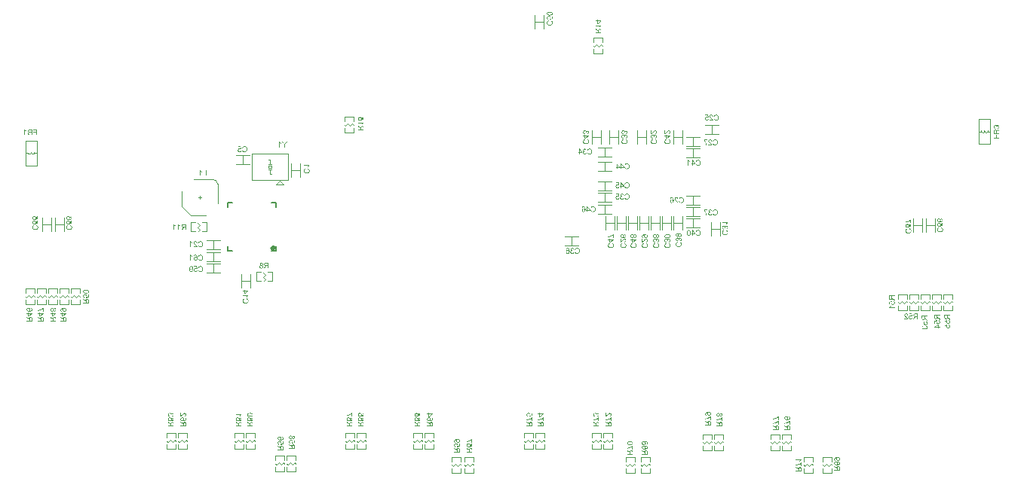
<source format=gbo>
G04*
G04 #@! TF.GenerationSoftware,Altium Limited,Altium Designer,20.0.2 (26)*
G04*
G04 Layer_Color=32896*
%FSLAX25Y25*%
%MOIN*%
G70*
G01*
G75*
%ADD10C,0.00492*%
%ADD12C,0.00472*%
%ADD15C,0.00787*%
%ADD16C,0.01181*%
G36*
X32715Y214968D02*
X32755Y214910D01*
X32802Y214851D01*
X32846Y214801D01*
X32889Y214757D01*
X32922Y214720D01*
X32937Y214709D01*
X32948Y214699D01*
X32951Y214695D01*
X32955Y214691D01*
X33031Y214629D01*
X33108Y214571D01*
X33181Y214520D01*
X33253Y214480D01*
X33315Y214444D01*
X33341Y214429D01*
X33363Y214418D01*
X33381Y214407D01*
X33395Y214404D01*
X33403Y214396D01*
X33406D01*
Y214098D01*
X33352Y214120D01*
X33297Y214145D01*
X33242Y214171D01*
X33192Y214196D01*
X33148Y214218D01*
X33112Y214236D01*
X33090Y214251D01*
X33086Y214254D01*
X33082D01*
X33017Y214295D01*
X32959Y214335D01*
X32908Y214371D01*
X32868Y214404D01*
X32831Y214429D01*
X32809Y214451D01*
X32791Y214466D01*
X32787Y214469D01*
Y212500D01*
X32478D01*
Y215030D01*
X32678D01*
X32715Y214968D01*
D02*
G37*
G36*
X38000Y212500D02*
X37665D01*
Y213643D01*
X36482D01*
Y213941D01*
X37665D01*
Y214720D01*
X36296D01*
Y215019D01*
X38000D01*
Y212500D01*
D02*
G37*
G36*
X35878D02*
X34917D01*
X34830Y212504D01*
X34753Y212507D01*
X34684Y212515D01*
X34626Y212522D01*
X34578Y212529D01*
X34542Y212533D01*
X34520Y212540D01*
X34513D01*
X34451Y212558D01*
X34400Y212576D01*
X34353Y212598D01*
X34313Y212620D01*
X34280Y212635D01*
X34254Y212649D01*
X34240Y212660D01*
X34236Y212664D01*
X34196Y212697D01*
X34160Y212737D01*
X34131Y212777D01*
X34102Y212813D01*
X34080Y212849D01*
X34065Y212875D01*
X34054Y212893D01*
X34051Y212900D01*
X34025Y212959D01*
X34007Y213017D01*
X33992Y213071D01*
X33985Y213122D01*
X33978Y213166D01*
X33974Y213203D01*
Y213224D01*
Y213228D01*
Y213232D01*
X33978Y213312D01*
X33992Y213385D01*
X34014Y213446D01*
X34036Y213505D01*
X34058Y213548D01*
X34080Y213581D01*
X34094Y213603D01*
X34098Y213610D01*
X34149Y213668D01*
X34203Y213716D01*
X34265Y213756D01*
X34320Y213789D01*
X34371Y213814D01*
X34415Y213829D01*
X34429Y213836D01*
X34440Y213840D01*
X34447Y213843D01*
X34451D01*
X34389Y213880D01*
X34334Y213916D01*
X34291Y213956D01*
X34254Y213992D01*
X34225Y214021D01*
X34203Y214051D01*
X34193Y214065D01*
X34189Y214072D01*
X34160Y214127D01*
X34138Y214178D01*
X34120Y214229D01*
X34109Y214276D01*
X34102Y214316D01*
X34098Y214349D01*
Y214367D01*
Y214375D01*
X34102Y214437D01*
X34113Y214498D01*
X34131Y214553D01*
X34149Y214604D01*
X34167Y214648D01*
X34185Y214677D01*
X34196Y214699D01*
X34200Y214706D01*
X34240Y214760D01*
X34284Y214811D01*
X34331Y214851D01*
X34375Y214884D01*
X34411Y214910D01*
X34444Y214928D01*
X34466Y214939D01*
X34469Y214942D01*
X34473D01*
X34542Y214968D01*
X34618Y214986D01*
X34695Y215001D01*
X34768Y215008D01*
X34833Y215015D01*
X34862D01*
X34888Y215019D01*
X35878D01*
Y212500D01*
D02*
G37*
G36*
X145189Y209568D02*
X145229Y209510D01*
X145277Y209451D01*
X145320Y209401D01*
X145364Y209357D01*
X145397Y209320D01*
X145411Y209310D01*
X145422Y209299D01*
X145426Y209295D01*
X145430Y209291D01*
X145506Y209229D01*
X145582Y209171D01*
X145655Y209120D01*
X145728Y209080D01*
X145790Y209044D01*
X145815Y209029D01*
X145837Y209018D01*
X145855Y209007D01*
X145870Y209004D01*
X145877Y208996D01*
X145881D01*
Y208698D01*
X145826Y208720D01*
X145772Y208745D01*
X145717Y208771D01*
X145666Y208796D01*
X145623Y208818D01*
X145586Y208836D01*
X145564Y208851D01*
X145561Y208855D01*
X145557D01*
X145491Y208894D01*
X145433Y208935D01*
X145382Y208971D01*
X145342Y209004D01*
X145306Y209029D01*
X145284Y209051D01*
X145266Y209066D01*
X145262Y209069D01*
Y207100D01*
X144953D01*
Y209630D01*
X145153D01*
X145189Y209568D01*
D02*
G37*
G36*
X147632Y208167D02*
Y207100D01*
X147297D01*
Y208167D01*
X146292Y209619D01*
X146682D01*
X147166Y208876D01*
X147224Y208785D01*
X147279Y208702D01*
X147326Y208625D01*
X147366Y208560D01*
X147399Y208505D01*
X147413Y208483D01*
X147424Y208465D01*
X147435Y208450D01*
X147442Y208439D01*
X147446Y208432D01*
Y208429D01*
X147490Y208509D01*
X147537Y208585D01*
X147581Y208658D01*
X147621Y208723D01*
X147654Y208778D01*
X147668Y208800D01*
X147683Y208818D01*
X147690Y208833D01*
X147697Y208844D01*
X147705Y208851D01*
Y208855D01*
X148200Y209619D01*
X148604D01*
X147632Y208167D01*
D02*
G37*
G36*
X334974Y90021D02*
X335047Y90013D01*
X335116Y90006D01*
X335178Y89999D01*
X335236Y89991D01*
X335291Y89981D01*
X335338Y89970D01*
X335378Y89959D01*
X335415Y89951D01*
X335447Y89941D01*
X335473Y89933D01*
X335491Y89926D01*
X335506Y89919D01*
X335513Y89915D01*
X335517D01*
X335604Y89871D01*
X335680Y89824D01*
X335746Y89769D01*
X335801Y89722D01*
X335841Y89675D01*
X335870Y89638D01*
X335881Y89624D01*
X335888Y89613D01*
X335895Y89609D01*
Y89606D01*
X335939Y89529D01*
X335972Y89453D01*
X335997Y89376D01*
X336012Y89307D01*
X336022Y89245D01*
X336026Y89220D01*
Y89202D01*
X336030Y89183D01*
Y89158D01*
X336026Y89096D01*
X336019Y89038D01*
X336008Y88980D01*
X335993Y88929D01*
X335953Y88830D01*
X335935Y88787D01*
X335913Y88750D01*
X335888Y88714D01*
X335870Y88685D01*
X335848Y88656D01*
X335830Y88634D01*
X335815Y88616D01*
X335804Y88605D01*
X335797Y88597D01*
X335793Y88594D01*
X335750Y88554D01*
X335699Y88521D01*
X335651Y88488D01*
X335600Y88463D01*
X335546Y88441D01*
X335495Y88423D01*
X335400Y88397D01*
X335353Y88386D01*
X335313Y88379D01*
X335273Y88375D01*
X335240Y88372D01*
X335214Y88368D01*
X335196D01*
X335182D01*
X335178D01*
X335109Y88372D01*
X335047Y88379D01*
X334985Y88386D01*
X334927Y88401D01*
X334876Y88419D01*
X334825Y88437D01*
X334781Y88455D01*
X334741Y88477D01*
X334705Y88495D01*
X334672Y88514D01*
X334647Y88532D01*
X334621Y88550D01*
X334603Y88565D01*
X334592Y88572D01*
X334585Y88579D01*
X334581Y88583D01*
X334541Y88623D01*
X334508Y88666D01*
X334475Y88710D01*
X334450Y88757D01*
X334428Y88801D01*
X334410Y88845D01*
X334384Y88929D01*
X334374Y88965D01*
X334366Y89001D01*
X334363Y89030D01*
X334359Y89060D01*
X334355Y89081D01*
Y89111D01*
X334359Y89180D01*
X334370Y89245D01*
X334384Y89303D01*
X334403Y89358D01*
X334417Y89398D01*
X334432Y89431D01*
X334443Y89453D01*
X334446Y89460D01*
X334483Y89518D01*
X334523Y89569D01*
X334563Y89613D01*
X334599Y89649D01*
X334636Y89675D01*
X334661Y89697D01*
X334679Y89711D01*
X334687Y89715D01*
X334658D01*
X334639D01*
X334628D01*
X334625D01*
X334552Y89711D01*
X334483Y89707D01*
X334421Y89700D01*
X334363Y89693D01*
X334315Y89682D01*
X334279Y89675D01*
X334264Y89671D01*
X334254D01*
X334250Y89667D01*
X334246D01*
X334181Y89649D01*
X334122Y89631D01*
X334071Y89613D01*
X334028Y89595D01*
X333995Y89580D01*
X333970Y89566D01*
X333951Y89558D01*
X333948Y89555D01*
X333908Y89526D01*
X333875Y89496D01*
X333846Y89467D01*
X333820Y89438D01*
X333799Y89416D01*
X333784Y89394D01*
X333777Y89380D01*
X333773Y89376D01*
X333751Y89336D01*
X333737Y89293D01*
X333726Y89253D01*
X333718Y89213D01*
X333715Y89180D01*
X333711Y89154D01*
Y89129D01*
X333715Y89070D01*
X333726Y89016D01*
X333740Y88969D01*
X333758Y88929D01*
X333773Y88899D01*
X333788Y88874D01*
X333799Y88859D01*
X333802Y88856D01*
X333842Y88819D01*
X333890Y88790D01*
X333940Y88765D01*
X333991Y88747D01*
X334035Y88732D01*
X334075Y88721D01*
X334090Y88717D01*
X334097D01*
X334104Y88714D01*
X334108D01*
X334082Y88415D01*
X333977Y88437D01*
X333886Y88466D01*
X333806Y88503D01*
X333740Y88539D01*
X333689Y88576D01*
X333667Y88594D01*
X333649Y88608D01*
X333638Y88619D01*
X333627Y88630D01*
X333624Y88634D01*
X333620Y88637D01*
X333591Y88674D01*
X333565Y88714D01*
X333525Y88794D01*
X333496Y88874D01*
X333478Y88950D01*
X333464Y89020D01*
X333460Y89049D01*
Y89074D01*
X333456Y89092D01*
Y89122D01*
X333464Y89223D01*
X333478Y89314D01*
X333504Y89398D01*
X333533Y89467D01*
X333544Y89496D01*
X333558Y89526D01*
X333573Y89547D01*
X333584Y89569D01*
X333591Y89584D01*
X333598Y89595D01*
X333606Y89602D01*
Y89606D01*
X333667Y89678D01*
X333737Y89744D01*
X333809Y89795D01*
X333879Y89839D01*
X333940Y89875D01*
X333970Y89890D01*
X333991Y89900D01*
X334013Y89908D01*
X334028Y89915D01*
X334035Y89919D01*
X334039D01*
X334093Y89937D01*
X334155Y89955D01*
X334279Y89981D01*
X334410Y89999D01*
X334534Y90010D01*
X334588Y90017D01*
X334643Y90021D01*
X334690D01*
X334730Y90024D01*
X334763D01*
X334789D01*
X334807D01*
X334810D01*
X334894D01*
X334974Y90021D01*
D02*
G37*
G36*
X335986Y86431D02*
X335688D01*
Y87665D01*
X335582Y87578D01*
X335469Y87494D01*
X335360Y87422D01*
X335255Y87352D01*
X335207Y87323D01*
X335163Y87298D01*
X335123Y87272D01*
X335091Y87254D01*
X335062Y87240D01*
X335043Y87229D01*
X335029Y87221D01*
X335025Y87218D01*
X334880Y87145D01*
X334734Y87079D01*
X334596Y87025D01*
X334534Y87003D01*
X334472Y86981D01*
X334417Y86959D01*
X334366Y86945D01*
X334323Y86930D01*
X334286Y86919D01*
X334254Y86908D01*
X334232Y86901D01*
X334217Y86897D01*
X334213D01*
X334064Y86861D01*
X333991Y86847D01*
X333926Y86836D01*
X333864Y86825D01*
X333802Y86814D01*
X333751Y86806D01*
X333700Y86799D01*
X333657Y86796D01*
X333616Y86792D01*
X333580Y86788D01*
X333551D01*
X333529Y86785D01*
X333515D01*
X333504D01*
X333500D01*
Y87101D01*
X333638Y87112D01*
X333766Y87130D01*
X333882Y87149D01*
X333937Y87160D01*
X333988Y87170D01*
X334031Y87178D01*
X334071Y87189D01*
X334108Y87196D01*
X334137Y87203D01*
X334159Y87211D01*
X334177Y87214D01*
X334188Y87218D01*
X334192D01*
X334359Y87272D01*
X334516Y87331D01*
X334592Y87360D01*
X334665Y87389D01*
X334730Y87422D01*
X334796Y87451D01*
X334854Y87476D01*
X334905Y87502D01*
X334949Y87524D01*
X334989Y87542D01*
X335021Y87560D01*
X335043Y87571D01*
X335058Y87578D01*
X335062Y87582D01*
X335138Y87625D01*
X335214Y87669D01*
X335284Y87713D01*
X335349Y87757D01*
X335407Y87796D01*
X335466Y87837D01*
X335517Y87877D01*
X335560Y87909D01*
X335604Y87942D01*
X335640Y87971D01*
X335669Y88000D01*
X335695Y88022D01*
X335717Y88037D01*
X335731Y88051D01*
X335739Y88059D01*
X335742Y88062D01*
X335986D01*
Y86431D01*
D02*
G37*
G36*
X334184Y85780D02*
X334257Y85729D01*
X334323Y85682D01*
X334377Y85634D01*
X334428Y85594D01*
X334465Y85558D01*
X334494Y85529D01*
X334512Y85511D01*
X334519Y85503D01*
X334541Y85474D01*
X334566Y85441D01*
X334607Y85376D01*
X334621Y85347D01*
X334636Y85325D01*
X334643Y85310D01*
X334647Y85303D01*
X334658Y85369D01*
X334668Y85431D01*
X334687Y85485D01*
X334701Y85540D01*
X334719Y85587D01*
X334741Y85631D01*
X334759Y85671D01*
X334778Y85707D01*
X334800Y85736D01*
X334818Y85765D01*
X334832Y85787D01*
X334847Y85805D01*
X334858Y85820D01*
X334869Y85831D01*
X334872Y85835D01*
X334876Y85838D01*
X334912Y85867D01*
X334949Y85896D01*
X335025Y85940D01*
X335102Y85969D01*
X335174Y85991D01*
X335236Y86006D01*
X335262Y86009D01*
X335287D01*
X335305Y86013D01*
X335320D01*
X335327D01*
X335331D01*
X335407Y86009D01*
X335476Y85998D01*
X335542Y85980D01*
X335597Y85962D01*
X335644Y85940D01*
X335680Y85926D01*
X335702Y85911D01*
X335706Y85907D01*
X335710D01*
X335768Y85864D01*
X335819Y85820D01*
X335862Y85773D01*
X335895Y85729D01*
X335921Y85689D01*
X335935Y85656D01*
X335946Y85634D01*
X335950Y85631D01*
Y85627D01*
X335961Y85594D01*
X335972Y85554D01*
X335990Y85474D01*
X336001Y85387D01*
X336012Y85307D01*
X336015Y85230D01*
Y85198D01*
X336019Y85168D01*
Y84000D01*
X333500D01*
Y84335D01*
X334617D01*
Y84764D01*
X334614Y84804D01*
Y84834D01*
X334610Y84859D01*
X334607Y84877D01*
Y84892D01*
X334603Y84899D01*
Y84903D01*
X334585Y84961D01*
X334574Y84986D01*
X334563Y85008D01*
X334552Y85030D01*
X334545Y85045D01*
X334541Y85052D01*
X334537Y85056D01*
X334516Y85085D01*
X334490Y85114D01*
X334436Y85168D01*
X334410Y85194D01*
X334388Y85212D01*
X334374Y85223D01*
X334370Y85227D01*
X334319Y85263D01*
X334264Y85303D01*
X334206Y85343D01*
X334152Y85383D01*
X334101Y85416D01*
X334061Y85441D01*
X334046Y85452D01*
X334035Y85460D01*
X334028Y85467D01*
X334024D01*
X333500Y85798D01*
Y86213D01*
X334184Y85780D01*
D02*
G37*
G36*
X339301Y89521D02*
X339377Y89506D01*
X339446Y89484D01*
X339505Y89462D01*
X339552Y89441D01*
X339588Y89419D01*
X339610Y89404D01*
X339614Y89400D01*
X339617D01*
X339676Y89350D01*
X339727Y89295D01*
X339767Y89237D01*
X339803Y89182D01*
X339829Y89131D01*
X339847Y89087D01*
X339854Y89073D01*
X339858Y89062D01*
X339861Y89055D01*
Y89051D01*
X339891Y89117D01*
X339923Y89171D01*
X339956Y89218D01*
X339989Y89258D01*
X340018Y89288D01*
X340040Y89309D01*
X340054Y89324D01*
X340062Y89328D01*
X340112Y89360D01*
X340163Y89382D01*
X340214Y89400D01*
X340265Y89411D01*
X340305Y89419D01*
X340338Y89422D01*
X340360D01*
X340364D01*
X340367D01*
X340418Y89419D01*
X340466Y89415D01*
X340557Y89389D01*
X340637Y89357D01*
X340706Y89320D01*
X340760Y89284D01*
X340782Y89266D01*
X340804Y89251D01*
X340819Y89237D01*
X340830Y89226D01*
X340833Y89222D01*
X340837Y89218D01*
X340870Y89178D01*
X340902Y89138D01*
X340928Y89095D01*
X340950Y89051D01*
X340983Y88964D01*
X341004Y88876D01*
X341015Y88840D01*
X341019Y88803D01*
X341022Y88771D01*
X341026Y88742D01*
X341030Y88720D01*
Y88687D01*
X341026Y88629D01*
X341022Y88570D01*
X341001Y88469D01*
X340986Y88421D01*
X340972Y88378D01*
X340953Y88338D01*
X340935Y88301D01*
X340917Y88272D01*
X340899Y88243D01*
X340884Y88217D01*
X340870Y88199D01*
X340859Y88185D01*
X340848Y88174D01*
X340844Y88166D01*
X340841Y88163D01*
X340804Y88130D01*
X340768Y88097D01*
X340728Y88072D01*
X340688Y88050D01*
X340611Y88014D01*
X340538Y87992D01*
X340476Y87977D01*
X340447Y87974D01*
X340426Y87970D01*
X340404Y87966D01*
X340389D01*
X340382D01*
X340378D01*
X340313Y87970D01*
X340251Y87981D01*
X340196Y87995D01*
X340149Y88014D01*
X340112Y88028D01*
X340083Y88043D01*
X340069Y88054D01*
X340062Y88057D01*
X340018Y88097D01*
X339978Y88141D01*
X339941Y88188D01*
X339912Y88236D01*
X339891Y88279D01*
X339876Y88312D01*
X339869Y88327D01*
X339865Y88338D01*
X339861Y88341D01*
Y88345D01*
X339836Y88261D01*
X339803Y88192D01*
X339763Y88130D01*
X339727Y88079D01*
X339690Y88039D01*
X339661Y88010D01*
X339643Y87995D01*
X339639Y87988D01*
X339636D01*
X339570Y87948D01*
X339501Y87915D01*
X339436Y87893D01*
X339370Y87879D01*
X339312Y87872D01*
X339286Y87868D01*
X339264D01*
X339250Y87864D01*
X339235D01*
X339228D01*
X339224D01*
X339166Y87868D01*
X339108Y87875D01*
X339053Y87886D01*
X338999Y87901D01*
X338908Y87937D01*
X338864Y87955D01*
X338828Y87977D01*
X338791Y87999D01*
X338762Y88017D01*
X338737Y88039D01*
X338715Y88054D01*
X338697Y88068D01*
X338686Y88079D01*
X338678Y88086D01*
X338675Y88090D01*
X338635Y88134D01*
X338602Y88181D01*
X338573Y88232D01*
X338547Y88283D01*
X338529Y88330D01*
X338511Y88381D01*
X338485Y88480D01*
X338474Y88523D01*
X338467Y88563D01*
X338464Y88600D01*
X338460Y88632D01*
X338456Y88658D01*
Y88694D01*
X338460Y88763D01*
X338467Y88825D01*
X338478Y88887D01*
X338489Y88945D01*
X338507Y88996D01*
X338526Y89047D01*
X338544Y89095D01*
X338565Y89135D01*
X338587Y89171D01*
X338606Y89204D01*
X338624Y89229D01*
X338642Y89255D01*
X338653Y89273D01*
X338664Y89284D01*
X338671Y89291D01*
X338675Y89295D01*
X338718Y89335D01*
X338762Y89371D01*
X338806Y89400D01*
X338853Y89426D01*
X338897Y89451D01*
X338944Y89470D01*
X339028Y89495D01*
X339068Y89506D01*
X339104Y89513D01*
X339137Y89517D01*
X339162Y89521D01*
X339184Y89524D01*
X339202D01*
X339213D01*
X339217D01*
X339301Y89521D01*
D02*
G37*
G36*
X340986Y85931D02*
X340688D01*
Y87165D01*
X340582Y87078D01*
X340469Y86994D01*
X340360Y86922D01*
X340254Y86852D01*
X340207Y86823D01*
X340163Y86798D01*
X340123Y86772D01*
X340091Y86754D01*
X340062Y86740D01*
X340043Y86729D01*
X340029Y86721D01*
X340025Y86718D01*
X339880Y86645D01*
X339734Y86579D01*
X339596Y86525D01*
X339534Y86503D01*
X339472Y86481D01*
X339417Y86459D01*
X339366Y86445D01*
X339323Y86430D01*
X339286Y86419D01*
X339253Y86408D01*
X339232Y86401D01*
X339217Y86397D01*
X339213D01*
X339064Y86361D01*
X338991Y86347D01*
X338926Y86336D01*
X338864Y86325D01*
X338802Y86314D01*
X338751Y86306D01*
X338700Y86299D01*
X338656Y86295D01*
X338616Y86292D01*
X338580Y86288D01*
X338551D01*
X338529Y86285D01*
X338515D01*
X338504D01*
X338500D01*
Y86601D01*
X338638Y86612D01*
X338766Y86630D01*
X338882Y86649D01*
X338937Y86659D01*
X338988Y86670D01*
X339031Y86678D01*
X339071Y86689D01*
X339108Y86696D01*
X339137Y86703D01*
X339159Y86711D01*
X339177Y86714D01*
X339188Y86718D01*
X339192D01*
X339359Y86772D01*
X339516Y86831D01*
X339592Y86860D01*
X339665Y86889D01*
X339730Y86922D01*
X339796Y86951D01*
X339854Y86976D01*
X339905Y87002D01*
X339949Y87024D01*
X339989Y87042D01*
X340021Y87060D01*
X340043Y87071D01*
X340058Y87078D01*
X340062Y87082D01*
X340138Y87125D01*
X340214Y87169D01*
X340284Y87213D01*
X340349Y87256D01*
X340407Y87296D01*
X340466Y87337D01*
X340517Y87377D01*
X340560Y87409D01*
X340604Y87442D01*
X340640Y87471D01*
X340669Y87500D01*
X340695Y87522D01*
X340717Y87537D01*
X340731Y87551D01*
X340739Y87559D01*
X340742Y87562D01*
X340986D01*
Y85931D01*
D02*
G37*
G36*
X339184Y85280D02*
X339257Y85229D01*
X339323Y85182D01*
X339377Y85134D01*
X339428Y85094D01*
X339465Y85058D01*
X339494Y85029D01*
X339512Y85011D01*
X339519Y85003D01*
X339541Y84974D01*
X339566Y84941D01*
X339607Y84876D01*
X339621Y84847D01*
X339636Y84825D01*
X339643Y84810D01*
X339647Y84803D01*
X339657Y84869D01*
X339668Y84930D01*
X339687Y84985D01*
X339701Y85040D01*
X339719Y85087D01*
X339741Y85131D01*
X339759Y85171D01*
X339778Y85207D01*
X339799Y85236D01*
X339818Y85265D01*
X339832Y85287D01*
X339847Y85305D01*
X339858Y85320D01*
X339869Y85331D01*
X339872Y85335D01*
X339876Y85338D01*
X339912Y85367D01*
X339949Y85396D01*
X340025Y85440D01*
X340102Y85469D01*
X340174Y85491D01*
X340236Y85506D01*
X340262Y85509D01*
X340287D01*
X340305Y85513D01*
X340320D01*
X340327D01*
X340331D01*
X340407Y85509D01*
X340476Y85498D01*
X340542Y85480D01*
X340597Y85462D01*
X340644Y85440D01*
X340680Y85426D01*
X340702Y85411D01*
X340706Y85407D01*
X340709D01*
X340768Y85364D01*
X340819Y85320D01*
X340862Y85273D01*
X340895Y85229D01*
X340921Y85189D01*
X340935Y85156D01*
X340946Y85134D01*
X340950Y85131D01*
Y85127D01*
X340961Y85094D01*
X340972Y85054D01*
X340990Y84974D01*
X341001Y84887D01*
X341012Y84807D01*
X341015Y84730D01*
Y84698D01*
X341019Y84668D01*
Y83500D01*
X338500D01*
Y83835D01*
X339617D01*
Y84264D01*
X339614Y84304D01*
Y84334D01*
X339610Y84359D01*
X339607Y84377D01*
Y84392D01*
X339603Y84399D01*
Y84403D01*
X339585Y84461D01*
X339574Y84486D01*
X339563Y84508D01*
X339552Y84530D01*
X339545Y84545D01*
X339541Y84552D01*
X339537Y84556D01*
X339516Y84585D01*
X339490Y84614D01*
X339436Y84668D01*
X339410Y84694D01*
X339388Y84712D01*
X339374Y84723D01*
X339370Y84727D01*
X339319Y84763D01*
X339264Y84803D01*
X339206Y84843D01*
X339152Y84883D01*
X339101Y84916D01*
X339061Y84941D01*
X339046Y84952D01*
X339035Y84960D01*
X339028Y84967D01*
X339024D01*
X338500Y85298D01*
Y85713D01*
X339184Y85280D01*
D02*
G37*
G36*
X365986Y86390D02*
X365688D01*
Y87624D01*
X365582Y87536D01*
X365469Y87453D01*
X365360Y87380D01*
X365254Y87311D01*
X365207Y87282D01*
X365163Y87256D01*
X365123Y87231D01*
X365091Y87213D01*
X365062Y87198D01*
X365043Y87187D01*
X365029Y87180D01*
X365025Y87176D01*
X364880Y87103D01*
X364734Y87038D01*
X364596Y86983D01*
X364534Y86961D01*
X364472Y86940D01*
X364417Y86918D01*
X364366Y86903D01*
X364323Y86888D01*
X364286Y86878D01*
X364253Y86867D01*
X364232Y86859D01*
X364217Y86856D01*
X364213D01*
X364064Y86819D01*
X363991Y86805D01*
X363926Y86794D01*
X363864Y86783D01*
X363802Y86772D01*
X363751Y86765D01*
X363700Y86757D01*
X363656Y86754D01*
X363616Y86750D01*
X363580Y86747D01*
X363551D01*
X363529Y86743D01*
X363515D01*
X363504D01*
X363500D01*
Y87060D01*
X363638Y87071D01*
X363766Y87089D01*
X363882Y87107D01*
X363937Y87118D01*
X363988Y87129D01*
X364031Y87136D01*
X364071Y87147D01*
X364108Y87154D01*
X364137Y87161D01*
X364159Y87169D01*
X364177Y87172D01*
X364188Y87176D01*
X364192D01*
X364359Y87231D01*
X364516Y87289D01*
X364592Y87318D01*
X364665Y87347D01*
X364730Y87380D01*
X364796Y87409D01*
X364854Y87435D01*
X364905Y87460D01*
X364949Y87482D01*
X364989Y87500D01*
X365021Y87518D01*
X365043Y87529D01*
X365058Y87536D01*
X365062Y87540D01*
X365138Y87584D01*
X365214Y87627D01*
X365284Y87671D01*
X365349Y87715D01*
X365407Y87755D01*
X365466Y87795D01*
X365517Y87835D01*
X365560Y87868D01*
X365604Y87900D01*
X365640Y87930D01*
X365669Y87959D01*
X365695Y87981D01*
X365717Y87995D01*
X365731Y88010D01*
X365739Y88017D01*
X365742Y88021D01*
X365986D01*
Y86390D01*
D02*
G37*
G36*
Y84431D02*
X365688D01*
Y85666D01*
X365582Y85578D01*
X365469Y85494D01*
X365360Y85422D01*
X365254Y85352D01*
X365207Y85323D01*
X365163Y85298D01*
X365123Y85272D01*
X365091Y85254D01*
X365062Y85240D01*
X365043Y85229D01*
X365029Y85221D01*
X365025Y85218D01*
X364880Y85145D01*
X364734Y85079D01*
X364596Y85025D01*
X364534Y85003D01*
X364472Y84981D01*
X364417Y84959D01*
X364366Y84945D01*
X364323Y84930D01*
X364286Y84919D01*
X364253Y84908D01*
X364232Y84901D01*
X364217Y84897D01*
X364213D01*
X364064Y84861D01*
X363991Y84847D01*
X363926Y84836D01*
X363864Y84825D01*
X363802Y84814D01*
X363751Y84806D01*
X363700Y84799D01*
X363656Y84795D01*
X363616Y84792D01*
X363580Y84788D01*
X363551D01*
X363529Y84785D01*
X363515D01*
X363504D01*
X363500D01*
Y85101D01*
X363638Y85112D01*
X363766Y85130D01*
X363882Y85149D01*
X363937Y85159D01*
X363988Y85170D01*
X364031Y85178D01*
X364071Y85189D01*
X364108Y85196D01*
X364137Y85203D01*
X364159Y85211D01*
X364177Y85214D01*
X364188Y85218D01*
X364192D01*
X364359Y85272D01*
X364516Y85331D01*
X364592Y85360D01*
X364665Y85389D01*
X364730Y85422D01*
X364796Y85451D01*
X364854Y85476D01*
X364905Y85502D01*
X364949Y85523D01*
X364989Y85542D01*
X365021Y85560D01*
X365043Y85571D01*
X365058Y85578D01*
X365062Y85582D01*
X365138Y85625D01*
X365214Y85669D01*
X365284Y85713D01*
X365349Y85756D01*
X365407Y85796D01*
X365466Y85837D01*
X365517Y85877D01*
X365560Y85909D01*
X365604Y85942D01*
X365640Y85971D01*
X365669Y86000D01*
X365695Y86022D01*
X365717Y86037D01*
X365731Y86051D01*
X365739Y86059D01*
X365742Y86062D01*
X365986D01*
Y84431D01*
D02*
G37*
G36*
X364184Y83780D02*
X364257Y83729D01*
X364323Y83682D01*
X364377Y83634D01*
X364428Y83594D01*
X364465Y83558D01*
X364494Y83529D01*
X364512Y83511D01*
X364519Y83503D01*
X364541Y83474D01*
X364566Y83441D01*
X364607Y83376D01*
X364621Y83347D01*
X364636Y83325D01*
X364643Y83310D01*
X364647Y83303D01*
X364657Y83369D01*
X364668Y83430D01*
X364687Y83485D01*
X364701Y83540D01*
X364719Y83587D01*
X364741Y83631D01*
X364759Y83671D01*
X364778Y83707D01*
X364799Y83736D01*
X364818Y83765D01*
X364832Y83787D01*
X364847Y83805D01*
X364858Y83820D01*
X364869Y83831D01*
X364872Y83835D01*
X364876Y83838D01*
X364912Y83867D01*
X364949Y83896D01*
X365025Y83940D01*
X365102Y83969D01*
X365174Y83991D01*
X365236Y84006D01*
X365262Y84009D01*
X365287D01*
X365305Y84013D01*
X365320D01*
X365327D01*
X365331D01*
X365407Y84009D01*
X365476Y83998D01*
X365542Y83980D01*
X365597Y83962D01*
X365644Y83940D01*
X365680Y83926D01*
X365702Y83911D01*
X365706Y83907D01*
X365709D01*
X365768Y83864D01*
X365819Y83820D01*
X365862Y83773D01*
X365895Y83729D01*
X365921Y83689D01*
X365935Y83656D01*
X365946Y83634D01*
X365950Y83631D01*
Y83627D01*
X365961Y83594D01*
X365972Y83554D01*
X365990Y83474D01*
X366001Y83387D01*
X366012Y83307D01*
X366015Y83230D01*
Y83198D01*
X366019Y83168D01*
Y82000D01*
X363500D01*
Y82335D01*
X364617D01*
Y82764D01*
X364614Y82804D01*
Y82834D01*
X364610Y82859D01*
X364607Y82877D01*
Y82892D01*
X364603Y82899D01*
Y82903D01*
X364585Y82961D01*
X364574Y82986D01*
X364563Y83008D01*
X364552Y83030D01*
X364545Y83045D01*
X364541Y83052D01*
X364537Y83056D01*
X364516Y83085D01*
X364490Y83114D01*
X364436Y83168D01*
X364410Y83194D01*
X364388Y83212D01*
X364374Y83223D01*
X364370Y83227D01*
X364319Y83263D01*
X364264Y83303D01*
X364206Y83343D01*
X364152Y83383D01*
X364101Y83416D01*
X364061Y83441D01*
X364046Y83452D01*
X364035Y83460D01*
X364028Y83467D01*
X364024D01*
X363500Y83798D01*
Y84213D01*
X364184Y83780D01*
D02*
G37*
G36*
X369381Y88017D02*
X369443Y88010D01*
X369505Y87999D01*
X369559Y87988D01*
X369610Y87970D01*
X369661Y87951D01*
X369705Y87933D01*
X369745Y87911D01*
X369781Y87889D01*
X369814Y87871D01*
X369840Y87853D01*
X369865Y87835D01*
X369883Y87824D01*
X369894Y87813D01*
X369901Y87806D01*
X369905Y87802D01*
X369945Y87762D01*
X369982Y87718D01*
X370011Y87671D01*
X370036Y87627D01*
X370062Y87584D01*
X370080Y87540D01*
X370105Y87456D01*
X370116Y87420D01*
X370123Y87384D01*
X370127Y87354D01*
X370131Y87325D01*
X370134Y87304D01*
Y87274D01*
X370131Y87209D01*
X370120Y87147D01*
X370109Y87089D01*
X370094Y87038D01*
X370076Y86994D01*
X370065Y86961D01*
X370054Y86940D01*
X370051Y86936D01*
Y86932D01*
X370014Y86874D01*
X369974Y86823D01*
X369934Y86776D01*
X369890Y86739D01*
X369854Y86707D01*
X369825Y86681D01*
X369803Y86667D01*
X369799Y86663D01*
X369865D01*
X369931Y86667D01*
X369989Y86670D01*
X370047Y86677D01*
X370098Y86681D01*
X370145Y86688D01*
X370189Y86696D01*
X370229Y86707D01*
X370265Y86714D01*
X370294Y86721D01*
X370320Y86728D01*
X370342Y86732D01*
X370356Y86739D01*
X370367Y86743D01*
X370375Y86747D01*
X370378D01*
X370451Y86783D01*
X370517Y86819D01*
X370567Y86859D01*
X370611Y86896D01*
X370648Y86929D01*
X370673Y86954D01*
X370688Y86972D01*
X370691Y86980D01*
X370720Y87023D01*
X370739Y87067D01*
X370753Y87111D01*
X370764Y87154D01*
X370771Y87187D01*
X370775Y87216D01*
Y87242D01*
X370768Y87307D01*
X370753Y87369D01*
X370731Y87420D01*
X370709Y87467D01*
X370684Y87504D01*
X370662Y87529D01*
X370648Y87544D01*
X370640Y87551D01*
X370608Y87577D01*
X370567Y87602D01*
X370524Y87624D01*
X370480Y87638D01*
X370440Y87653D01*
X370407Y87664D01*
X370386Y87668D01*
X370382Y87671D01*
X370378D01*
X370404Y87981D01*
X370506Y87959D01*
X370597Y87926D01*
X370677Y87889D01*
X370742Y87849D01*
X370793Y87809D01*
X370815Y87795D01*
X370833Y87777D01*
X370844Y87766D01*
X370855Y87755D01*
X370859Y87751D01*
X370862Y87748D01*
X370891Y87711D01*
X370917Y87671D01*
X370961Y87591D01*
X370990Y87511D01*
X371008Y87435D01*
X371023Y87365D01*
X371026Y87336D01*
Y87311D01*
X371030Y87289D01*
Y87260D01*
X371026Y87187D01*
X371019Y87118D01*
X371004Y87052D01*
X370986Y86990D01*
X370961Y86936D01*
X370939Y86881D01*
X370910Y86834D01*
X370884Y86790D01*
X370859Y86754D01*
X370830Y86717D01*
X370808Y86688D01*
X370786Y86667D01*
X370764Y86648D01*
X370749Y86634D01*
X370742Y86626D01*
X370739Y86623D01*
X370673Y86576D01*
X370597Y86535D01*
X370517Y86499D01*
X370433Y86466D01*
X370345Y86441D01*
X370258Y86419D01*
X370167Y86401D01*
X370083Y86386D01*
X370000Y86375D01*
X369923Y86368D01*
X369854Y86361D01*
X369796Y86357D01*
X369745D01*
X369708Y86353D01*
X369694D01*
X369683D01*
X369679D01*
X369676D01*
X369559Y86357D01*
X369450Y86364D01*
X369348Y86375D01*
X369253Y86393D01*
X369170Y86412D01*
X369093Y86430D01*
X369024Y86452D01*
X368962Y86477D01*
X368911Y86499D01*
X368864Y86521D01*
X368828Y86539D01*
X368795Y86561D01*
X368769Y86576D01*
X368755Y86586D01*
X368744Y86594D01*
X368740Y86597D01*
X368689Y86645D01*
X368646Y86696D01*
X368609Y86747D01*
X368576Y86797D01*
X368547Y86852D01*
X368526Y86903D01*
X368507Y86954D01*
X368493Y87005D01*
X368482Y87049D01*
X368471Y87092D01*
X368464Y87129D01*
X368460Y87161D01*
Y87191D01*
X368456Y87209D01*
Y87227D01*
X368460Y87311D01*
X368475Y87387D01*
X368489Y87456D01*
X368511Y87518D01*
X368529Y87566D01*
X368547Y87602D01*
X368551Y87616D01*
X368558Y87627D01*
X368562Y87631D01*
Y87635D01*
X368606Y87697D01*
X368656Y87755D01*
X368707Y87802D01*
X368758Y87842D01*
X368806Y87875D01*
X368842Y87897D01*
X368857Y87904D01*
X368868Y87911D01*
X368871Y87915D01*
X368875D01*
X368951Y87951D01*
X369031Y87977D01*
X369104Y87995D01*
X369173Y88006D01*
X369232Y88017D01*
X369253D01*
X369275Y88021D01*
X369293D01*
X369304D01*
X369312D01*
X369315D01*
X369381Y88017D01*
D02*
G37*
G36*
X370986Y84431D02*
X370688D01*
Y85666D01*
X370582Y85578D01*
X370469Y85494D01*
X370360Y85422D01*
X370254Y85352D01*
X370207Y85323D01*
X370163Y85298D01*
X370123Y85272D01*
X370091Y85254D01*
X370062Y85240D01*
X370043Y85229D01*
X370029Y85221D01*
X370025Y85218D01*
X369880Y85145D01*
X369734Y85079D01*
X369596Y85025D01*
X369534Y85003D01*
X369472Y84981D01*
X369417Y84959D01*
X369366Y84945D01*
X369323Y84930D01*
X369286Y84919D01*
X369253Y84908D01*
X369232Y84901D01*
X369217Y84897D01*
X369213D01*
X369064Y84861D01*
X368991Y84847D01*
X368926Y84836D01*
X368864Y84825D01*
X368802Y84814D01*
X368751Y84806D01*
X368700Y84799D01*
X368656Y84795D01*
X368617Y84792D01*
X368580Y84788D01*
X368551D01*
X368529Y84785D01*
X368515D01*
X368504D01*
X368500D01*
Y85101D01*
X368638Y85112D01*
X368766Y85130D01*
X368882Y85149D01*
X368937Y85159D01*
X368988Y85170D01*
X369031Y85178D01*
X369072Y85189D01*
X369108Y85196D01*
X369137Y85203D01*
X369159Y85211D01*
X369177Y85214D01*
X369188Y85218D01*
X369192D01*
X369359Y85272D01*
X369516Y85331D01*
X369592Y85360D01*
X369665Y85389D01*
X369730Y85422D01*
X369796Y85451D01*
X369854Y85476D01*
X369905Y85502D01*
X369949Y85523D01*
X369989Y85542D01*
X370022Y85560D01*
X370043Y85571D01*
X370058Y85578D01*
X370062Y85582D01*
X370138Y85625D01*
X370214Y85669D01*
X370284Y85713D01*
X370349Y85756D01*
X370407Y85796D01*
X370466Y85837D01*
X370517Y85877D01*
X370560Y85909D01*
X370604Y85942D01*
X370640Y85971D01*
X370669Y86000D01*
X370695Y86022D01*
X370717Y86037D01*
X370731Y86051D01*
X370739Y86059D01*
X370742Y86062D01*
X370986D01*
Y84431D01*
D02*
G37*
G36*
X369184Y83780D02*
X369257Y83729D01*
X369323Y83682D01*
X369377Y83634D01*
X369428Y83594D01*
X369465Y83558D01*
X369494Y83529D01*
X369512Y83511D01*
X369519Y83503D01*
X369541Y83474D01*
X369566Y83441D01*
X369607Y83376D01*
X369621Y83347D01*
X369636Y83325D01*
X369643Y83310D01*
X369647Y83303D01*
X369657Y83369D01*
X369668Y83430D01*
X369687Y83485D01*
X369701Y83540D01*
X369719Y83587D01*
X369741Y83631D01*
X369759Y83671D01*
X369778Y83707D01*
X369799Y83736D01*
X369818Y83765D01*
X369832Y83787D01*
X369847Y83805D01*
X369858Y83820D01*
X369869Y83831D01*
X369872Y83835D01*
X369876Y83838D01*
X369912Y83867D01*
X369949Y83896D01*
X370025Y83940D01*
X370102Y83969D01*
X370174Y83991D01*
X370236Y84006D01*
X370262Y84009D01*
X370287D01*
X370305Y84013D01*
X370320D01*
X370327D01*
X370331D01*
X370407Y84009D01*
X370477Y83998D01*
X370542Y83980D01*
X370597Y83962D01*
X370644Y83940D01*
X370680Y83926D01*
X370702Y83911D01*
X370706Y83907D01*
X370709D01*
X370768Y83864D01*
X370819Y83820D01*
X370862Y83773D01*
X370895Y83729D01*
X370921Y83689D01*
X370935Y83656D01*
X370946Y83634D01*
X370950Y83631D01*
Y83627D01*
X370961Y83594D01*
X370972Y83554D01*
X370990Y83474D01*
X371001Y83387D01*
X371012Y83307D01*
X371015Y83230D01*
Y83198D01*
X371019Y83168D01*
Y82000D01*
X368500D01*
Y82335D01*
X369618D01*
Y82764D01*
X369614Y82804D01*
Y82834D01*
X369610Y82859D01*
X369607Y82877D01*
Y82892D01*
X369603Y82899D01*
Y82903D01*
X369585Y82961D01*
X369574Y82986D01*
X369563Y83008D01*
X369552Y83030D01*
X369545Y83045D01*
X369541Y83052D01*
X369537Y83056D01*
X369516Y83085D01*
X369490Y83114D01*
X369436Y83168D01*
X369410Y83194D01*
X369388Y83212D01*
X369374Y83223D01*
X369370Y83227D01*
X369319Y83263D01*
X369264Y83303D01*
X369206Y83343D01*
X369152Y83383D01*
X369101Y83416D01*
X369061Y83441D01*
X369046Y83452D01*
X369035Y83460D01*
X369028Y83467D01*
X369024D01*
X368500Y83798D01*
Y84213D01*
X369184Y83780D01*
D02*
G37*
G36*
X255417Y89535D02*
X255479Y89528D01*
X255541Y89517D01*
X255596Y89502D01*
X255647Y89484D01*
X255698Y89466D01*
X255741Y89444D01*
X255781Y89426D01*
X255818Y89404D01*
X255850Y89382D01*
X255876Y89364D01*
X255901Y89346D01*
X255920Y89331D01*
X255930Y89320D01*
X255938Y89313D01*
X255941Y89309D01*
X255981Y89266D01*
X256018Y89222D01*
X256047Y89175D01*
X256072Y89127D01*
X256098Y89080D01*
X256116Y89033D01*
X256142Y88945D01*
X256153Y88905D01*
X256160Y88869D01*
X256164Y88836D01*
X256167Y88807D01*
X256171Y88785D01*
Y88705D01*
X256164Y88661D01*
X256145Y88574D01*
X256120Y88494D01*
X256091Y88421D01*
X256062Y88363D01*
X256047Y88338D01*
X256036Y88316D01*
X256025Y88297D01*
X256018Y88287D01*
X256014Y88279D01*
X256011Y88276D01*
X256691Y88410D01*
Y89419D01*
X256986D01*
Y88166D01*
X255690Y87923D01*
X255650Y88214D01*
X255690Y88239D01*
X255723Y88272D01*
X255756Y88301D01*
X255781Y88330D01*
X255800Y88359D01*
X255818Y88381D01*
X255825Y88396D01*
X255829Y88399D01*
X255850Y88447D01*
X255869Y88494D01*
X255880Y88538D01*
X255890Y88581D01*
X255894Y88618D01*
X255898Y88647D01*
Y88716D01*
X255890Y88760D01*
X255872Y88836D01*
X255847Y88902D01*
X255821Y88960D01*
X255792Y89004D01*
X255767Y89036D01*
X255749Y89055D01*
X255745Y89062D01*
X255741D01*
X255679Y89113D01*
X255614Y89149D01*
X255545Y89175D01*
X255475Y89193D01*
X255417Y89204D01*
X255392Y89208D01*
X255370D01*
X255352Y89211D01*
X255337D01*
X255330D01*
X255326D01*
X255275D01*
X255228Y89204D01*
X255137Y89186D01*
X255061Y89160D01*
X254999Y89135D01*
X254948Y89106D01*
X254908Y89080D01*
X254897Y89069D01*
X254886Y89062D01*
X254882Y89058D01*
X254879Y89055D01*
X254849Y89025D01*
X254824Y88996D01*
X254780Y88931D01*
X254751Y88869D01*
X254733Y88807D01*
X254718Y88756D01*
X254715Y88713D01*
X254711Y88698D01*
Y88676D01*
X254715Y88607D01*
X254729Y88545D01*
X254748Y88490D01*
X254769Y88447D01*
X254791Y88407D01*
X254809Y88378D01*
X254824Y88363D01*
X254828Y88356D01*
X254879Y88312D01*
X254933Y88276D01*
X254995Y88247D01*
X255050Y88225D01*
X255104Y88210D01*
X255144Y88199D01*
X255163Y88196D01*
X255173Y88192D01*
X255181D01*
X255184D01*
X255159Y87868D01*
X255101Y87875D01*
X255046Y87886D01*
X254944Y87919D01*
X254857Y87959D01*
X254817Y87981D01*
X254784Y88003D01*
X254751Y88021D01*
X254722Y88043D01*
X254700Y88061D01*
X254682Y88079D01*
X254667Y88094D01*
X254653Y88101D01*
X254649Y88108D01*
X254646Y88112D01*
X254613Y88156D01*
X254584Y88199D01*
X254558Y88247D01*
X254536Y88294D01*
X254504Y88385D01*
X254482Y88476D01*
X254471Y88516D01*
X254467Y88556D01*
X254464Y88589D01*
X254460Y88618D01*
X254456Y88643D01*
Y88676D01*
X254460Y88753D01*
X254471Y88825D01*
X254485Y88894D01*
X254504Y88956D01*
X254529Y89015D01*
X254555Y89069D01*
X254580Y89120D01*
X254609Y89164D01*
X254638Y89204D01*
X254664Y89240D01*
X254693Y89269D01*
X254715Y89295D01*
X254733Y89313D01*
X254748Y89328D01*
X254758Y89335D01*
X254762Y89339D01*
X254809Y89375D01*
X254860Y89404D01*
X254908Y89433D01*
X254959Y89455D01*
X255057Y89491D01*
X255152Y89513D01*
X255192Y89521D01*
X255232Y89528D01*
X255264Y89531D01*
X255293Y89535D01*
X255319Y89539D01*
X255337D01*
X255348D01*
X255352D01*
X255417Y89535D01*
D02*
G37*
G36*
X256986Y85931D02*
X256688D01*
Y87165D01*
X256582Y87078D01*
X256469Y86994D01*
X256360Y86922D01*
X256255Y86852D01*
X256207Y86823D01*
X256164Y86798D01*
X256123Y86772D01*
X256091Y86754D01*
X256062Y86740D01*
X256043Y86729D01*
X256029Y86721D01*
X256025Y86718D01*
X255880Y86645D01*
X255734Y86579D01*
X255596Y86525D01*
X255534Y86503D01*
X255472Y86481D01*
X255417Y86459D01*
X255366Y86445D01*
X255323Y86430D01*
X255286Y86419D01*
X255254Y86408D01*
X255232Y86401D01*
X255217Y86397D01*
X255213D01*
X255064Y86361D01*
X254991Y86347D01*
X254926Y86336D01*
X254864Y86325D01*
X254802Y86314D01*
X254751Y86306D01*
X254700Y86299D01*
X254657Y86295D01*
X254616Y86292D01*
X254580Y86288D01*
X254551D01*
X254529Y86285D01*
X254515D01*
X254504D01*
X254500D01*
Y86601D01*
X254638Y86612D01*
X254766Y86630D01*
X254882Y86649D01*
X254937Y86659D01*
X254988Y86670D01*
X255031Y86678D01*
X255071Y86689D01*
X255108Y86696D01*
X255137Y86703D01*
X255159Y86711D01*
X255177Y86714D01*
X255188Y86718D01*
X255192D01*
X255359Y86772D01*
X255516Y86831D01*
X255592Y86860D01*
X255665Y86889D01*
X255730Y86922D01*
X255796Y86951D01*
X255854Y86976D01*
X255905Y87002D01*
X255949Y87024D01*
X255989Y87042D01*
X256021Y87060D01*
X256043Y87071D01*
X256058Y87078D01*
X256062Y87082D01*
X256138Y87125D01*
X256214Y87169D01*
X256284Y87213D01*
X256349Y87256D01*
X256407Y87296D01*
X256466Y87337D01*
X256517Y87377D01*
X256560Y87409D01*
X256604Y87442D01*
X256640Y87471D01*
X256669Y87500D01*
X256695Y87522D01*
X256717Y87537D01*
X256731Y87551D01*
X256739Y87559D01*
X256742Y87562D01*
X256986D01*
Y85931D01*
D02*
G37*
G36*
X255184Y85280D02*
X255257Y85229D01*
X255323Y85182D01*
X255377Y85134D01*
X255428Y85094D01*
X255465Y85058D01*
X255494Y85029D01*
X255512Y85011D01*
X255519Y85003D01*
X255541Y84974D01*
X255567Y84941D01*
X255607Y84876D01*
X255621Y84847D01*
X255636Y84825D01*
X255643Y84810D01*
X255647Y84803D01*
X255658Y84869D01*
X255668Y84930D01*
X255687Y84985D01*
X255701Y85040D01*
X255719Y85087D01*
X255741Y85131D01*
X255759Y85171D01*
X255778Y85207D01*
X255800Y85236D01*
X255818Y85265D01*
X255832Y85287D01*
X255847Y85305D01*
X255858Y85320D01*
X255869Y85331D01*
X255872Y85335D01*
X255876Y85338D01*
X255912Y85367D01*
X255949Y85396D01*
X256025Y85440D01*
X256102Y85469D01*
X256174Y85491D01*
X256236Y85506D01*
X256262Y85509D01*
X256287D01*
X256305Y85513D01*
X256320D01*
X256327D01*
X256331D01*
X256407Y85509D01*
X256476Y85498D01*
X256542Y85480D01*
X256597Y85462D01*
X256644Y85440D01*
X256680Y85426D01*
X256702Y85411D01*
X256706Y85407D01*
X256710D01*
X256768Y85364D01*
X256819Y85320D01*
X256862Y85273D01*
X256895Y85229D01*
X256921Y85189D01*
X256935Y85156D01*
X256946Y85134D01*
X256950Y85131D01*
Y85127D01*
X256961Y85094D01*
X256972Y85054D01*
X256990Y84974D01*
X257001Y84887D01*
X257012Y84807D01*
X257015Y84730D01*
Y84698D01*
X257019Y84668D01*
Y83500D01*
X254500D01*
Y83835D01*
X255617D01*
Y84264D01*
X255614Y84304D01*
Y84334D01*
X255610Y84359D01*
X255607Y84377D01*
Y84392D01*
X255603Y84399D01*
Y84403D01*
X255585Y84461D01*
X255574Y84486D01*
X255563Y84508D01*
X255552Y84530D01*
X255545Y84545D01*
X255541Y84552D01*
X255537Y84556D01*
X255516Y84585D01*
X255490Y84614D01*
X255435Y84668D01*
X255410Y84694D01*
X255388Y84712D01*
X255374Y84723D01*
X255370Y84727D01*
X255319Y84763D01*
X255264Y84803D01*
X255206Y84843D01*
X255152Y84883D01*
X255101Y84916D01*
X255061Y84941D01*
X255046Y84952D01*
X255035Y84960D01*
X255028Y84967D01*
X255024D01*
X254500Y85298D01*
Y85713D01*
X255184Y85280D01*
D02*
G37*
G36*
X260388Y89167D02*
X262019D01*
Y88916D01*
X260388Y87762D01*
X260104D01*
Y88858D01*
X259500D01*
Y89167D01*
X260104D01*
Y89510D01*
X260388D01*
Y89167D01*
D02*
G37*
G36*
X261986Y85931D02*
X261688D01*
Y87165D01*
X261582Y87078D01*
X261469Y86994D01*
X261360Y86922D01*
X261255Y86852D01*
X261207Y86823D01*
X261163Y86798D01*
X261123Y86772D01*
X261091Y86754D01*
X261062Y86740D01*
X261043Y86729D01*
X261029Y86721D01*
X261025Y86718D01*
X260880Y86645D01*
X260734Y86579D01*
X260596Y86525D01*
X260534Y86503D01*
X260472Y86481D01*
X260417Y86459D01*
X260366Y86445D01*
X260323Y86430D01*
X260286Y86419D01*
X260254Y86408D01*
X260232Y86401D01*
X260217Y86397D01*
X260213D01*
X260064Y86361D01*
X259991Y86347D01*
X259926Y86336D01*
X259864Y86325D01*
X259802Y86314D01*
X259751Y86306D01*
X259700Y86299D01*
X259657Y86295D01*
X259616Y86292D01*
X259580Y86288D01*
X259551D01*
X259529Y86285D01*
X259515D01*
X259504D01*
X259500D01*
Y86601D01*
X259638Y86612D01*
X259766Y86630D01*
X259882Y86649D01*
X259937Y86659D01*
X259988Y86670D01*
X260031Y86678D01*
X260071Y86689D01*
X260108Y86696D01*
X260137Y86703D01*
X260159Y86711D01*
X260177Y86714D01*
X260188Y86718D01*
X260192D01*
X260359Y86772D01*
X260516Y86831D01*
X260592Y86860D01*
X260665Y86889D01*
X260730Y86922D01*
X260796Y86951D01*
X260854Y86976D01*
X260905Y87002D01*
X260949Y87024D01*
X260989Y87042D01*
X261021Y87060D01*
X261043Y87071D01*
X261058Y87078D01*
X261062Y87082D01*
X261138Y87125D01*
X261214Y87169D01*
X261284Y87213D01*
X261349Y87256D01*
X261407Y87296D01*
X261466Y87337D01*
X261517Y87377D01*
X261560Y87409D01*
X261604Y87442D01*
X261640Y87471D01*
X261669Y87500D01*
X261695Y87522D01*
X261717Y87537D01*
X261731Y87551D01*
X261739Y87559D01*
X261742Y87562D01*
X261986D01*
Y85931D01*
D02*
G37*
G36*
X260184Y85280D02*
X260257Y85229D01*
X260323Y85182D01*
X260377Y85134D01*
X260428Y85094D01*
X260465Y85058D01*
X260494Y85029D01*
X260512Y85011D01*
X260519Y85003D01*
X260541Y84974D01*
X260566Y84941D01*
X260607Y84876D01*
X260621Y84847D01*
X260636Y84825D01*
X260643Y84810D01*
X260647Y84803D01*
X260658Y84869D01*
X260668Y84930D01*
X260687Y84985D01*
X260701Y85040D01*
X260719Y85087D01*
X260741Y85131D01*
X260759Y85171D01*
X260778Y85207D01*
X260800Y85236D01*
X260818Y85265D01*
X260832Y85287D01*
X260847Y85305D01*
X260858Y85320D01*
X260869Y85331D01*
X260872Y85335D01*
X260876Y85338D01*
X260912Y85367D01*
X260949Y85396D01*
X261025Y85440D01*
X261102Y85469D01*
X261174Y85491D01*
X261236Y85506D01*
X261262Y85509D01*
X261287D01*
X261305Y85513D01*
X261320D01*
X261327D01*
X261331D01*
X261407Y85509D01*
X261476Y85498D01*
X261542Y85480D01*
X261597Y85462D01*
X261644Y85440D01*
X261680Y85426D01*
X261702Y85411D01*
X261706Y85407D01*
X261709D01*
X261768Y85364D01*
X261819Y85320D01*
X261862Y85273D01*
X261895Y85229D01*
X261921Y85189D01*
X261935Y85156D01*
X261946Y85134D01*
X261950Y85131D01*
Y85127D01*
X261961Y85094D01*
X261972Y85054D01*
X261990Y84974D01*
X262001Y84887D01*
X262012Y84807D01*
X262015Y84730D01*
Y84698D01*
X262019Y84668D01*
Y83500D01*
X259500D01*
Y83835D01*
X260617D01*
Y84264D01*
X260614Y84304D01*
Y84334D01*
X260610Y84359D01*
X260607Y84377D01*
Y84392D01*
X260603Y84399D01*
Y84403D01*
X260585Y84461D01*
X260574Y84486D01*
X260563Y84508D01*
X260552Y84530D01*
X260545Y84545D01*
X260541Y84552D01*
X260537Y84556D01*
X260516Y84585D01*
X260490Y84614D01*
X260436Y84668D01*
X260410Y84694D01*
X260388Y84712D01*
X260374Y84723D01*
X260370Y84727D01*
X260319Y84763D01*
X260264Y84803D01*
X260206Y84843D01*
X260152Y84883D01*
X260101Y84916D01*
X260061Y84941D01*
X260046Y84952D01*
X260035Y84960D01*
X260028Y84967D01*
X260024D01*
X259500Y85298D01*
Y85713D01*
X260184Y85280D01*
D02*
G37*
G36*
X284830Y89517D02*
X284910Y89502D01*
X284979Y89481D01*
X285037Y89459D01*
X285085Y89437D01*
X285121Y89415D01*
X285143Y89400D01*
X285150Y89397D01*
X285205Y89346D01*
X285252Y89291D01*
X285289Y89233D01*
X285318Y89175D01*
X285339Y89124D01*
X285354Y89084D01*
X285358Y89069D01*
X285361Y89058D01*
X285365Y89051D01*
Y89047D01*
X285398Y89109D01*
X285431Y89160D01*
X285467Y89204D01*
X285500Y89240D01*
X285529Y89269D01*
X285554Y89291D01*
X285569Y89302D01*
X285576Y89306D01*
X285627Y89335D01*
X285678Y89357D01*
X285729Y89375D01*
X285776Y89386D01*
X285816Y89393D01*
X285845Y89397D01*
X285867D01*
X285875D01*
X285936Y89393D01*
X285998Y89382D01*
X286053Y89368D01*
X286100Y89350D01*
X286140Y89331D01*
X286173Y89317D01*
X286191Y89306D01*
X286199Y89302D01*
X286253Y89266D01*
X286300Y89222D01*
X286340Y89178D01*
X286377Y89135D01*
X286402Y89098D01*
X286424Y89066D01*
X286435Y89044D01*
X286439Y89040D01*
Y89036D01*
X286468Y88971D01*
X286490Y88905D01*
X286508Y88840D01*
X286519Y88782D01*
X286526Y88734D01*
X286530Y88694D01*
Y88603D01*
X286523Y88552D01*
X286504Y88454D01*
X286475Y88370D01*
X286446Y88297D01*
X286428Y88265D01*
X286413Y88239D01*
X286399Y88214D01*
X286384Y88196D01*
X286373Y88181D01*
X286366Y88170D01*
X286362Y88163D01*
X286359Y88159D01*
X286290Y88090D01*
X286213Y88035D01*
X286133Y87992D01*
X286053Y87955D01*
X285984Y87933D01*
X285955Y87923D01*
X285929Y87915D01*
X285907Y87912D01*
X285893Y87908D01*
X285882Y87904D01*
X285878D01*
X285824Y88214D01*
X285904Y88228D01*
X285973Y88250D01*
X286031Y88276D01*
X286078Y88301D01*
X286115Y88327D01*
X286140Y88349D01*
X286158Y88363D01*
X286162Y88367D01*
X286199Y88414D01*
X286228Y88465D01*
X286246Y88512D01*
X286260Y88560D01*
X286268Y88603D01*
X286275Y88636D01*
Y88665D01*
X286271Y88731D01*
X286257Y88789D01*
X286239Y88840D01*
X286220Y88884D01*
X286199Y88916D01*
X286180Y88942D01*
X286166Y88960D01*
X286162Y88964D01*
X286119Y89004D01*
X286071Y89033D01*
X286024Y89051D01*
X285980Y89066D01*
X285940Y89073D01*
X285911Y89080D01*
X285889D01*
X285886D01*
X285882D01*
X285842D01*
X285805Y89073D01*
X285744Y89055D01*
X285689Y89029D01*
X285642Y89000D01*
X285609Y88971D01*
X285583Y88945D01*
X285569Y88927D01*
X285565Y88924D01*
Y88920D01*
X285532Y88858D01*
X285507Y88800D01*
X285489Y88738D01*
X285478Y88683D01*
X285471Y88636D01*
X285463Y88596D01*
Y88549D01*
X285467Y88534D01*
Y88516D01*
X285194Y88480D01*
X285205Y88527D01*
X285212Y88570D01*
X285219Y88607D01*
X285223Y88640D01*
X285227Y88665D01*
Y88698D01*
X285219Y88774D01*
X285205Y88844D01*
X285183Y88905D01*
X285157Y88956D01*
X285132Y88996D01*
X285110Y89025D01*
X285096Y89044D01*
X285088Y89051D01*
X285034Y89098D01*
X284976Y89135D01*
X284917Y89160D01*
X284859Y89175D01*
X284812Y89186D01*
X284772Y89189D01*
X284757Y89193D01*
X284746D01*
X284739D01*
X284735D01*
X284655Y89186D01*
X284582Y89167D01*
X284521Y89146D01*
X284466Y89117D01*
X284422Y89087D01*
X284389Y89066D01*
X284368Y89047D01*
X284360Y89040D01*
X284309Y88982D01*
X284273Y88920D01*
X284247Y88858D01*
X284229Y88800D01*
X284218Y88749D01*
X284215Y88709D01*
X284211Y88694D01*
Y88672D01*
X284215Y88607D01*
X284229Y88545D01*
X284247Y88490D01*
X284269Y88447D01*
X284288Y88410D01*
X284306Y88381D01*
X284320Y88367D01*
X284324Y88359D01*
X284375Y88316D01*
X284433Y88279D01*
X284495Y88247D01*
X284561Y88221D01*
X284615Y88203D01*
X284641Y88196D01*
X284663Y88192D01*
X284681Y88188D01*
X284695Y88185D01*
X284702Y88181D01*
X284706D01*
X284666Y87872D01*
X284608Y87879D01*
X284553Y87890D01*
X284451Y87923D01*
X284364Y87963D01*
X284328Y87985D01*
X284291Y88006D01*
X284258Y88028D01*
X284233Y88050D01*
X284208Y88068D01*
X284189Y88086D01*
X284175Y88097D01*
X284164Y88108D01*
X284156Y88116D01*
X284153Y88119D01*
X284120Y88163D01*
X284087Y88206D01*
X284062Y88250D01*
X284040Y88297D01*
X284004Y88389D01*
X283982Y88476D01*
X283975Y88516D01*
X283967Y88552D01*
X283964Y88585D01*
X283960Y88614D01*
X283956Y88636D01*
Y88669D01*
X283960Y88738D01*
X283967Y88800D01*
X283978Y88862D01*
X283993Y88920D01*
X284011Y88975D01*
X284029Y89022D01*
X284051Y89069D01*
X284073Y89109D01*
X284091Y89149D01*
X284113Y89182D01*
X284131Y89211D01*
X284149Y89233D01*
X284164Y89251D01*
X284175Y89266D01*
X284182Y89273D01*
X284186Y89277D01*
X284229Y89320D01*
X284277Y89357D01*
X284324Y89389D01*
X284371Y89419D01*
X284415Y89441D01*
X284462Y89462D01*
X284550Y89491D01*
X284590Y89499D01*
X284626Y89506D01*
X284659Y89513D01*
X284688Y89517D01*
X284710Y89521D01*
X284728D01*
X284739D01*
X284743D01*
X284830Y89517D01*
D02*
G37*
G36*
X286486Y85931D02*
X286188D01*
Y87165D01*
X286082Y87078D01*
X285969Y86994D01*
X285860Y86922D01*
X285754Y86852D01*
X285707Y86823D01*
X285664Y86798D01*
X285623Y86772D01*
X285591Y86754D01*
X285562Y86740D01*
X285543Y86729D01*
X285529Y86721D01*
X285525Y86718D01*
X285380Y86645D01*
X285234Y86579D01*
X285096Y86525D01*
X285034Y86503D01*
X284972Y86481D01*
X284917Y86459D01*
X284866Y86445D01*
X284823Y86430D01*
X284786Y86419D01*
X284753Y86408D01*
X284732Y86401D01*
X284717Y86397D01*
X284713D01*
X284564Y86361D01*
X284491Y86347D01*
X284426Y86336D01*
X284364Y86325D01*
X284302Y86314D01*
X284251Y86306D01*
X284200Y86299D01*
X284156Y86295D01*
X284117Y86292D01*
X284080Y86288D01*
X284051D01*
X284029Y86285D01*
X284015D01*
X284004D01*
X284000D01*
Y86601D01*
X284138Y86612D01*
X284266Y86630D01*
X284382Y86649D01*
X284437Y86659D01*
X284488Y86670D01*
X284531Y86678D01*
X284572Y86689D01*
X284608Y86696D01*
X284637Y86703D01*
X284659Y86711D01*
X284677Y86714D01*
X284688Y86718D01*
X284692D01*
X284859Y86772D01*
X285016Y86831D01*
X285092Y86860D01*
X285165Y86889D01*
X285230Y86922D01*
X285296Y86951D01*
X285354Y86976D01*
X285405Y87002D01*
X285449Y87024D01*
X285489Y87042D01*
X285522Y87060D01*
X285543Y87071D01*
X285558Y87078D01*
X285562Y87082D01*
X285638Y87125D01*
X285714Y87169D01*
X285784Y87213D01*
X285849Y87256D01*
X285907Y87296D01*
X285966Y87337D01*
X286017Y87377D01*
X286060Y87409D01*
X286104Y87442D01*
X286140Y87471D01*
X286169Y87500D01*
X286195Y87522D01*
X286217Y87537D01*
X286231Y87551D01*
X286239Y87559D01*
X286242Y87562D01*
X286486D01*
Y85931D01*
D02*
G37*
G36*
X284684Y85280D02*
X284757Y85229D01*
X284823Y85182D01*
X284877Y85134D01*
X284928Y85094D01*
X284965Y85058D01*
X284994Y85029D01*
X285012Y85011D01*
X285019Y85003D01*
X285041Y84974D01*
X285067Y84941D01*
X285107Y84876D01*
X285121Y84847D01*
X285136Y84825D01*
X285143Y84810D01*
X285147Y84803D01*
X285157Y84869D01*
X285168Y84930D01*
X285187Y84985D01*
X285201Y85040D01*
X285219Y85087D01*
X285241Y85131D01*
X285259Y85171D01*
X285278Y85207D01*
X285299Y85236D01*
X285318Y85265D01*
X285332Y85287D01*
X285347Y85305D01*
X285358Y85320D01*
X285369Y85331D01*
X285372Y85335D01*
X285376Y85338D01*
X285412Y85367D01*
X285449Y85396D01*
X285525Y85440D01*
X285602Y85469D01*
X285674Y85491D01*
X285736Y85506D01*
X285762Y85509D01*
X285787D01*
X285805Y85513D01*
X285820D01*
X285827D01*
X285831D01*
X285907Y85509D01*
X285977Y85498D01*
X286042Y85480D01*
X286097Y85462D01*
X286144Y85440D01*
X286180Y85426D01*
X286202Y85411D01*
X286206Y85407D01*
X286210D01*
X286268Y85364D01*
X286319Y85320D01*
X286362Y85273D01*
X286395Y85229D01*
X286421Y85189D01*
X286435Y85156D01*
X286446Y85134D01*
X286450Y85131D01*
Y85127D01*
X286461Y85094D01*
X286472Y85054D01*
X286490Y84974D01*
X286501Y84887D01*
X286512Y84807D01*
X286515Y84730D01*
Y84698D01*
X286519Y84668D01*
Y83500D01*
X284000D01*
Y83835D01*
X285118D01*
Y84264D01*
X285114Y84304D01*
Y84334D01*
X285110Y84359D01*
X285107Y84377D01*
Y84392D01*
X285103Y84399D01*
Y84403D01*
X285085Y84461D01*
X285074Y84486D01*
X285063Y84508D01*
X285052Y84530D01*
X285045Y84545D01*
X285041Y84552D01*
X285037Y84556D01*
X285016Y84585D01*
X284990Y84614D01*
X284935Y84668D01*
X284910Y84694D01*
X284888Y84712D01*
X284874Y84723D01*
X284870Y84727D01*
X284819Y84763D01*
X284764Y84803D01*
X284706Y84843D01*
X284652Y84883D01*
X284601Y84916D01*
X284561Y84941D01*
X284546Y84952D01*
X284535Y84960D01*
X284528Y84967D01*
X284524D01*
X284000Y85298D01*
Y85713D01*
X284684Y85280D01*
D02*
G37*
G36*
X289798Y88254D02*
X289860Y88297D01*
X289886Y88319D01*
X289911Y88338D01*
X289933Y88356D01*
X289948Y88370D01*
X289959Y88381D01*
X289962Y88385D01*
X289981Y88403D01*
X289999Y88425D01*
X290046Y88476D01*
X290101Y88534D01*
X290155Y88596D01*
X290202Y88654D01*
X290224Y88680D01*
X290246Y88702D01*
X290261Y88720D01*
X290272Y88734D01*
X290279Y88742D01*
X290283Y88745D01*
X290334Y88803D01*
X290381Y88862D01*
X290428Y88913D01*
X290468Y88960D01*
X290508Y89004D01*
X290545Y89040D01*
X290577Y89077D01*
X290607Y89106D01*
X290636Y89135D01*
X290657Y89157D01*
X290676Y89175D01*
X290694Y89193D01*
X290716Y89211D01*
X290723Y89218D01*
X290785Y89269D01*
X290840Y89313D01*
X290894Y89350D01*
X290938Y89379D01*
X290978Y89400D01*
X291007Y89415D01*
X291025Y89422D01*
X291032Y89426D01*
X291087Y89448D01*
X291142Y89462D01*
X291193Y89477D01*
X291236Y89484D01*
X291276Y89488D01*
X291305Y89491D01*
X291324D01*
X291331D01*
X291386Y89488D01*
X291437Y89481D01*
X291487Y89473D01*
X291531Y89459D01*
X291618Y89422D01*
X291688Y89386D01*
X291720Y89364D01*
X291746Y89346D01*
X291771Y89328D01*
X291790Y89309D01*
X291804Y89295D01*
X291819Y89288D01*
X291822Y89280D01*
X291826Y89277D01*
X291862Y89237D01*
X291895Y89193D01*
X291921Y89146D01*
X291942Y89098D01*
X291979Y89004D01*
X292004Y88909D01*
X292012Y88869D01*
X292019Y88829D01*
X292022Y88793D01*
X292026Y88763D01*
X292030Y88738D01*
Y88702D01*
X292026Y88636D01*
X292022Y88574D01*
X292012Y88516D01*
X292001Y88461D01*
X291986Y88410D01*
X291972Y88363D01*
X291953Y88319D01*
X291935Y88279D01*
X291917Y88243D01*
X291899Y88214D01*
X291884Y88188D01*
X291870Y88166D01*
X291859Y88148D01*
X291848Y88137D01*
X291844Y88130D01*
X291841Y88126D01*
X291804Y88090D01*
X291764Y88057D01*
X291720Y88024D01*
X291677Y87999D01*
X291589Y87955D01*
X291502Y87926D01*
X291462Y87915D01*
X291422Y87904D01*
X291389Y87897D01*
X291360Y87890D01*
X291335Y87886D01*
X291316D01*
X291305Y87883D01*
X291302D01*
X291269Y88199D01*
X291353Y88206D01*
X291426Y88221D01*
X291491Y88243D01*
X291542Y88268D01*
X291586Y88290D01*
X291615Y88312D01*
X291633Y88327D01*
X291640Y88334D01*
X291684Y88389D01*
X291717Y88447D01*
X291742Y88509D01*
X291757Y88563D01*
X291768Y88614D01*
X291771Y88658D01*
X291775Y88672D01*
Y88694D01*
X291771Y88771D01*
X291757Y88840D01*
X291735Y88898D01*
X291713Y88949D01*
X291688Y88989D01*
X291669Y89015D01*
X291655Y89033D01*
X291648Y89040D01*
X291597Y89084D01*
X291546Y89117D01*
X291495Y89142D01*
X291444Y89157D01*
X291404Y89167D01*
X291367Y89171D01*
X291346Y89175D01*
X291342D01*
X291338D01*
X291273Y89167D01*
X291203Y89153D01*
X291142Y89127D01*
X291083Y89102D01*
X291036Y89073D01*
X290996Y89047D01*
X290982Y89040D01*
X290971Y89033D01*
X290967Y89025D01*
X290963D01*
X290923Y88996D01*
X290883Y88960D01*
X290840Y88920D01*
X290796Y88876D01*
X290708Y88785D01*
X290621Y88694D01*
X290581Y88647D01*
X290545Y88607D01*
X290512Y88567D01*
X290483Y88534D01*
X290461Y88509D01*
X290443Y88487D01*
X290432Y88472D01*
X290428Y88469D01*
X290352Y88378D01*
X290279Y88294D01*
X290213Y88225D01*
X290159Y88170D01*
X290111Y88123D01*
X290079Y88090D01*
X290057Y88072D01*
X290053Y88065D01*
X290050D01*
X289988Y88014D01*
X289930Y87974D01*
X289871Y87937D01*
X289820Y87908D01*
X289777Y87886D01*
X289744Y87872D01*
X289722Y87864D01*
X289718Y87861D01*
X289715D01*
X289675Y87846D01*
X289638Y87839D01*
X289602Y87832D01*
X289569Y87828D01*
X289540Y87824D01*
X289518D01*
X289504D01*
X289500D01*
Y89495D01*
X289798D01*
Y88254D01*
D02*
G37*
G36*
X291986Y85931D02*
X291688D01*
Y87165D01*
X291582Y87078D01*
X291469Y86994D01*
X291360Y86922D01*
X291254Y86852D01*
X291207Y86823D01*
X291163Y86798D01*
X291123Y86772D01*
X291091Y86754D01*
X291062Y86740D01*
X291043Y86729D01*
X291029Y86721D01*
X291025Y86718D01*
X290880Y86645D01*
X290734Y86579D01*
X290596Y86525D01*
X290534Y86503D01*
X290472Y86481D01*
X290417Y86459D01*
X290366Y86445D01*
X290323Y86430D01*
X290286Y86419D01*
X290253Y86408D01*
X290232Y86401D01*
X290217Y86397D01*
X290213D01*
X290064Y86361D01*
X289991Y86347D01*
X289926Y86336D01*
X289864Y86325D01*
X289802Y86314D01*
X289751Y86306D01*
X289700Y86299D01*
X289656Y86295D01*
X289616Y86292D01*
X289580Y86288D01*
X289551D01*
X289529Y86285D01*
X289515D01*
X289504D01*
X289500D01*
Y86601D01*
X289638Y86612D01*
X289766Y86630D01*
X289882Y86649D01*
X289937Y86659D01*
X289988Y86670D01*
X290031Y86678D01*
X290072Y86689D01*
X290108Y86696D01*
X290137Y86703D01*
X290159Y86711D01*
X290177Y86714D01*
X290188Y86718D01*
X290192D01*
X290359Y86772D01*
X290516Y86831D01*
X290592Y86860D01*
X290665Y86889D01*
X290730Y86922D01*
X290796Y86951D01*
X290854Y86976D01*
X290905Y87002D01*
X290949Y87024D01*
X290989Y87042D01*
X291021Y87060D01*
X291043Y87071D01*
X291058Y87078D01*
X291062Y87082D01*
X291138Y87125D01*
X291214Y87169D01*
X291284Y87213D01*
X291349Y87256D01*
X291407Y87296D01*
X291466Y87337D01*
X291517Y87377D01*
X291560Y87409D01*
X291604Y87442D01*
X291640Y87471D01*
X291669Y87500D01*
X291695Y87522D01*
X291717Y87537D01*
X291731Y87551D01*
X291739Y87559D01*
X291742Y87562D01*
X291986D01*
Y85931D01*
D02*
G37*
G36*
X290184Y85280D02*
X290257Y85229D01*
X290323Y85182D01*
X290377Y85134D01*
X290428Y85094D01*
X290465Y85058D01*
X290494Y85029D01*
X290512Y85011D01*
X290519Y85003D01*
X290541Y84974D01*
X290566Y84941D01*
X290607Y84876D01*
X290621Y84847D01*
X290636Y84825D01*
X290643Y84810D01*
X290647Y84803D01*
X290657Y84869D01*
X290668Y84930D01*
X290687Y84985D01*
X290701Y85040D01*
X290719Y85087D01*
X290741Y85131D01*
X290759Y85171D01*
X290778Y85207D01*
X290799Y85236D01*
X290818Y85265D01*
X290832Y85287D01*
X290847Y85305D01*
X290858Y85320D01*
X290869Y85331D01*
X290872Y85335D01*
X290876Y85338D01*
X290912Y85367D01*
X290949Y85396D01*
X291025Y85440D01*
X291102Y85469D01*
X291174Y85491D01*
X291236Y85506D01*
X291262Y85509D01*
X291287D01*
X291305Y85513D01*
X291320D01*
X291327D01*
X291331D01*
X291407Y85509D01*
X291476Y85498D01*
X291542Y85480D01*
X291597Y85462D01*
X291644Y85440D01*
X291680Y85426D01*
X291702Y85411D01*
X291706Y85407D01*
X291709D01*
X291768Y85364D01*
X291819Y85320D01*
X291862Y85273D01*
X291895Y85229D01*
X291921Y85189D01*
X291935Y85156D01*
X291946Y85134D01*
X291950Y85131D01*
Y85127D01*
X291961Y85094D01*
X291972Y85054D01*
X291990Y84974D01*
X292001Y84887D01*
X292012Y84807D01*
X292015Y84730D01*
Y84698D01*
X292019Y84668D01*
Y83500D01*
X289500D01*
Y83835D01*
X290617D01*
Y84264D01*
X290614Y84304D01*
Y84334D01*
X290610Y84359D01*
X290607Y84377D01*
Y84392D01*
X290603Y84399D01*
Y84403D01*
X290585Y84461D01*
X290574Y84486D01*
X290563Y84508D01*
X290552Y84530D01*
X290545Y84545D01*
X290541Y84552D01*
X290537Y84556D01*
X290516Y84585D01*
X290490Y84614D01*
X290436Y84668D01*
X290410Y84694D01*
X290388Y84712D01*
X290374Y84723D01*
X290370Y84727D01*
X290319Y84763D01*
X290264Y84803D01*
X290206Y84843D01*
X290152Y84883D01*
X290101Y84916D01*
X290061Y84941D01*
X290046Y84952D01*
X290035Y84960D01*
X290028Y84967D01*
X290024D01*
X289500Y85298D01*
Y85713D01*
X290184Y85280D01*
D02*
G37*
G36*
X376030Y68833D02*
X375968Y68796D01*
X375910Y68756D01*
X375851Y68709D01*
X375800Y68665D01*
X375757Y68621D01*
X375720Y68589D01*
X375710Y68574D01*
X375699Y68563D01*
X375695Y68560D01*
X375691Y68556D01*
X375629Y68480D01*
X375571Y68403D01*
X375520Y68330D01*
X375480Y68257D01*
X375444Y68196D01*
X375429Y68170D01*
X375418Y68148D01*
X375407Y68130D01*
X375404Y68116D01*
X375396Y68108D01*
Y68105D01*
X375098D01*
X375120Y68159D01*
X375145Y68214D01*
X375171Y68268D01*
X375196Y68319D01*
X375218Y68363D01*
X375236Y68399D01*
X375251Y68421D01*
X375255Y68425D01*
Y68429D01*
X375294Y68494D01*
X375335Y68552D01*
X375371Y68603D01*
X375404Y68643D01*
X375429Y68680D01*
X375451Y68702D01*
X375466Y68720D01*
X375469Y68723D01*
X373500D01*
Y69033D01*
X376030D01*
Y68833D01*
D02*
G37*
G36*
X375986Y65931D02*
X375688D01*
Y67165D01*
X375582Y67078D01*
X375469Y66994D01*
X375360Y66922D01*
X375255Y66852D01*
X375207Y66823D01*
X375164Y66798D01*
X375123Y66772D01*
X375091Y66754D01*
X375062Y66740D01*
X375043Y66729D01*
X375029Y66721D01*
X375025Y66718D01*
X374880Y66645D01*
X374734Y66579D01*
X374596Y66525D01*
X374534Y66503D01*
X374472Y66481D01*
X374417Y66459D01*
X374366Y66445D01*
X374323Y66430D01*
X374286Y66419D01*
X374254Y66408D01*
X374232Y66401D01*
X374217Y66397D01*
X374213D01*
X374064Y66361D01*
X373991Y66347D01*
X373926Y66336D01*
X373864Y66325D01*
X373802Y66314D01*
X373751Y66306D01*
X373700Y66299D01*
X373657Y66295D01*
X373617Y66292D01*
X373580Y66288D01*
X373551D01*
X373529Y66285D01*
X373515D01*
X373504D01*
X373500D01*
Y66601D01*
X373638Y66612D01*
X373766Y66630D01*
X373882Y66649D01*
X373937Y66659D01*
X373988Y66670D01*
X374031Y66678D01*
X374072Y66689D01*
X374108Y66696D01*
X374137Y66703D01*
X374159Y66711D01*
X374177Y66714D01*
X374188Y66718D01*
X374192D01*
X374359Y66772D01*
X374516Y66831D01*
X374592Y66860D01*
X374665Y66889D01*
X374730Y66922D01*
X374796Y66951D01*
X374854Y66976D01*
X374905Y67002D01*
X374949Y67023D01*
X374989Y67042D01*
X375022Y67060D01*
X375043Y67071D01*
X375058Y67078D01*
X375062Y67082D01*
X375138Y67125D01*
X375214Y67169D01*
X375284Y67213D01*
X375349Y67256D01*
X375407Y67296D01*
X375466Y67337D01*
X375517Y67377D01*
X375560Y67409D01*
X375604Y67442D01*
X375640Y67471D01*
X375669Y67500D01*
X375695Y67522D01*
X375717Y67537D01*
X375731Y67551D01*
X375739Y67559D01*
X375742Y67562D01*
X375986D01*
Y65931D01*
D02*
G37*
G36*
X374184Y65280D02*
X374257Y65229D01*
X374323Y65182D01*
X374377Y65134D01*
X374428Y65094D01*
X374465Y65058D01*
X374494Y65029D01*
X374512Y65011D01*
X374519Y65003D01*
X374541Y64974D01*
X374567Y64941D01*
X374607Y64876D01*
X374621Y64847D01*
X374636Y64825D01*
X374643Y64810D01*
X374647Y64803D01*
X374658Y64869D01*
X374668Y64930D01*
X374687Y64985D01*
X374701Y65040D01*
X374719Y65087D01*
X374741Y65131D01*
X374759Y65171D01*
X374778Y65207D01*
X374799Y65236D01*
X374818Y65265D01*
X374832Y65287D01*
X374847Y65305D01*
X374858Y65320D01*
X374869Y65331D01*
X374872Y65335D01*
X374876Y65338D01*
X374912Y65367D01*
X374949Y65396D01*
X375025Y65440D01*
X375102Y65469D01*
X375174Y65491D01*
X375236Y65506D01*
X375262Y65509D01*
X375287D01*
X375305Y65513D01*
X375320D01*
X375327D01*
X375331D01*
X375407Y65509D01*
X375477Y65498D01*
X375542Y65480D01*
X375597Y65462D01*
X375644Y65440D01*
X375680Y65426D01*
X375702Y65411D01*
X375706Y65407D01*
X375710D01*
X375768Y65364D01*
X375819Y65320D01*
X375862Y65273D01*
X375895Y65229D01*
X375921Y65189D01*
X375935Y65156D01*
X375946Y65134D01*
X375950Y65131D01*
Y65127D01*
X375961Y65094D01*
X375972Y65054D01*
X375990Y64974D01*
X376001Y64887D01*
X376012Y64807D01*
X376015Y64730D01*
Y64698D01*
X376019Y64668D01*
Y63500D01*
X373500D01*
Y63835D01*
X374618D01*
Y64264D01*
X374614Y64304D01*
Y64334D01*
X374610Y64359D01*
X374607Y64377D01*
Y64392D01*
X374603Y64399D01*
Y64403D01*
X374585Y64461D01*
X374574Y64486D01*
X374563Y64508D01*
X374552Y64530D01*
X374545Y64545D01*
X374541Y64552D01*
X374537Y64556D01*
X374516Y64585D01*
X374490Y64614D01*
X374435Y64668D01*
X374410Y64694D01*
X374388Y64712D01*
X374374Y64723D01*
X374370Y64727D01*
X374319Y64763D01*
X374264Y64803D01*
X374206Y64843D01*
X374152Y64883D01*
X374101Y64916D01*
X374061Y64941D01*
X374046Y64952D01*
X374035Y64960D01*
X374028Y64967D01*
X374024D01*
X373500Y65298D01*
Y65713D01*
X374184Y65280D01*
D02*
G37*
G36*
X300376Y77010D02*
X300434D01*
X300492Y77006D01*
X300543Y76999D01*
X300594Y76995D01*
X300638Y76991D01*
X300678Y76984D01*
X300714Y76981D01*
X300747Y76973D01*
X300773Y76970D01*
X300795Y76966D01*
X300813Y76962D01*
X300824Y76959D01*
X300831Y76955D01*
X300835D01*
X300915Y76933D01*
X300987Y76908D01*
X301049Y76879D01*
X301104Y76857D01*
X301151Y76831D01*
X301184Y76817D01*
X301202Y76802D01*
X301209Y76798D01*
X301264Y76758D01*
X301311Y76718D01*
X301351Y76675D01*
X301388Y76635D01*
X301413Y76598D01*
X301431Y76569D01*
X301442Y76551D01*
X301446Y76547D01*
Y76544D01*
X301475Y76486D01*
X301493Y76424D01*
X301508Y76365D01*
X301519Y76311D01*
X301526Y76263D01*
X301530Y76223D01*
Y76191D01*
X301522Y76092D01*
X301508Y76001D01*
X301483Y75925D01*
X301457Y75859D01*
X301428Y75805D01*
X301417Y75783D01*
X301402Y75765D01*
X301395Y75750D01*
X301388Y75739D01*
X301381Y75736D01*
Y75732D01*
X301322Y75666D01*
X301253Y75612D01*
X301184Y75565D01*
X301118Y75528D01*
X301057Y75499D01*
X301031Y75485D01*
X301006Y75477D01*
X300987Y75470D01*
X300973Y75463D01*
X300966Y75459D01*
X300962D01*
X300907Y75444D01*
X300853Y75430D01*
X300733Y75408D01*
X300612Y75390D01*
X300500Y75379D01*
X300445Y75375D01*
X300398Y75372D01*
X300354D01*
X300314Y75368D01*
X300285D01*
X300259D01*
X300245D01*
X300241D01*
X300114Y75372D01*
X299994Y75379D01*
X299885Y75390D01*
X299783Y75408D01*
X299688Y75426D01*
X299604Y75448D01*
X299528Y75470D01*
X299462Y75492D01*
X299404Y75514D01*
X299353Y75539D01*
X299309Y75557D01*
X299277Y75576D01*
X299248Y75594D01*
X299229Y75605D01*
X299218Y75612D01*
X299215Y75616D01*
X299171Y75656D01*
X299131Y75699D01*
X299095Y75747D01*
X299065Y75794D01*
X299040Y75841D01*
X299018Y75889D01*
X299004Y75936D01*
X298989Y75980D01*
X298978Y76023D01*
X298971Y76063D01*
X298964Y76100D01*
X298960Y76129D01*
X298956Y76154D01*
Y76191D01*
X298964Y76289D01*
X298978Y76380D01*
X299004Y76456D01*
X299029Y76522D01*
X299055Y76577D01*
X299069Y76595D01*
X299080Y76613D01*
X299087Y76627D01*
X299095Y76638D01*
X299102Y76642D01*
Y76646D01*
X299164Y76711D01*
X299229Y76766D01*
X299302Y76813D01*
X299368Y76850D01*
X299429Y76879D01*
X299455Y76893D01*
X299481Y76900D01*
X299499Y76908D01*
X299513Y76915D01*
X299520Y76919D01*
X299524D01*
X299579Y76937D01*
X299633Y76951D01*
X299750Y76973D01*
X299870Y76991D01*
X299986Y77002D01*
X300037Y77006D01*
X300085Y77010D01*
X300128D01*
X300168Y77013D01*
X300198D01*
X300223D01*
X300238D01*
X300241D01*
X300310D01*
X300376Y77010D01*
D02*
G37*
G36*
X301486Y73431D02*
X301188D01*
Y74665D01*
X301082Y74578D01*
X300969Y74494D01*
X300860Y74422D01*
X300754Y74352D01*
X300707Y74323D01*
X300663Y74298D01*
X300623Y74272D01*
X300591Y74254D01*
X300562Y74240D01*
X300543Y74229D01*
X300529Y74221D01*
X300525Y74218D01*
X300380Y74145D01*
X300234Y74079D01*
X300096Y74025D01*
X300034Y74003D01*
X299972Y73981D01*
X299917Y73959D01*
X299866Y73945D01*
X299823Y73930D01*
X299786Y73919D01*
X299753Y73908D01*
X299732Y73901D01*
X299717Y73897D01*
X299713D01*
X299564Y73861D01*
X299491Y73847D01*
X299426Y73836D01*
X299364Y73825D01*
X299302Y73814D01*
X299251Y73806D01*
X299200Y73799D01*
X299156Y73795D01*
X299116Y73792D01*
X299080Y73788D01*
X299051D01*
X299029Y73785D01*
X299015D01*
X299004D01*
X299000D01*
Y74101D01*
X299138Y74112D01*
X299266Y74130D01*
X299382Y74149D01*
X299437Y74159D01*
X299488Y74170D01*
X299531Y74178D01*
X299571Y74189D01*
X299608Y74196D01*
X299637Y74203D01*
X299659Y74211D01*
X299677Y74214D01*
X299688Y74218D01*
X299692D01*
X299859Y74272D01*
X300016Y74331D01*
X300092Y74360D01*
X300165Y74389D01*
X300230Y74422D01*
X300296Y74451D01*
X300354Y74476D01*
X300405Y74502D01*
X300449Y74524D01*
X300489Y74542D01*
X300521Y74560D01*
X300543Y74571D01*
X300558Y74578D01*
X300562Y74582D01*
X300638Y74625D01*
X300714Y74669D01*
X300784Y74713D01*
X300849Y74756D01*
X300907Y74796D01*
X300966Y74837D01*
X301017Y74877D01*
X301060Y74909D01*
X301104Y74942D01*
X301140Y74971D01*
X301169Y75000D01*
X301195Y75022D01*
X301217Y75037D01*
X301231Y75051D01*
X301239Y75059D01*
X301242Y75062D01*
X301486D01*
Y73431D01*
D02*
G37*
G36*
X299684Y72780D02*
X299757Y72729D01*
X299823Y72682D01*
X299877Y72634D01*
X299928Y72594D01*
X299965Y72558D01*
X299994Y72529D01*
X300012Y72511D01*
X300019Y72503D01*
X300041Y72474D01*
X300066Y72441D01*
X300107Y72376D01*
X300121Y72347D01*
X300136Y72325D01*
X300143Y72310D01*
X300147Y72303D01*
X300157Y72369D01*
X300168Y72430D01*
X300187Y72485D01*
X300201Y72540D01*
X300219Y72587D01*
X300241Y72631D01*
X300259Y72671D01*
X300278Y72707D01*
X300300Y72736D01*
X300318Y72765D01*
X300332Y72787D01*
X300347Y72805D01*
X300358Y72820D01*
X300369Y72831D01*
X300372Y72835D01*
X300376Y72838D01*
X300412Y72867D01*
X300449Y72896D01*
X300525Y72940D01*
X300602Y72969D01*
X300674Y72991D01*
X300736Y73006D01*
X300762Y73009D01*
X300787D01*
X300805Y73013D01*
X300820D01*
X300827D01*
X300831D01*
X300907Y73009D01*
X300976Y72998D01*
X301042Y72980D01*
X301097Y72962D01*
X301144Y72940D01*
X301180Y72926D01*
X301202Y72911D01*
X301206Y72907D01*
X301209D01*
X301268Y72864D01*
X301319Y72820D01*
X301362Y72773D01*
X301395Y72729D01*
X301421Y72689D01*
X301435Y72656D01*
X301446Y72634D01*
X301450Y72631D01*
Y72627D01*
X301461Y72594D01*
X301472Y72554D01*
X301490Y72474D01*
X301501Y72387D01*
X301512Y72307D01*
X301515Y72230D01*
Y72198D01*
X301519Y72168D01*
Y71000D01*
X299000D01*
Y71335D01*
X300117D01*
Y71764D01*
X300114Y71804D01*
Y71834D01*
X300110Y71859D01*
X300107Y71877D01*
Y71892D01*
X300103Y71899D01*
Y71903D01*
X300085Y71961D01*
X300074Y71986D01*
X300063Y72008D01*
X300052Y72030D01*
X300045Y72045D01*
X300041Y72052D01*
X300037Y72056D01*
X300016Y72085D01*
X299990Y72114D01*
X299936Y72168D01*
X299910Y72194D01*
X299888Y72212D01*
X299874Y72223D01*
X299870Y72227D01*
X299819Y72263D01*
X299764Y72303D01*
X299706Y72343D01*
X299652Y72383D01*
X299601Y72416D01*
X299561Y72441D01*
X299546Y72452D01*
X299535Y72460D01*
X299528Y72467D01*
X299524D01*
X299000Y72798D01*
Y73213D01*
X299684Y72780D01*
D02*
G37*
G36*
X391974Y70021D02*
X392047Y70013D01*
X392116Y70006D01*
X392178Y69999D01*
X392236Y69991D01*
X392291Y69981D01*
X392338Y69970D01*
X392378Y69959D01*
X392415Y69951D01*
X392447Y69941D01*
X392473Y69933D01*
X392491Y69926D01*
X392506Y69919D01*
X392513Y69915D01*
X392517D01*
X392604Y69871D01*
X392680Y69824D01*
X392746Y69769D01*
X392800Y69722D01*
X392841Y69675D01*
X392870Y69638D01*
X392881Y69624D01*
X392888Y69613D01*
X392895Y69609D01*
Y69606D01*
X392939Y69529D01*
X392972Y69453D01*
X392997Y69376D01*
X393012Y69307D01*
X393022Y69245D01*
X393026Y69220D01*
Y69202D01*
X393030Y69183D01*
Y69158D01*
X393026Y69096D01*
X393019Y69038D01*
X393008Y68980D01*
X392993Y68929D01*
X392953Y68830D01*
X392935Y68787D01*
X392913Y68750D01*
X392888Y68714D01*
X392870Y68685D01*
X392848Y68656D01*
X392830Y68634D01*
X392815Y68616D01*
X392804Y68605D01*
X392797Y68597D01*
X392793Y68594D01*
X392750Y68554D01*
X392699Y68521D01*
X392651Y68488D01*
X392600Y68463D01*
X392546Y68441D01*
X392495Y68423D01*
X392400Y68397D01*
X392353Y68386D01*
X392313Y68379D01*
X392273Y68375D01*
X392240Y68372D01*
X392214Y68368D01*
X392196D01*
X392182D01*
X392178D01*
X392109Y68372D01*
X392047Y68379D01*
X391985Y68386D01*
X391927Y68401D01*
X391876Y68419D01*
X391825Y68437D01*
X391781Y68455D01*
X391741Y68477D01*
X391705Y68495D01*
X391672Y68514D01*
X391647Y68532D01*
X391621Y68550D01*
X391603Y68565D01*
X391592Y68572D01*
X391585Y68579D01*
X391581Y68583D01*
X391541Y68623D01*
X391508Y68666D01*
X391476Y68710D01*
X391450Y68757D01*
X391428Y68801D01*
X391410Y68845D01*
X391385Y68929D01*
X391374Y68965D01*
X391366Y69001D01*
X391363Y69030D01*
X391359Y69060D01*
X391355Y69081D01*
Y69111D01*
X391359Y69180D01*
X391370Y69245D01*
X391385Y69304D01*
X391403Y69358D01*
X391417Y69398D01*
X391432Y69431D01*
X391443Y69453D01*
X391446Y69460D01*
X391483Y69518D01*
X391523Y69569D01*
X391563Y69613D01*
X391599Y69649D01*
X391636Y69675D01*
X391661Y69697D01*
X391679Y69711D01*
X391687Y69715D01*
X391657D01*
X391639D01*
X391628D01*
X391625D01*
X391552Y69711D01*
X391483Y69708D01*
X391421Y69700D01*
X391363Y69693D01*
X391315Y69682D01*
X391279Y69675D01*
X391264Y69671D01*
X391253D01*
X391250Y69668D01*
X391246D01*
X391181Y69649D01*
X391122Y69631D01*
X391072Y69613D01*
X391028Y69595D01*
X390995Y69580D01*
X390970Y69566D01*
X390951Y69558D01*
X390948Y69555D01*
X390908Y69525D01*
X390875Y69496D01*
X390846Y69467D01*
X390820Y69438D01*
X390798Y69416D01*
X390784Y69394D01*
X390777Y69380D01*
X390773Y69376D01*
X390751Y69336D01*
X390737Y69293D01*
X390726Y69253D01*
X390718Y69213D01*
X390715Y69180D01*
X390711Y69154D01*
Y69129D01*
X390715Y69071D01*
X390726Y69016D01*
X390740Y68969D01*
X390758Y68929D01*
X390773Y68899D01*
X390788Y68874D01*
X390798Y68859D01*
X390802Y68856D01*
X390842Y68819D01*
X390890Y68790D01*
X390940Y68765D01*
X390991Y68747D01*
X391035Y68732D01*
X391075Y68721D01*
X391090Y68717D01*
X391097D01*
X391104Y68714D01*
X391108D01*
X391082Y68415D01*
X390977Y68437D01*
X390886Y68466D01*
X390806Y68503D01*
X390740Y68539D01*
X390689Y68576D01*
X390667Y68594D01*
X390649Y68608D01*
X390638Y68619D01*
X390627Y68630D01*
X390624Y68634D01*
X390620Y68637D01*
X390591Y68674D01*
X390565Y68714D01*
X390526Y68794D01*
X390496Y68874D01*
X390478Y68950D01*
X390464Y69020D01*
X390460Y69049D01*
Y69074D01*
X390456Y69092D01*
Y69121D01*
X390464Y69223D01*
X390478Y69314D01*
X390504Y69398D01*
X390533Y69467D01*
X390544Y69496D01*
X390558Y69525D01*
X390573Y69547D01*
X390584Y69569D01*
X390591Y69584D01*
X390598Y69595D01*
X390606Y69602D01*
Y69606D01*
X390667Y69678D01*
X390737Y69744D01*
X390809Y69795D01*
X390879Y69839D01*
X390940Y69875D01*
X390970Y69889D01*
X390991Y69900D01*
X391013Y69908D01*
X391028Y69915D01*
X391035Y69919D01*
X391039D01*
X391093Y69937D01*
X391155Y69955D01*
X391279Y69981D01*
X391410Y69999D01*
X391534Y70010D01*
X391588Y70017D01*
X391643Y70021D01*
X391690D01*
X391730Y70024D01*
X391763D01*
X391789D01*
X391807D01*
X391810D01*
X391894D01*
X391974Y70021D01*
D02*
G37*
G36*
X391381Y68059D02*
X391443Y68051D01*
X391505Y68040D01*
X391559Y68029D01*
X391610Y68011D01*
X391661Y67993D01*
X391705Y67975D01*
X391745Y67953D01*
X391781Y67931D01*
X391814Y67913D01*
X391840Y67895D01*
X391865Y67877D01*
X391883Y67866D01*
X391894Y67855D01*
X391901Y67848D01*
X391905Y67844D01*
X391945Y67804D01*
X391982Y67760D01*
X392011Y67713D01*
X392036Y67669D01*
X392062Y67625D01*
X392080Y67582D01*
X392105Y67498D01*
X392116Y67462D01*
X392123Y67425D01*
X392127Y67396D01*
X392131Y67367D01*
X392134Y67345D01*
Y67316D01*
X392131Y67251D01*
X392120Y67189D01*
X392109Y67130D01*
X392094Y67079D01*
X392076Y67036D01*
X392065Y67003D01*
X392054Y66981D01*
X392051Y66978D01*
Y66974D01*
X392014Y66916D01*
X391974Y66865D01*
X391934Y66817D01*
X391891Y66781D01*
X391854Y66748D01*
X391825Y66723D01*
X391803Y66708D01*
X391799Y66704D01*
X391865D01*
X391931Y66708D01*
X391989Y66712D01*
X392047Y66719D01*
X392098Y66723D01*
X392145Y66730D01*
X392189Y66737D01*
X392229Y66748D01*
X392265Y66755D01*
X392295Y66763D01*
X392320Y66770D01*
X392342Y66774D01*
X392356Y66781D01*
X392367Y66785D01*
X392375Y66788D01*
X392378D01*
X392451Y66825D01*
X392517Y66861D01*
X392567Y66901D01*
X392611Y66938D01*
X392648Y66970D01*
X392673Y66996D01*
X392688Y67014D01*
X392691Y67021D01*
X392720Y67065D01*
X392739Y67109D01*
X392753Y67152D01*
X392764Y67196D01*
X392771Y67229D01*
X392775Y67258D01*
Y67283D01*
X392768Y67349D01*
X392753Y67411D01*
X392731Y67462D01*
X392709Y67509D01*
X392684Y67545D01*
X392662Y67571D01*
X392648Y67585D01*
X392640Y67593D01*
X392608Y67618D01*
X392567Y67644D01*
X392524Y67665D01*
X392480Y67680D01*
X392440Y67695D01*
X392407Y67706D01*
X392386Y67709D01*
X392382Y67713D01*
X392378D01*
X392404Y68022D01*
X392506Y68000D01*
X392597Y67968D01*
X392677Y67931D01*
X392742Y67891D01*
X392793Y67851D01*
X392815Y67837D01*
X392833Y67818D01*
X392844Y67807D01*
X392855Y67796D01*
X392859Y67793D01*
X392862Y67789D01*
X392892Y67753D01*
X392917Y67713D01*
X392961Y67633D01*
X392990Y67553D01*
X393008Y67476D01*
X393022Y67407D01*
X393026Y67378D01*
Y67352D01*
X393030Y67331D01*
Y67301D01*
X393026Y67229D01*
X393019Y67159D01*
X393004Y67094D01*
X392986Y67032D01*
X392961Y66978D01*
X392939Y66923D01*
X392910Y66876D01*
X392884Y66832D01*
X392859Y66795D01*
X392830Y66759D01*
X392808Y66730D01*
X392786Y66708D01*
X392764Y66690D01*
X392750Y66675D01*
X392742Y66668D01*
X392739Y66664D01*
X392673Y66617D01*
X392597Y66577D01*
X392517Y66541D01*
X392433Y66508D01*
X392345Y66483D01*
X392258Y66461D01*
X392167Y66442D01*
X392083Y66428D01*
X392000Y66417D01*
X391923Y66410D01*
X391854Y66402D01*
X391796Y66399D01*
X391745D01*
X391708Y66395D01*
X391694D01*
X391683D01*
X391679D01*
X391676D01*
X391559Y66399D01*
X391450Y66406D01*
X391348Y66417D01*
X391253Y66435D01*
X391170Y66453D01*
X391093Y66472D01*
X391024Y66493D01*
X390962Y66519D01*
X390911Y66541D01*
X390864Y66563D01*
X390828Y66581D01*
X390795Y66603D01*
X390769Y66617D01*
X390755Y66628D01*
X390744Y66635D01*
X390740Y66639D01*
X390689Y66686D01*
X390646Y66737D01*
X390609Y66788D01*
X390576Y66839D01*
X390547Y66894D01*
X390526Y66945D01*
X390507Y66996D01*
X390493Y67047D01*
X390482Y67090D01*
X390471Y67134D01*
X390464Y67170D01*
X390460Y67203D01*
Y67232D01*
X390456Y67251D01*
Y67269D01*
X390460Y67352D01*
X390475Y67429D01*
X390489Y67498D01*
X390511Y67560D01*
X390529Y67607D01*
X390547Y67644D01*
X390551Y67658D01*
X390558Y67669D01*
X390562Y67673D01*
Y67676D01*
X390606Y67738D01*
X390656Y67796D01*
X390707Y67844D01*
X390758Y67884D01*
X390806Y67917D01*
X390842Y67939D01*
X390857Y67946D01*
X390868Y67953D01*
X390871Y67957D01*
X390875D01*
X390951Y67993D01*
X391031Y68019D01*
X391104Y68037D01*
X391173Y68048D01*
X391232Y68059D01*
X391253D01*
X391275Y68062D01*
X391294D01*
X391304D01*
X391312D01*
X391315D01*
X391381Y68059D01*
D02*
G37*
G36*
X391184Y65780D02*
X391257Y65729D01*
X391323Y65682D01*
X391377Y65634D01*
X391428Y65594D01*
X391465Y65558D01*
X391494Y65529D01*
X391512Y65511D01*
X391519Y65503D01*
X391541Y65474D01*
X391566Y65441D01*
X391607Y65376D01*
X391621Y65347D01*
X391636Y65325D01*
X391643Y65310D01*
X391647Y65303D01*
X391657Y65369D01*
X391668Y65430D01*
X391687Y65485D01*
X391701Y65540D01*
X391719Y65587D01*
X391741Y65631D01*
X391759Y65671D01*
X391778Y65707D01*
X391799Y65736D01*
X391818Y65765D01*
X391832Y65787D01*
X391847Y65805D01*
X391858Y65820D01*
X391869Y65831D01*
X391872Y65835D01*
X391876Y65838D01*
X391912Y65867D01*
X391949Y65896D01*
X392025Y65940D01*
X392102Y65969D01*
X392174Y65991D01*
X392236Y66006D01*
X392262Y66009D01*
X392287D01*
X392305Y66013D01*
X392320D01*
X392327D01*
X392331D01*
X392407Y66009D01*
X392477Y65998D01*
X392542Y65980D01*
X392597Y65962D01*
X392644Y65940D01*
X392680Y65926D01*
X392702Y65911D01*
X392706Y65907D01*
X392709D01*
X392768Y65864D01*
X392819Y65820D01*
X392862Y65773D01*
X392895Y65729D01*
X392921Y65689D01*
X392935Y65656D01*
X392946Y65634D01*
X392950Y65631D01*
Y65627D01*
X392961Y65594D01*
X392972Y65554D01*
X392990Y65474D01*
X393001Y65387D01*
X393012Y65307D01*
X393015Y65230D01*
Y65198D01*
X393019Y65168D01*
Y64000D01*
X390500D01*
Y64335D01*
X391617D01*
Y64764D01*
X391614Y64804D01*
Y64834D01*
X391610Y64859D01*
X391607Y64877D01*
Y64892D01*
X391603Y64899D01*
Y64903D01*
X391585Y64961D01*
X391574Y64986D01*
X391563Y65008D01*
X391552Y65030D01*
X391545Y65045D01*
X391541Y65052D01*
X391537Y65056D01*
X391516Y65085D01*
X391490Y65114D01*
X391436Y65168D01*
X391410Y65194D01*
X391388Y65212D01*
X391374Y65223D01*
X391370Y65227D01*
X391319Y65263D01*
X391264Y65303D01*
X391206Y65343D01*
X391152Y65383D01*
X391101Y65416D01*
X391061Y65441D01*
X391046Y65452D01*
X391035Y65460D01*
X391028Y65467D01*
X391024D01*
X390500Y65798D01*
Y66213D01*
X391184Y65780D01*
D02*
G37*
G36*
X306301Y77021D02*
X306377Y77006D01*
X306446Y76984D01*
X306505Y76962D01*
X306552Y76941D01*
X306588Y76919D01*
X306610Y76904D01*
X306614Y76900D01*
X306617D01*
X306676Y76850D01*
X306727Y76795D01*
X306767Y76737D01*
X306803Y76682D01*
X306829Y76631D01*
X306847Y76587D01*
X306854Y76573D01*
X306858Y76562D01*
X306861Y76555D01*
Y76551D01*
X306891Y76617D01*
X306923Y76671D01*
X306956Y76718D01*
X306989Y76758D01*
X307018Y76788D01*
X307040Y76809D01*
X307054Y76824D01*
X307062Y76828D01*
X307113Y76860D01*
X307164Y76882D01*
X307214Y76900D01*
X307265Y76911D01*
X307305Y76919D01*
X307338Y76922D01*
X307360D01*
X307364D01*
X307367D01*
X307418Y76919D01*
X307466Y76915D01*
X307557Y76889D01*
X307637Y76857D01*
X307706Y76820D01*
X307760Y76784D01*
X307782Y76766D01*
X307804Y76751D01*
X307819Y76737D01*
X307830Y76726D01*
X307833Y76722D01*
X307837Y76718D01*
X307870Y76678D01*
X307902Y76638D01*
X307928Y76595D01*
X307950Y76551D01*
X307982Y76464D01*
X308004Y76376D01*
X308015Y76340D01*
X308019Y76303D01*
X308022Y76271D01*
X308026Y76242D01*
X308030Y76220D01*
Y76187D01*
X308026Y76129D01*
X308022Y76070D01*
X308001Y75969D01*
X307986Y75921D01*
X307972Y75878D01*
X307953Y75838D01*
X307935Y75801D01*
X307917Y75772D01*
X307899Y75743D01*
X307884Y75717D01*
X307870Y75699D01*
X307859Y75685D01*
X307848Y75674D01*
X307844Y75666D01*
X307840Y75663D01*
X307804Y75630D01*
X307768Y75597D01*
X307728Y75572D01*
X307688Y75550D01*
X307611Y75514D01*
X307538Y75492D01*
X307476Y75477D01*
X307447Y75474D01*
X307426Y75470D01*
X307404Y75466D01*
X307389D01*
X307382D01*
X307378D01*
X307313Y75470D01*
X307251Y75481D01*
X307196Y75495D01*
X307149Y75514D01*
X307113Y75528D01*
X307083Y75543D01*
X307069Y75554D01*
X307062Y75557D01*
X307018Y75597D01*
X306978Y75641D01*
X306941Y75688D01*
X306912Y75736D01*
X306891Y75779D01*
X306876Y75812D01*
X306869Y75827D01*
X306865Y75838D01*
X306861Y75841D01*
Y75845D01*
X306836Y75761D01*
X306803Y75692D01*
X306763Y75630D01*
X306727Y75579D01*
X306690Y75539D01*
X306661Y75510D01*
X306643Y75495D01*
X306639Y75488D01*
X306636D01*
X306570Y75448D01*
X306501Y75415D01*
X306435Y75393D01*
X306370Y75379D01*
X306312Y75372D01*
X306286Y75368D01*
X306264D01*
X306250Y75364D01*
X306235D01*
X306228D01*
X306224D01*
X306166Y75368D01*
X306108Y75375D01*
X306053Y75386D01*
X305999Y75401D01*
X305908Y75437D01*
X305864Y75455D01*
X305828Y75477D01*
X305791Y75499D01*
X305762Y75517D01*
X305737Y75539D01*
X305715Y75554D01*
X305697Y75568D01*
X305686Y75579D01*
X305678Y75586D01*
X305675Y75590D01*
X305635Y75634D01*
X305602Y75681D01*
X305573Y75732D01*
X305547Y75783D01*
X305529Y75830D01*
X305511Y75881D01*
X305485Y75980D01*
X305474Y76023D01*
X305467Y76063D01*
X305464Y76100D01*
X305460Y76132D01*
X305456Y76158D01*
Y76194D01*
X305460Y76263D01*
X305467Y76325D01*
X305478Y76387D01*
X305489Y76445D01*
X305507Y76496D01*
X305525Y76547D01*
X305544Y76595D01*
X305566Y76635D01*
X305587Y76671D01*
X305606Y76704D01*
X305624Y76729D01*
X305642Y76755D01*
X305653Y76773D01*
X305664Y76784D01*
X305671Y76791D01*
X305675Y76795D01*
X305718Y76835D01*
X305762Y76871D01*
X305806Y76900D01*
X305853Y76926D01*
X305897Y76951D01*
X305944Y76970D01*
X306028Y76995D01*
X306068Y77006D01*
X306104Y77013D01*
X306137Y77017D01*
X306163Y77021D01*
X306184Y77024D01*
X306203D01*
X306213D01*
X306217D01*
X306301Y77021D01*
D02*
G37*
G36*
X306381Y75059D02*
X306443Y75051D01*
X306505Y75040D01*
X306559Y75029D01*
X306610Y75011D01*
X306661Y74993D01*
X306705Y74975D01*
X306745Y74953D01*
X306781Y74931D01*
X306814Y74913D01*
X306839Y74895D01*
X306865Y74877D01*
X306883Y74866D01*
X306894Y74855D01*
X306901Y74848D01*
X306905Y74844D01*
X306945Y74804D01*
X306981Y74760D01*
X307011Y74713D01*
X307036Y74669D01*
X307062Y74625D01*
X307080Y74582D01*
X307105Y74498D01*
X307116Y74462D01*
X307123Y74425D01*
X307127Y74396D01*
X307131Y74367D01*
X307134Y74345D01*
Y74316D01*
X307131Y74251D01*
X307120Y74189D01*
X307109Y74130D01*
X307094Y74079D01*
X307076Y74036D01*
X307065Y74003D01*
X307054Y73981D01*
X307051Y73978D01*
Y73974D01*
X307014Y73916D01*
X306974Y73865D01*
X306934Y73817D01*
X306891Y73781D01*
X306854Y73748D01*
X306825Y73723D01*
X306803Y73708D01*
X306800Y73704D01*
X306865D01*
X306930Y73708D01*
X306989Y73712D01*
X307047Y73719D01*
X307098Y73723D01*
X307145Y73730D01*
X307189Y73737D01*
X307229Y73748D01*
X307265Y73756D01*
X307295Y73763D01*
X307320Y73770D01*
X307342Y73774D01*
X307356Y73781D01*
X307367Y73785D01*
X307375Y73788D01*
X307378D01*
X307451Y73825D01*
X307517Y73861D01*
X307568Y73901D01*
X307611Y73937D01*
X307648Y73970D01*
X307673Y73996D01*
X307688Y74014D01*
X307691Y74021D01*
X307720Y74065D01*
X307739Y74109D01*
X307753Y74152D01*
X307764Y74196D01*
X307771Y74229D01*
X307775Y74258D01*
Y74283D01*
X307768Y74349D01*
X307753Y74411D01*
X307731Y74462D01*
X307710Y74509D01*
X307684Y74545D01*
X307662Y74571D01*
X307648Y74585D01*
X307640Y74593D01*
X307608Y74618D01*
X307568Y74644D01*
X307524Y74665D01*
X307480Y74680D01*
X307440Y74695D01*
X307407Y74705D01*
X307385Y74709D01*
X307382Y74713D01*
X307378D01*
X307404Y75022D01*
X307506Y75000D01*
X307597Y74968D01*
X307677Y74931D01*
X307742Y74891D01*
X307793Y74851D01*
X307815Y74837D01*
X307833Y74818D01*
X307844Y74807D01*
X307855Y74796D01*
X307859Y74793D01*
X307862Y74789D01*
X307892Y74753D01*
X307917Y74713D01*
X307961Y74633D01*
X307990Y74553D01*
X308008Y74476D01*
X308022Y74407D01*
X308026Y74378D01*
Y74352D01*
X308030Y74331D01*
Y74301D01*
X308026Y74229D01*
X308019Y74159D01*
X308004Y74094D01*
X307986Y74032D01*
X307961Y73978D01*
X307939Y73923D01*
X307910Y73876D01*
X307884Y73832D01*
X307859Y73795D01*
X307830Y73759D01*
X307808Y73730D01*
X307786Y73708D01*
X307764Y73690D01*
X307750Y73675D01*
X307742Y73668D01*
X307739Y73664D01*
X307673Y73617D01*
X307597Y73577D01*
X307517Y73541D01*
X307433Y73508D01*
X307346Y73483D01*
X307258Y73461D01*
X307167Y73442D01*
X307083Y73428D01*
X307000Y73417D01*
X306923Y73410D01*
X306854Y73402D01*
X306796Y73399D01*
X306745D01*
X306709Y73395D01*
X306694D01*
X306683D01*
X306679D01*
X306676D01*
X306559Y73399D01*
X306450Y73406D01*
X306348Y73417D01*
X306254Y73435D01*
X306170Y73453D01*
X306093Y73472D01*
X306024Y73493D01*
X305962Y73519D01*
X305911Y73541D01*
X305864Y73563D01*
X305828Y73581D01*
X305795Y73603D01*
X305769Y73617D01*
X305755Y73628D01*
X305744Y73635D01*
X305740Y73639D01*
X305689Y73686D01*
X305646Y73737D01*
X305609Y73788D01*
X305576Y73839D01*
X305547Y73894D01*
X305525Y73945D01*
X305507Y73996D01*
X305493Y74047D01*
X305482Y74090D01*
X305471Y74134D01*
X305464Y74170D01*
X305460Y74203D01*
Y74232D01*
X305456Y74251D01*
Y74269D01*
X305460Y74352D01*
X305474Y74429D01*
X305489Y74498D01*
X305511Y74560D01*
X305529Y74607D01*
X305547Y74644D01*
X305551Y74658D01*
X305558Y74669D01*
X305562Y74673D01*
Y74676D01*
X305606Y74738D01*
X305657Y74796D01*
X305708Y74844D01*
X305758Y74884D01*
X305806Y74917D01*
X305842Y74938D01*
X305857Y74946D01*
X305868Y74953D01*
X305871Y74957D01*
X305875D01*
X305951Y74993D01*
X306031Y75019D01*
X306104Y75037D01*
X306173Y75048D01*
X306232Y75059D01*
X306254D01*
X306275Y75062D01*
X306294D01*
X306304D01*
X306312D01*
X306315D01*
X306381Y75059D01*
D02*
G37*
G36*
X306184Y72780D02*
X306257Y72729D01*
X306323Y72682D01*
X306377Y72634D01*
X306428Y72594D01*
X306465Y72558D01*
X306494Y72529D01*
X306512Y72511D01*
X306519Y72503D01*
X306541Y72474D01*
X306567Y72441D01*
X306607Y72376D01*
X306621Y72347D01*
X306636Y72325D01*
X306643Y72310D01*
X306647Y72303D01*
X306658Y72369D01*
X306668Y72430D01*
X306687Y72485D01*
X306701Y72540D01*
X306719Y72587D01*
X306741Y72631D01*
X306759Y72671D01*
X306778Y72707D01*
X306800Y72736D01*
X306818Y72765D01*
X306832Y72787D01*
X306847Y72805D01*
X306858Y72820D01*
X306869Y72831D01*
X306872Y72835D01*
X306876Y72838D01*
X306912Y72867D01*
X306949Y72896D01*
X307025Y72940D01*
X307102Y72969D01*
X307174Y72991D01*
X307236Y73006D01*
X307262Y73009D01*
X307287D01*
X307305Y73013D01*
X307320D01*
X307327D01*
X307331D01*
X307407Y73009D01*
X307476Y72998D01*
X307542Y72980D01*
X307597Y72962D01*
X307644Y72940D01*
X307680Y72926D01*
X307702Y72911D01*
X307706Y72907D01*
X307710D01*
X307768Y72864D01*
X307819Y72820D01*
X307862Y72773D01*
X307895Y72729D01*
X307921Y72689D01*
X307935Y72656D01*
X307946Y72634D01*
X307950Y72631D01*
Y72627D01*
X307961Y72594D01*
X307972Y72554D01*
X307990Y72474D01*
X308001Y72387D01*
X308012Y72307D01*
X308015Y72230D01*
Y72198D01*
X308019Y72168D01*
Y71000D01*
X305500D01*
Y71335D01*
X306617D01*
Y71764D01*
X306614Y71804D01*
Y71834D01*
X306610Y71859D01*
X306607Y71877D01*
Y71892D01*
X306603Y71899D01*
Y71903D01*
X306585Y71961D01*
X306574Y71986D01*
X306563Y72008D01*
X306552Y72030D01*
X306545Y72045D01*
X306541Y72052D01*
X306537Y72056D01*
X306516Y72085D01*
X306490Y72114D01*
X306435Y72168D01*
X306410Y72194D01*
X306388Y72212D01*
X306374Y72223D01*
X306370Y72227D01*
X306319Y72263D01*
X306264Y72303D01*
X306206Y72343D01*
X306152Y72383D01*
X306101Y72416D01*
X306061Y72441D01*
X306046Y72452D01*
X306035Y72460D01*
X306028Y72467D01*
X306024D01*
X305500Y72798D01*
Y73213D01*
X306184Y72780D01*
D02*
G37*
G36*
X177486Y87890D02*
X177188D01*
Y89124D01*
X177082Y89036D01*
X176969Y88953D01*
X176860Y88880D01*
X176754Y88811D01*
X176707Y88782D01*
X176663Y88756D01*
X176623Y88731D01*
X176591Y88713D01*
X176562Y88698D01*
X176543Y88687D01*
X176529Y88680D01*
X176525Y88676D01*
X176380Y88603D01*
X176234Y88538D01*
X176096Y88483D01*
X176034Y88461D01*
X175972Y88440D01*
X175917Y88418D01*
X175866Y88403D01*
X175823Y88389D01*
X175786Y88378D01*
X175753Y88367D01*
X175732Y88359D01*
X175717Y88356D01*
X175713D01*
X175564Y88319D01*
X175491Y88305D01*
X175426Y88294D01*
X175364Y88283D01*
X175302Y88272D01*
X175251Y88265D01*
X175200Y88257D01*
X175156Y88254D01*
X175117Y88250D01*
X175080Y88247D01*
X175051D01*
X175029Y88243D01*
X175015D01*
X175004D01*
X175000D01*
Y88560D01*
X175138Y88570D01*
X175266Y88589D01*
X175382Y88607D01*
X175437Y88618D01*
X175488Y88629D01*
X175531Y88636D01*
X175572Y88647D01*
X175608Y88654D01*
X175637Y88661D01*
X175659Y88669D01*
X175677Y88672D01*
X175688Y88676D01*
X175692D01*
X175859Y88731D01*
X176016Y88789D01*
X176092Y88818D01*
X176165Y88847D01*
X176230Y88880D01*
X176296Y88909D01*
X176354Y88934D01*
X176405Y88960D01*
X176449Y88982D01*
X176489Y89000D01*
X176522Y89018D01*
X176543Y89029D01*
X176558Y89036D01*
X176562Y89040D01*
X176638Y89084D01*
X176714Y89127D01*
X176784Y89171D01*
X176849Y89215D01*
X176907Y89255D01*
X176966Y89295D01*
X177017Y89335D01*
X177060Y89368D01*
X177104Y89400D01*
X177140Y89430D01*
X177169Y89459D01*
X177195Y89481D01*
X177217Y89495D01*
X177231Y89510D01*
X177239Y89517D01*
X177242Y89521D01*
X177486D01*
Y87890D01*
D02*
G37*
G36*
X175881Y87559D02*
X175943Y87551D01*
X176005Y87540D01*
X176059Y87529D01*
X176110Y87511D01*
X176161Y87493D01*
X176205Y87475D01*
X176245Y87453D01*
X176281Y87431D01*
X176314Y87413D01*
X176339Y87395D01*
X176365Y87377D01*
X176383Y87366D01*
X176394Y87355D01*
X176401Y87348D01*
X176405Y87344D01*
X176445Y87304D01*
X176481Y87260D01*
X176511Y87213D01*
X176536Y87169D01*
X176562Y87125D01*
X176580Y87082D01*
X176605Y86998D01*
X176616Y86962D01*
X176623Y86925D01*
X176627Y86896D01*
X176631Y86867D01*
X176634Y86845D01*
Y86816D01*
X176631Y86751D01*
X176620Y86689D01*
X176609Y86630D01*
X176594Y86579D01*
X176576Y86536D01*
X176565Y86503D01*
X176554Y86481D01*
X176551Y86478D01*
Y86474D01*
X176514Y86416D01*
X176474Y86365D01*
X176434Y86317D01*
X176391Y86281D01*
X176354Y86248D01*
X176325Y86223D01*
X176303Y86208D01*
X176300Y86204D01*
X176365D01*
X176430Y86208D01*
X176489Y86212D01*
X176547Y86219D01*
X176598Y86223D01*
X176645Y86230D01*
X176689Y86237D01*
X176729Y86248D01*
X176765Y86256D01*
X176795Y86263D01*
X176820Y86270D01*
X176842Y86274D01*
X176856Y86281D01*
X176867Y86285D01*
X176875Y86288D01*
X176878D01*
X176951Y86325D01*
X177017Y86361D01*
X177067Y86401D01*
X177111Y86437D01*
X177148Y86470D01*
X177173Y86496D01*
X177188Y86514D01*
X177191Y86521D01*
X177220Y86565D01*
X177239Y86609D01*
X177253Y86652D01*
X177264Y86696D01*
X177271Y86729D01*
X177275Y86758D01*
Y86783D01*
X177268Y86849D01*
X177253Y86911D01*
X177231Y86962D01*
X177209Y87009D01*
X177184Y87045D01*
X177162Y87071D01*
X177148Y87085D01*
X177140Y87093D01*
X177108Y87118D01*
X177067Y87144D01*
X177024Y87165D01*
X176980Y87180D01*
X176940Y87195D01*
X176907Y87205D01*
X176885Y87209D01*
X176882Y87213D01*
X176878D01*
X176904Y87522D01*
X177006Y87500D01*
X177097Y87468D01*
X177177Y87431D01*
X177242Y87391D01*
X177293Y87351D01*
X177315Y87337D01*
X177333Y87318D01*
X177344Y87307D01*
X177355Y87296D01*
X177359Y87293D01*
X177362Y87289D01*
X177392Y87253D01*
X177417Y87213D01*
X177461Y87133D01*
X177490Y87053D01*
X177508Y86976D01*
X177523Y86907D01*
X177526Y86878D01*
Y86852D01*
X177530Y86831D01*
Y86801D01*
X177526Y86729D01*
X177519Y86659D01*
X177504Y86594D01*
X177486Y86532D01*
X177461Y86478D01*
X177439Y86423D01*
X177410Y86376D01*
X177384Y86332D01*
X177359Y86295D01*
X177330Y86259D01*
X177308Y86230D01*
X177286Y86208D01*
X177264Y86190D01*
X177250Y86175D01*
X177242Y86168D01*
X177239Y86164D01*
X177173Y86117D01*
X177097Y86077D01*
X177017Y86041D01*
X176933Y86008D01*
X176846Y85983D01*
X176758Y85961D01*
X176667Y85942D01*
X176583Y85928D01*
X176500Y85917D01*
X176423Y85910D01*
X176354Y85902D01*
X176296Y85899D01*
X176245D01*
X176208Y85895D01*
X176194D01*
X176183D01*
X176179D01*
X176176D01*
X176059Y85899D01*
X175950Y85906D01*
X175848Y85917D01*
X175753Y85935D01*
X175670Y85953D01*
X175593Y85972D01*
X175524Y85993D01*
X175462Y86019D01*
X175411Y86041D01*
X175364Y86063D01*
X175328Y86081D01*
X175295Y86103D01*
X175269Y86117D01*
X175255Y86128D01*
X175244Y86135D01*
X175240Y86139D01*
X175189Y86186D01*
X175146Y86237D01*
X175109Y86288D01*
X175076Y86339D01*
X175047Y86394D01*
X175025Y86445D01*
X175007Y86496D01*
X174993Y86547D01*
X174982Y86590D01*
X174971Y86634D01*
X174964Y86670D01*
X174960Y86703D01*
Y86732D01*
X174956Y86751D01*
Y86769D01*
X174960Y86852D01*
X174975Y86929D01*
X174989Y86998D01*
X175011Y87060D01*
X175029Y87107D01*
X175047Y87144D01*
X175051Y87158D01*
X175058Y87169D01*
X175062Y87173D01*
Y87176D01*
X175106Y87238D01*
X175156Y87296D01*
X175207Y87344D01*
X175258Y87384D01*
X175306Y87417D01*
X175342Y87438D01*
X175357Y87446D01*
X175368Y87453D01*
X175371Y87457D01*
X175375D01*
X175451Y87493D01*
X175531Y87519D01*
X175604Y87537D01*
X175673Y87548D01*
X175732Y87559D01*
X175753D01*
X175775Y87562D01*
X175794D01*
X175804D01*
X175812D01*
X175815D01*
X175881Y87559D01*
D02*
G37*
G36*
X175684Y85280D02*
X175757Y85229D01*
X175823Y85182D01*
X175877Y85134D01*
X175928Y85094D01*
X175965Y85058D01*
X175994Y85029D01*
X176012Y85011D01*
X176019Y85003D01*
X176041Y84974D01*
X176067Y84941D01*
X176107Y84876D01*
X176121Y84847D01*
X176136Y84825D01*
X176143Y84810D01*
X176147Y84803D01*
X176157Y84869D01*
X176168Y84930D01*
X176187Y84985D01*
X176201Y85040D01*
X176219Y85087D01*
X176241Y85131D01*
X176259Y85171D01*
X176278Y85207D01*
X176300Y85236D01*
X176318Y85265D01*
X176332Y85287D01*
X176347Y85305D01*
X176358Y85320D01*
X176369Y85331D01*
X176372Y85335D01*
X176376Y85338D01*
X176412Y85367D01*
X176449Y85396D01*
X176525Y85440D01*
X176602Y85469D01*
X176674Y85491D01*
X176736Y85506D01*
X176762Y85509D01*
X176787D01*
X176805Y85513D01*
X176820D01*
X176827D01*
X176831D01*
X176907Y85509D01*
X176977Y85498D01*
X177042Y85480D01*
X177097Y85462D01*
X177144Y85440D01*
X177180Y85426D01*
X177202Y85411D01*
X177206Y85407D01*
X177209D01*
X177268Y85364D01*
X177319Y85320D01*
X177362Y85273D01*
X177395Y85229D01*
X177421Y85189D01*
X177435Y85156D01*
X177446Y85134D01*
X177450Y85131D01*
Y85127D01*
X177461Y85094D01*
X177472Y85054D01*
X177490Y84974D01*
X177501Y84887D01*
X177512Y84807D01*
X177515Y84730D01*
Y84698D01*
X177519Y84668D01*
Y83500D01*
X175000D01*
Y83835D01*
X176118D01*
Y84264D01*
X176114Y84304D01*
Y84334D01*
X176110Y84359D01*
X176107Y84377D01*
Y84392D01*
X176103Y84399D01*
Y84403D01*
X176085Y84461D01*
X176074Y84486D01*
X176063Y84508D01*
X176052Y84530D01*
X176045Y84545D01*
X176041Y84552D01*
X176037Y84556D01*
X176016Y84585D01*
X175990Y84614D01*
X175935Y84668D01*
X175910Y84694D01*
X175888Y84712D01*
X175874Y84723D01*
X175870Y84727D01*
X175819Y84763D01*
X175764Y84803D01*
X175706Y84843D01*
X175652Y84883D01*
X175601Y84916D01*
X175561Y84941D01*
X175546Y84952D01*
X175535Y84960D01*
X175528Y84967D01*
X175524D01*
X175000Y85298D01*
Y85713D01*
X175684Y85280D01*
D02*
G37*
G36*
X180881Y89517D02*
X180943Y89510D01*
X181005Y89499D01*
X181059Y89488D01*
X181110Y89470D01*
X181161Y89451D01*
X181205Y89433D01*
X181245Y89411D01*
X181281Y89389D01*
X181314Y89371D01*
X181340Y89353D01*
X181365Y89335D01*
X181383Y89324D01*
X181394Y89313D01*
X181401Y89306D01*
X181405Y89302D01*
X181445Y89262D01*
X181482Y89218D01*
X181511Y89171D01*
X181536Y89127D01*
X181562Y89084D01*
X181580Y89040D01*
X181605Y88956D01*
X181616Y88920D01*
X181623Y88884D01*
X181627Y88854D01*
X181631Y88825D01*
X181634Y88803D01*
Y88774D01*
X181631Y88709D01*
X181620Y88647D01*
X181609Y88589D01*
X181594Y88538D01*
X181576Y88494D01*
X181565Y88461D01*
X181554Y88440D01*
X181551Y88436D01*
Y88432D01*
X181514Y88374D01*
X181474Y88323D01*
X181434Y88276D01*
X181391Y88239D01*
X181354Y88206D01*
X181325Y88181D01*
X181303Y88166D01*
X181299Y88163D01*
X181365D01*
X181430Y88166D01*
X181489Y88170D01*
X181547Y88177D01*
X181598Y88181D01*
X181645Y88188D01*
X181689Y88196D01*
X181729Y88206D01*
X181765Y88214D01*
X181795Y88221D01*
X181820Y88228D01*
X181842Y88232D01*
X181856Y88239D01*
X181867Y88243D01*
X181875Y88247D01*
X181878D01*
X181951Y88283D01*
X182017Y88319D01*
X182068Y88359D01*
X182111Y88396D01*
X182148Y88429D01*
X182173Y88454D01*
X182188Y88472D01*
X182191Y88480D01*
X182220Y88523D01*
X182239Y88567D01*
X182253Y88611D01*
X182264Y88654D01*
X182271Y88687D01*
X182275Y88716D01*
Y88742D01*
X182268Y88807D01*
X182253Y88869D01*
X182231Y88920D01*
X182210Y88967D01*
X182184Y89004D01*
X182162Y89029D01*
X182148Y89044D01*
X182140Y89051D01*
X182108Y89077D01*
X182068Y89102D01*
X182024Y89124D01*
X181980Y89138D01*
X181940Y89153D01*
X181907Y89164D01*
X181886Y89167D01*
X181882Y89171D01*
X181878D01*
X181904Y89481D01*
X182006Y89459D01*
X182097Y89426D01*
X182177Y89389D01*
X182242Y89350D01*
X182293Y89309D01*
X182315Y89295D01*
X182333Y89277D01*
X182344Y89266D01*
X182355Y89255D01*
X182359Y89251D01*
X182362Y89248D01*
X182392Y89211D01*
X182417Y89171D01*
X182461Y89091D01*
X182490Y89011D01*
X182508Y88934D01*
X182522Y88865D01*
X182526Y88836D01*
Y88811D01*
X182530Y88789D01*
Y88760D01*
X182526Y88687D01*
X182519Y88618D01*
X182504Y88552D01*
X182486Y88490D01*
X182461Y88436D01*
X182439Y88381D01*
X182410Y88334D01*
X182384Y88290D01*
X182359Y88254D01*
X182330Y88217D01*
X182308Y88188D01*
X182286Y88166D01*
X182264Y88148D01*
X182249Y88134D01*
X182242Y88126D01*
X182239Y88123D01*
X182173Y88076D01*
X182097Y88035D01*
X182017Y87999D01*
X181933Y87966D01*
X181845Y87941D01*
X181758Y87919D01*
X181667Y87901D01*
X181583Y87886D01*
X181500Y87875D01*
X181423Y87868D01*
X181354Y87861D01*
X181296Y87857D01*
X181245D01*
X181209Y87853D01*
X181194D01*
X181183D01*
X181179D01*
X181176D01*
X181059Y87857D01*
X180950Y87864D01*
X180848Y87875D01*
X180754Y87893D01*
X180670Y87912D01*
X180593Y87930D01*
X180524Y87952D01*
X180462Y87977D01*
X180411Y87999D01*
X180364Y88021D01*
X180328Y88039D01*
X180295Y88061D01*
X180269Y88076D01*
X180255Y88086D01*
X180244Y88094D01*
X180240Y88097D01*
X180189Y88145D01*
X180146Y88196D01*
X180109Y88247D01*
X180076Y88297D01*
X180047Y88352D01*
X180025Y88403D01*
X180007Y88454D01*
X179993Y88505D01*
X179982Y88549D01*
X179971Y88592D01*
X179964Y88629D01*
X179960Y88661D01*
Y88691D01*
X179956Y88709D01*
Y88727D01*
X179960Y88811D01*
X179974Y88887D01*
X179989Y88956D01*
X180011Y89018D01*
X180029Y89066D01*
X180047Y89102D01*
X180051Y89117D01*
X180058Y89127D01*
X180062Y89131D01*
Y89135D01*
X180106Y89197D01*
X180157Y89255D01*
X180208Y89302D01*
X180258Y89342D01*
X180306Y89375D01*
X180342Y89397D01*
X180357Y89404D01*
X180368Y89411D01*
X180371Y89415D01*
X180375D01*
X180451Y89451D01*
X180531Y89477D01*
X180604Y89495D01*
X180673Y89506D01*
X180732Y89517D01*
X180754D01*
X180775Y89521D01*
X180793D01*
X180804D01*
X180812D01*
X180815D01*
X180881Y89517D01*
D02*
G37*
G36*
Y87559D02*
X180943Y87551D01*
X181005Y87540D01*
X181059Y87529D01*
X181110Y87511D01*
X181161Y87493D01*
X181205Y87475D01*
X181245Y87453D01*
X181281Y87431D01*
X181314Y87413D01*
X181340Y87395D01*
X181365Y87377D01*
X181383Y87366D01*
X181394Y87355D01*
X181401Y87348D01*
X181405Y87344D01*
X181445Y87304D01*
X181482Y87260D01*
X181511Y87213D01*
X181536Y87169D01*
X181562Y87125D01*
X181580Y87082D01*
X181605Y86998D01*
X181616Y86962D01*
X181623Y86925D01*
X181627Y86896D01*
X181631Y86867D01*
X181634Y86845D01*
Y86816D01*
X181631Y86751D01*
X181620Y86689D01*
X181609Y86630D01*
X181594Y86579D01*
X181576Y86536D01*
X181565Y86503D01*
X181554Y86481D01*
X181551Y86478D01*
Y86474D01*
X181514Y86416D01*
X181474Y86365D01*
X181434Y86317D01*
X181391Y86281D01*
X181354Y86248D01*
X181325Y86223D01*
X181303Y86208D01*
X181299Y86204D01*
X181365D01*
X181430Y86208D01*
X181489Y86212D01*
X181547Y86219D01*
X181598Y86223D01*
X181645Y86230D01*
X181689Y86237D01*
X181729Y86248D01*
X181765Y86256D01*
X181795Y86263D01*
X181820Y86270D01*
X181842Y86274D01*
X181856Y86281D01*
X181867Y86285D01*
X181875Y86288D01*
X181878D01*
X181951Y86325D01*
X182017Y86361D01*
X182068Y86401D01*
X182111Y86437D01*
X182148Y86470D01*
X182173Y86496D01*
X182188Y86514D01*
X182191Y86521D01*
X182220Y86565D01*
X182239Y86609D01*
X182253Y86652D01*
X182264Y86696D01*
X182271Y86729D01*
X182275Y86758D01*
Y86783D01*
X182268Y86849D01*
X182253Y86911D01*
X182231Y86962D01*
X182210Y87009D01*
X182184Y87045D01*
X182162Y87071D01*
X182148Y87085D01*
X182140Y87093D01*
X182108Y87118D01*
X182068Y87144D01*
X182024Y87165D01*
X181980Y87180D01*
X181940Y87195D01*
X181907Y87205D01*
X181886Y87209D01*
X181882Y87213D01*
X181878D01*
X181904Y87522D01*
X182006Y87500D01*
X182097Y87468D01*
X182177Y87431D01*
X182242Y87391D01*
X182293Y87351D01*
X182315Y87337D01*
X182333Y87318D01*
X182344Y87307D01*
X182355Y87296D01*
X182359Y87293D01*
X182362Y87289D01*
X182392Y87253D01*
X182417Y87213D01*
X182461Y87133D01*
X182490Y87053D01*
X182508Y86976D01*
X182522Y86907D01*
X182526Y86878D01*
Y86852D01*
X182530Y86831D01*
Y86801D01*
X182526Y86729D01*
X182519Y86659D01*
X182504Y86594D01*
X182486Y86532D01*
X182461Y86478D01*
X182439Y86423D01*
X182410Y86376D01*
X182384Y86332D01*
X182359Y86295D01*
X182330Y86259D01*
X182308Y86230D01*
X182286Y86208D01*
X182264Y86190D01*
X182249Y86175D01*
X182242Y86168D01*
X182239Y86164D01*
X182173Y86117D01*
X182097Y86077D01*
X182017Y86041D01*
X181933Y86008D01*
X181845Y85983D01*
X181758Y85961D01*
X181667Y85942D01*
X181583Y85928D01*
X181500Y85917D01*
X181423Y85910D01*
X181354Y85902D01*
X181296Y85899D01*
X181245D01*
X181209Y85895D01*
X181194D01*
X181183D01*
X181179D01*
X181176D01*
X181059Y85899D01*
X180950Y85906D01*
X180848Y85917D01*
X180754Y85935D01*
X180670Y85953D01*
X180593Y85972D01*
X180524Y85993D01*
X180462Y86019D01*
X180411Y86041D01*
X180364Y86063D01*
X180328Y86081D01*
X180295Y86103D01*
X180269Y86117D01*
X180255Y86128D01*
X180244Y86135D01*
X180240Y86139D01*
X180189Y86186D01*
X180146Y86237D01*
X180109Y86288D01*
X180076Y86339D01*
X180047Y86394D01*
X180025Y86445D01*
X180007Y86496D01*
X179993Y86547D01*
X179982Y86590D01*
X179971Y86634D01*
X179964Y86670D01*
X179960Y86703D01*
Y86732D01*
X179956Y86751D01*
Y86769D01*
X179960Y86852D01*
X179974Y86929D01*
X179989Y86998D01*
X180011Y87060D01*
X180029Y87107D01*
X180047Y87144D01*
X180051Y87158D01*
X180058Y87169D01*
X180062Y87173D01*
Y87176D01*
X180106Y87238D01*
X180157Y87296D01*
X180208Y87344D01*
X180258Y87384D01*
X180306Y87417D01*
X180342Y87438D01*
X180357Y87446D01*
X180368Y87453D01*
X180371Y87457D01*
X180375D01*
X180451Y87493D01*
X180531Y87519D01*
X180604Y87537D01*
X180673Y87548D01*
X180732Y87559D01*
X180754D01*
X180775Y87562D01*
X180793D01*
X180804D01*
X180812D01*
X180815D01*
X180881Y87559D01*
D02*
G37*
G36*
X180684Y85280D02*
X180757Y85229D01*
X180823Y85182D01*
X180877Y85134D01*
X180928Y85094D01*
X180965Y85058D01*
X180994Y85029D01*
X181012Y85011D01*
X181019Y85003D01*
X181041Y84974D01*
X181067Y84941D01*
X181107Y84876D01*
X181121Y84847D01*
X181136Y84825D01*
X181143Y84810D01*
X181147Y84803D01*
X181158Y84869D01*
X181168Y84930D01*
X181187Y84985D01*
X181201Y85040D01*
X181219Y85087D01*
X181241Y85131D01*
X181259Y85171D01*
X181278Y85207D01*
X181299Y85236D01*
X181318Y85265D01*
X181332Y85287D01*
X181347Y85305D01*
X181358Y85320D01*
X181369Y85331D01*
X181372Y85335D01*
X181376Y85338D01*
X181412Y85367D01*
X181449Y85396D01*
X181525Y85440D01*
X181602Y85469D01*
X181674Y85491D01*
X181736Y85506D01*
X181762Y85509D01*
X181787D01*
X181805Y85513D01*
X181820D01*
X181827D01*
X181831D01*
X181907Y85509D01*
X181976Y85498D01*
X182042Y85480D01*
X182097Y85462D01*
X182144Y85440D01*
X182180Y85426D01*
X182202Y85411D01*
X182206Y85407D01*
X182210D01*
X182268Y85364D01*
X182319Y85320D01*
X182362Y85273D01*
X182395Y85229D01*
X182421Y85189D01*
X182435Y85156D01*
X182446Y85134D01*
X182450Y85131D01*
Y85127D01*
X182461Y85094D01*
X182472Y85054D01*
X182490Y84974D01*
X182501Y84887D01*
X182512Y84807D01*
X182515Y84730D01*
Y84698D01*
X182519Y84668D01*
Y83500D01*
X180000D01*
Y83835D01*
X181117D01*
Y84264D01*
X181114Y84304D01*
Y84334D01*
X181110Y84359D01*
X181107Y84377D01*
Y84392D01*
X181103Y84399D01*
Y84403D01*
X181085Y84461D01*
X181074Y84486D01*
X181063Y84508D01*
X181052Y84530D01*
X181045Y84545D01*
X181041Y84552D01*
X181037Y84556D01*
X181016Y84585D01*
X180990Y84614D01*
X180936Y84668D01*
X180910Y84694D01*
X180888Y84712D01*
X180874Y84723D01*
X180870Y84727D01*
X180819Y84763D01*
X180764Y84803D01*
X180706Y84843D01*
X180652Y84883D01*
X180601Y84916D01*
X180561Y84941D01*
X180546Y84952D01*
X180535Y84960D01*
X180528Y84967D01*
X180524D01*
X180000Y85298D01*
Y85713D01*
X180684Y85280D01*
D02*
G37*
G36*
X205917Y89535D02*
X205979Y89528D01*
X206041Y89517D01*
X206096Y89502D01*
X206147Y89484D01*
X206198Y89466D01*
X206241Y89444D01*
X206281Y89426D01*
X206318Y89404D01*
X206350Y89382D01*
X206376Y89364D01*
X206401Y89346D01*
X206420Y89331D01*
X206431Y89320D01*
X206438Y89313D01*
X206441Y89309D01*
X206482Y89266D01*
X206518Y89222D01*
X206547Y89175D01*
X206573Y89127D01*
X206598Y89080D01*
X206616Y89033D01*
X206642Y88945D01*
X206653Y88905D01*
X206660Y88869D01*
X206663Y88836D01*
X206667Y88807D01*
X206671Y88785D01*
Y88705D01*
X206663Y88661D01*
X206645Y88574D01*
X206620Y88494D01*
X206591Y88421D01*
X206562Y88363D01*
X206547Y88338D01*
X206536Y88316D01*
X206525Y88297D01*
X206518Y88287D01*
X206514Y88279D01*
X206511Y88276D01*
X207191Y88410D01*
Y89419D01*
X207486D01*
Y88166D01*
X206190Y87923D01*
X206150Y88214D01*
X206190Y88239D01*
X206223Y88272D01*
X206256Y88301D01*
X206281Y88330D01*
X206299Y88359D01*
X206318Y88381D01*
X206325Y88396D01*
X206329Y88399D01*
X206350Y88447D01*
X206369Y88494D01*
X206380Y88538D01*
X206391Y88581D01*
X206394Y88618D01*
X206398Y88647D01*
Y88716D01*
X206391Y88760D01*
X206372Y88836D01*
X206347Y88902D01*
X206321Y88960D01*
X206292Y89004D01*
X206267Y89036D01*
X206248Y89055D01*
X206245Y89062D01*
X206241D01*
X206179Y89113D01*
X206114Y89149D01*
X206045Y89175D01*
X205976Y89193D01*
X205917Y89204D01*
X205892Y89208D01*
X205870D01*
X205852Y89211D01*
X205837D01*
X205830D01*
X205826D01*
X205775D01*
X205728Y89204D01*
X205637Y89186D01*
X205561Y89160D01*
X205499Y89135D01*
X205448Y89106D01*
X205408Y89080D01*
X205397Y89069D01*
X205386Y89062D01*
X205382Y89058D01*
X205379Y89055D01*
X205349Y89025D01*
X205324Y88996D01*
X205280Y88931D01*
X205251Y88869D01*
X205233Y88807D01*
X205218Y88756D01*
X205215Y88713D01*
X205211Y88698D01*
Y88676D01*
X205215Y88607D01*
X205229Y88545D01*
X205247Y88490D01*
X205269Y88447D01*
X205291Y88407D01*
X205309Y88378D01*
X205324Y88363D01*
X205328Y88356D01*
X205379Y88312D01*
X205433Y88276D01*
X205495Y88247D01*
X205550Y88225D01*
X205604Y88210D01*
X205644Y88199D01*
X205662Y88196D01*
X205673Y88192D01*
X205681D01*
X205684D01*
X205659Y87868D01*
X205601Y87875D01*
X205546Y87886D01*
X205444Y87919D01*
X205357Y87959D01*
X205317Y87981D01*
X205284Y88003D01*
X205251Y88021D01*
X205222Y88043D01*
X205200Y88061D01*
X205182Y88079D01*
X205167Y88094D01*
X205153Y88101D01*
X205149Y88108D01*
X205146Y88112D01*
X205113Y88156D01*
X205084Y88199D01*
X205058Y88247D01*
X205036Y88294D01*
X205004Y88385D01*
X204982Y88476D01*
X204971Y88516D01*
X204967Y88556D01*
X204964Y88589D01*
X204960Y88618D01*
X204956Y88643D01*
Y88676D01*
X204960Y88753D01*
X204971Y88825D01*
X204985Y88894D01*
X205004Y88956D01*
X205029Y89015D01*
X205055Y89069D01*
X205080Y89120D01*
X205109Y89164D01*
X205138Y89204D01*
X205164Y89240D01*
X205193Y89269D01*
X205215Y89295D01*
X205233Y89313D01*
X205247Y89328D01*
X205258Y89335D01*
X205262Y89339D01*
X205309Y89375D01*
X205360Y89404D01*
X205408Y89433D01*
X205459Y89455D01*
X205557Y89491D01*
X205652Y89513D01*
X205692Y89521D01*
X205732Y89528D01*
X205764Y89531D01*
X205793Y89535D01*
X205819Y89539D01*
X205837D01*
X205848D01*
X205852D01*
X205917Y89535D01*
D02*
G37*
G36*
X205881Y87559D02*
X205943Y87551D01*
X206005Y87540D01*
X206059Y87529D01*
X206110Y87511D01*
X206161Y87493D01*
X206205Y87475D01*
X206245Y87453D01*
X206281Y87431D01*
X206314Y87413D01*
X206340Y87395D01*
X206365Y87377D01*
X206383Y87366D01*
X206394Y87355D01*
X206401Y87348D01*
X206405Y87344D01*
X206445Y87304D01*
X206482Y87260D01*
X206511Y87213D01*
X206536Y87169D01*
X206562Y87125D01*
X206580Y87082D01*
X206605Y86998D01*
X206616Y86962D01*
X206623Y86925D01*
X206627Y86896D01*
X206631Y86867D01*
X206634Y86845D01*
Y86816D01*
X206631Y86751D01*
X206620Y86689D01*
X206609Y86630D01*
X206594Y86579D01*
X206576Y86536D01*
X206565Y86503D01*
X206554Y86481D01*
X206551Y86478D01*
Y86474D01*
X206514Y86416D01*
X206474Y86365D01*
X206434Y86317D01*
X206391Y86281D01*
X206354Y86248D01*
X206325Y86223D01*
X206303Y86208D01*
X206299Y86204D01*
X206365D01*
X206431Y86208D01*
X206489Y86212D01*
X206547Y86219D01*
X206598Y86223D01*
X206645Y86230D01*
X206689Y86237D01*
X206729Y86248D01*
X206765Y86256D01*
X206795Y86263D01*
X206820Y86270D01*
X206842Y86274D01*
X206856Y86281D01*
X206867Y86285D01*
X206875Y86288D01*
X206878D01*
X206951Y86325D01*
X207017Y86361D01*
X207067Y86401D01*
X207111Y86437D01*
X207148Y86470D01*
X207173Y86496D01*
X207188Y86514D01*
X207191Y86521D01*
X207220Y86565D01*
X207239Y86609D01*
X207253Y86652D01*
X207264Y86696D01*
X207271Y86729D01*
X207275Y86758D01*
Y86783D01*
X207268Y86849D01*
X207253Y86911D01*
X207231Y86962D01*
X207209Y87009D01*
X207184Y87045D01*
X207162Y87071D01*
X207148Y87085D01*
X207140Y87093D01*
X207108Y87118D01*
X207067Y87144D01*
X207024Y87165D01*
X206980Y87180D01*
X206940Y87195D01*
X206907Y87205D01*
X206886Y87209D01*
X206882Y87213D01*
X206878D01*
X206904Y87522D01*
X207006Y87500D01*
X207097Y87468D01*
X207177Y87431D01*
X207242Y87391D01*
X207293Y87351D01*
X207315Y87337D01*
X207333Y87318D01*
X207344Y87307D01*
X207355Y87296D01*
X207359Y87293D01*
X207362Y87289D01*
X207392Y87253D01*
X207417Y87213D01*
X207461Y87133D01*
X207490Y87053D01*
X207508Y86976D01*
X207523Y86907D01*
X207526Y86878D01*
Y86852D01*
X207530Y86831D01*
Y86801D01*
X207526Y86729D01*
X207519Y86659D01*
X207504Y86594D01*
X207486Y86532D01*
X207461Y86478D01*
X207439Y86423D01*
X207410Y86376D01*
X207384Y86332D01*
X207359Y86295D01*
X207330Y86259D01*
X207308Y86230D01*
X207286Y86208D01*
X207264Y86190D01*
X207249Y86175D01*
X207242Y86168D01*
X207239Y86164D01*
X207173Y86117D01*
X207097Y86077D01*
X207017Y86041D01*
X206933Y86008D01*
X206845Y85983D01*
X206758Y85961D01*
X206667Y85942D01*
X206583Y85928D01*
X206500Y85917D01*
X206423Y85910D01*
X206354Y85902D01*
X206296Y85899D01*
X206245D01*
X206208Y85895D01*
X206194D01*
X206183D01*
X206179D01*
X206176D01*
X206059Y85899D01*
X205950Y85906D01*
X205848Y85917D01*
X205753Y85935D01*
X205670Y85953D01*
X205593Y85972D01*
X205524Y85993D01*
X205462Y86019D01*
X205411Y86041D01*
X205364Y86063D01*
X205328Y86081D01*
X205295Y86103D01*
X205269Y86117D01*
X205255Y86128D01*
X205244Y86135D01*
X205240Y86139D01*
X205189Y86186D01*
X205146Y86237D01*
X205109Y86288D01*
X205076Y86339D01*
X205047Y86394D01*
X205026Y86445D01*
X205007Y86496D01*
X204993Y86547D01*
X204982Y86590D01*
X204971Y86634D01*
X204964Y86670D01*
X204960Y86703D01*
Y86732D01*
X204956Y86751D01*
Y86769D01*
X204960Y86852D01*
X204975Y86929D01*
X204989Y86998D01*
X205011Y87060D01*
X205029Y87107D01*
X205047Y87144D01*
X205051Y87158D01*
X205058Y87169D01*
X205062Y87173D01*
Y87176D01*
X205106Y87238D01*
X205156Y87296D01*
X205207Y87344D01*
X205258Y87384D01*
X205306Y87417D01*
X205342Y87438D01*
X205357Y87446D01*
X205368Y87453D01*
X205371Y87457D01*
X205375D01*
X205451Y87493D01*
X205531Y87519D01*
X205604Y87537D01*
X205673Y87548D01*
X205732Y87559D01*
X205753D01*
X205775Y87562D01*
X205793D01*
X205804D01*
X205812D01*
X205815D01*
X205881Y87559D01*
D02*
G37*
G36*
X205684Y85280D02*
X205757Y85229D01*
X205823Y85182D01*
X205877Y85134D01*
X205928Y85094D01*
X205965Y85058D01*
X205994Y85029D01*
X206012Y85011D01*
X206019Y85003D01*
X206041Y84974D01*
X206066Y84941D01*
X206107Y84876D01*
X206121Y84847D01*
X206136Y84825D01*
X206143Y84810D01*
X206147Y84803D01*
X206157Y84869D01*
X206168Y84930D01*
X206187Y84985D01*
X206201Y85040D01*
X206219Y85087D01*
X206241Y85131D01*
X206259Y85171D01*
X206278Y85207D01*
X206299Y85236D01*
X206318Y85265D01*
X206332Y85287D01*
X206347Y85305D01*
X206358Y85320D01*
X206369Y85331D01*
X206372Y85335D01*
X206376Y85338D01*
X206412Y85367D01*
X206449Y85396D01*
X206525Y85440D01*
X206602Y85469D01*
X206674Y85491D01*
X206736Y85506D01*
X206762Y85509D01*
X206787D01*
X206805Y85513D01*
X206820D01*
X206827D01*
X206831D01*
X206907Y85509D01*
X206977Y85498D01*
X207042Y85480D01*
X207097Y85462D01*
X207144Y85440D01*
X207180Y85426D01*
X207202Y85411D01*
X207206Y85407D01*
X207209D01*
X207268Y85364D01*
X207319Y85320D01*
X207362Y85273D01*
X207395Y85229D01*
X207421Y85189D01*
X207435Y85156D01*
X207446Y85134D01*
X207450Y85131D01*
Y85127D01*
X207461Y85094D01*
X207472Y85054D01*
X207490Y84974D01*
X207501Y84887D01*
X207512Y84807D01*
X207515Y84730D01*
Y84698D01*
X207519Y84668D01*
Y83500D01*
X205000D01*
Y83835D01*
X206118D01*
Y84264D01*
X206114Y84304D01*
Y84334D01*
X206110Y84359D01*
X206107Y84377D01*
Y84392D01*
X206103Y84399D01*
Y84403D01*
X206085Y84461D01*
X206074Y84486D01*
X206063Y84508D01*
X206052Y84530D01*
X206045Y84545D01*
X206041Y84552D01*
X206037Y84556D01*
X206016Y84585D01*
X205990Y84614D01*
X205936Y84668D01*
X205910Y84694D01*
X205888Y84712D01*
X205874Y84723D01*
X205870Y84727D01*
X205819Y84763D01*
X205764Y84803D01*
X205706Y84843D01*
X205652Y84883D01*
X205601Y84916D01*
X205561Y84941D01*
X205546Y84952D01*
X205535Y84960D01*
X205528Y84967D01*
X205524D01*
X205000Y85298D01*
Y85713D01*
X205684Y85280D01*
D02*
G37*
G36*
X211388Y89167D02*
X213019D01*
Y88916D01*
X211388Y87762D01*
X211104D01*
Y88858D01*
X210500D01*
Y89167D01*
X211104D01*
Y89510D01*
X211388D01*
Y89167D01*
D02*
G37*
G36*
X211381Y87559D02*
X211443Y87551D01*
X211505Y87540D01*
X211559Y87529D01*
X211610Y87511D01*
X211661Y87493D01*
X211705Y87475D01*
X211745Y87453D01*
X211781Y87431D01*
X211814Y87413D01*
X211840Y87395D01*
X211865Y87377D01*
X211883Y87366D01*
X211894Y87355D01*
X211901Y87348D01*
X211905Y87344D01*
X211945Y87304D01*
X211982Y87260D01*
X212011Y87213D01*
X212036Y87169D01*
X212062Y87125D01*
X212080Y87082D01*
X212105Y86998D01*
X212116Y86962D01*
X212123Y86925D01*
X212127Y86896D01*
X212131Y86867D01*
X212134Y86845D01*
Y86816D01*
X212131Y86751D01*
X212120Y86689D01*
X212109Y86630D01*
X212094Y86579D01*
X212076Y86536D01*
X212065Y86503D01*
X212054Y86481D01*
X212051Y86478D01*
Y86474D01*
X212014Y86416D01*
X211974Y86365D01*
X211934Y86317D01*
X211891Y86281D01*
X211854Y86248D01*
X211825Y86223D01*
X211803Y86208D01*
X211800Y86204D01*
X211865D01*
X211930Y86208D01*
X211989Y86212D01*
X212047Y86219D01*
X212098Y86223D01*
X212145Y86230D01*
X212189Y86237D01*
X212229Y86248D01*
X212265Y86256D01*
X212295Y86263D01*
X212320Y86270D01*
X212342Y86274D01*
X212356Y86281D01*
X212367Y86285D01*
X212375Y86288D01*
X212378D01*
X212451Y86325D01*
X212517Y86361D01*
X212567Y86401D01*
X212611Y86437D01*
X212648Y86470D01*
X212673Y86496D01*
X212688Y86514D01*
X212691Y86521D01*
X212720Y86565D01*
X212739Y86609D01*
X212753Y86652D01*
X212764Y86696D01*
X212771Y86729D01*
X212775Y86758D01*
Y86783D01*
X212768Y86849D01*
X212753Y86911D01*
X212731Y86962D01*
X212709Y87009D01*
X212684Y87045D01*
X212662Y87071D01*
X212648Y87085D01*
X212640Y87093D01*
X212608Y87118D01*
X212567Y87144D01*
X212524Y87165D01*
X212480Y87180D01*
X212440Y87195D01*
X212407Y87205D01*
X212386Y87209D01*
X212382Y87213D01*
X212378D01*
X212404Y87522D01*
X212506Y87500D01*
X212597Y87468D01*
X212677Y87431D01*
X212742Y87391D01*
X212793Y87351D01*
X212815Y87337D01*
X212833Y87318D01*
X212844Y87307D01*
X212855Y87296D01*
X212859Y87293D01*
X212862Y87289D01*
X212892Y87253D01*
X212917Y87213D01*
X212961Y87133D01*
X212990Y87053D01*
X213008Y86976D01*
X213022Y86907D01*
X213026Y86878D01*
Y86852D01*
X213030Y86831D01*
Y86801D01*
X213026Y86729D01*
X213019Y86659D01*
X213004Y86594D01*
X212986Y86532D01*
X212961Y86478D01*
X212939Y86423D01*
X212910Y86376D01*
X212884Y86332D01*
X212859Y86295D01*
X212830Y86259D01*
X212808Y86230D01*
X212786Y86208D01*
X212764Y86190D01*
X212750Y86175D01*
X212742Y86168D01*
X212739Y86164D01*
X212673Y86117D01*
X212597Y86077D01*
X212517Y86041D01*
X212433Y86008D01*
X212346Y85983D01*
X212258Y85961D01*
X212167Y85942D01*
X212083Y85928D01*
X212000Y85917D01*
X211923Y85910D01*
X211854Y85902D01*
X211796Y85899D01*
X211745D01*
X211708Y85895D01*
X211694D01*
X211683D01*
X211679D01*
X211676D01*
X211559Y85899D01*
X211450Y85906D01*
X211348Y85917D01*
X211253Y85935D01*
X211170Y85953D01*
X211093Y85972D01*
X211024Y85993D01*
X210962Y86019D01*
X210911Y86041D01*
X210864Y86063D01*
X210828Y86081D01*
X210795Y86103D01*
X210769Y86117D01*
X210755Y86128D01*
X210744Y86135D01*
X210740Y86139D01*
X210689Y86186D01*
X210646Y86237D01*
X210609Y86288D01*
X210576Y86339D01*
X210547Y86394D01*
X210525Y86445D01*
X210507Y86496D01*
X210493Y86547D01*
X210482Y86590D01*
X210471Y86634D01*
X210464Y86670D01*
X210460Y86703D01*
Y86732D01*
X210456Y86751D01*
Y86769D01*
X210460Y86852D01*
X210474Y86929D01*
X210489Y86998D01*
X210511Y87060D01*
X210529Y87107D01*
X210547Y87144D01*
X210551Y87158D01*
X210558Y87169D01*
X210562Y87173D01*
Y87176D01*
X210606Y87238D01*
X210656Y87296D01*
X210707Y87344D01*
X210758Y87384D01*
X210806Y87417D01*
X210842Y87438D01*
X210857Y87446D01*
X210868Y87453D01*
X210871Y87457D01*
X210875D01*
X210951Y87493D01*
X211031Y87519D01*
X211104Y87537D01*
X211173Y87548D01*
X211232Y87559D01*
X211253D01*
X211275Y87562D01*
X211294D01*
X211304D01*
X211312D01*
X211315D01*
X211381Y87559D01*
D02*
G37*
G36*
X211184Y85280D02*
X211257Y85229D01*
X211323Y85182D01*
X211377Y85134D01*
X211428Y85094D01*
X211465Y85058D01*
X211494Y85029D01*
X211512Y85011D01*
X211519Y85003D01*
X211541Y84974D01*
X211566Y84941D01*
X211607Y84876D01*
X211621Y84847D01*
X211636Y84825D01*
X211643Y84810D01*
X211647Y84803D01*
X211658Y84869D01*
X211668Y84930D01*
X211687Y84985D01*
X211701Y85040D01*
X211719Y85087D01*
X211741Y85131D01*
X211759Y85171D01*
X211778Y85207D01*
X211800Y85236D01*
X211818Y85265D01*
X211832Y85287D01*
X211847Y85305D01*
X211858Y85320D01*
X211869Y85331D01*
X211872Y85335D01*
X211876Y85338D01*
X211912Y85367D01*
X211949Y85396D01*
X212025Y85440D01*
X212102Y85469D01*
X212174Y85491D01*
X212236Y85506D01*
X212262Y85509D01*
X212287D01*
X212305Y85513D01*
X212320D01*
X212327D01*
X212331D01*
X212407Y85509D01*
X212476Y85498D01*
X212542Y85480D01*
X212597Y85462D01*
X212644Y85440D01*
X212680Y85426D01*
X212702Y85411D01*
X212706Y85407D01*
X212709D01*
X212768Y85364D01*
X212819Y85320D01*
X212862Y85273D01*
X212895Y85229D01*
X212921Y85189D01*
X212935Y85156D01*
X212946Y85134D01*
X212950Y85131D01*
Y85127D01*
X212961Y85094D01*
X212972Y85054D01*
X212990Y84974D01*
X213001Y84887D01*
X213012Y84807D01*
X213015Y84730D01*
Y84698D01*
X213019Y84668D01*
Y83500D01*
X210500D01*
Y83835D01*
X211617D01*
Y84264D01*
X211614Y84304D01*
Y84334D01*
X211610Y84359D01*
X211607Y84377D01*
Y84392D01*
X211603Y84399D01*
Y84403D01*
X211585Y84461D01*
X211574Y84486D01*
X211563Y84508D01*
X211552Y84530D01*
X211545Y84545D01*
X211541Y84552D01*
X211537Y84556D01*
X211516Y84585D01*
X211490Y84614D01*
X211436Y84668D01*
X211410Y84694D01*
X211388Y84712D01*
X211374Y84723D01*
X211370Y84727D01*
X211319Y84763D01*
X211264Y84803D01*
X211206Y84843D01*
X211152Y84883D01*
X211101Y84916D01*
X211061Y84941D01*
X211046Y84952D01*
X211035Y84960D01*
X211028Y84967D01*
X211024D01*
X210500Y85298D01*
Y85713D01*
X211184Y85280D01*
D02*
G37*
G36*
X96830Y89517D02*
X96910Y89502D01*
X96979Y89481D01*
X97037Y89459D01*
X97085Y89437D01*
X97121Y89415D01*
X97143Y89400D01*
X97150Y89397D01*
X97205Y89346D01*
X97252Y89291D01*
X97289Y89233D01*
X97318Y89175D01*
X97339Y89124D01*
X97354Y89084D01*
X97358Y89069D01*
X97361Y89058D01*
X97365Y89051D01*
Y89047D01*
X97398Y89109D01*
X97430Y89160D01*
X97467Y89204D01*
X97500Y89240D01*
X97529Y89269D01*
X97554Y89291D01*
X97569Y89302D01*
X97576Y89306D01*
X97627Y89335D01*
X97678Y89357D01*
X97729Y89375D01*
X97776Y89386D01*
X97816Y89393D01*
X97846Y89397D01*
X97867D01*
X97875D01*
X97936Y89393D01*
X97998Y89382D01*
X98053Y89368D01*
X98100Y89350D01*
X98140Y89331D01*
X98173Y89317D01*
X98191Y89306D01*
X98199Y89302D01*
X98253Y89266D01*
X98300Y89222D01*
X98340Y89178D01*
X98377Y89135D01*
X98402Y89098D01*
X98424Y89066D01*
X98435Y89044D01*
X98439Y89040D01*
Y89036D01*
X98468Y88971D01*
X98490Y88905D01*
X98508Y88840D01*
X98519Y88782D01*
X98526Y88734D01*
X98530Y88694D01*
Y88603D01*
X98523Y88552D01*
X98504Y88454D01*
X98475Y88370D01*
X98446Y88297D01*
X98428Y88265D01*
X98413Y88239D01*
X98399Y88214D01*
X98384Y88196D01*
X98373Y88181D01*
X98366Y88170D01*
X98362Y88163D01*
X98359Y88159D01*
X98290Y88090D01*
X98213Y88035D01*
X98133Y87992D01*
X98053Y87955D01*
X97984Y87933D01*
X97955Y87923D01*
X97929Y87915D01*
X97907Y87912D01*
X97893Y87908D01*
X97882Y87904D01*
X97878D01*
X97824Y88214D01*
X97904Y88228D01*
X97973Y88250D01*
X98031Y88276D01*
X98078Y88301D01*
X98115Y88327D01*
X98140Y88349D01*
X98159Y88363D01*
X98162Y88367D01*
X98199Y88414D01*
X98228Y88465D01*
X98246Y88512D01*
X98260Y88560D01*
X98268Y88603D01*
X98275Y88636D01*
Y88665D01*
X98271Y88731D01*
X98257Y88789D01*
X98239Y88840D01*
X98220Y88884D01*
X98199Y88916D01*
X98180Y88942D01*
X98166Y88960D01*
X98162Y88964D01*
X98119Y89004D01*
X98071Y89033D01*
X98024Y89051D01*
X97980Y89066D01*
X97940Y89073D01*
X97911Y89080D01*
X97889D01*
X97886D01*
X97882D01*
X97842D01*
X97805Y89073D01*
X97744Y89055D01*
X97689Y89029D01*
X97642Y89000D01*
X97609Y88971D01*
X97583Y88945D01*
X97569Y88927D01*
X97565Y88924D01*
Y88920D01*
X97532Y88858D01*
X97507Y88800D01*
X97489Y88738D01*
X97478Y88683D01*
X97471Y88636D01*
X97463Y88596D01*
Y88549D01*
X97467Y88534D01*
Y88516D01*
X97194Y88480D01*
X97205Y88527D01*
X97212Y88570D01*
X97219Y88607D01*
X97223Y88640D01*
X97227Y88665D01*
Y88698D01*
X97219Y88774D01*
X97205Y88844D01*
X97183Y88905D01*
X97158Y88956D01*
X97132Y88996D01*
X97110Y89025D01*
X97096Y89044D01*
X97088Y89051D01*
X97034Y89098D01*
X96975Y89135D01*
X96917Y89160D01*
X96859Y89175D01*
X96812Y89186D01*
X96772Y89189D01*
X96757Y89193D01*
X96746D01*
X96739D01*
X96735D01*
X96655Y89186D01*
X96582Y89167D01*
X96521Y89146D01*
X96466Y89117D01*
X96422Y89087D01*
X96390Y89066D01*
X96368Y89047D01*
X96360Y89040D01*
X96309Y88982D01*
X96273Y88920D01*
X96248Y88858D01*
X96229Y88800D01*
X96218Y88749D01*
X96215Y88709D01*
X96211Y88694D01*
Y88672D01*
X96215Y88607D01*
X96229Y88545D01*
X96248Y88490D01*
X96269Y88447D01*
X96288Y88410D01*
X96306Y88381D01*
X96320Y88367D01*
X96324Y88359D01*
X96375Y88316D01*
X96433Y88279D01*
X96495Y88247D01*
X96561Y88221D01*
X96615Y88203D01*
X96641Y88196D01*
X96662Y88192D01*
X96681Y88188D01*
X96695Y88185D01*
X96702Y88181D01*
X96706D01*
X96666Y87872D01*
X96608Y87879D01*
X96553Y87890D01*
X96451Y87923D01*
X96364Y87963D01*
X96328Y87985D01*
X96291Y88006D01*
X96258Y88028D01*
X96233Y88050D01*
X96207Y88068D01*
X96189Y88086D01*
X96175Y88097D01*
X96164Y88108D01*
X96157Y88116D01*
X96153Y88119D01*
X96120Y88163D01*
X96087Y88206D01*
X96062Y88250D01*
X96040Y88297D01*
X96004Y88389D01*
X95982Y88476D01*
X95974Y88516D01*
X95967Y88552D01*
X95964Y88585D01*
X95960Y88614D01*
X95956Y88636D01*
Y88669D01*
X95960Y88738D01*
X95967Y88800D01*
X95978Y88862D01*
X95993Y88920D01*
X96011Y88975D01*
X96029Y89022D01*
X96051Y89069D01*
X96073Y89109D01*
X96091Y89149D01*
X96113Y89182D01*
X96131Y89211D01*
X96149Y89233D01*
X96164Y89251D01*
X96175Y89266D01*
X96182Y89273D01*
X96186Y89277D01*
X96229Y89320D01*
X96277Y89357D01*
X96324Y89389D01*
X96371Y89419D01*
X96415Y89441D01*
X96462Y89462D01*
X96550Y89491D01*
X96590Y89499D01*
X96626Y89506D01*
X96659Y89513D01*
X96688Y89517D01*
X96710Y89521D01*
X96728D01*
X96739D01*
X96743D01*
X96830Y89517D01*
D02*
G37*
G36*
X96881Y87559D02*
X96943Y87551D01*
X97005Y87540D01*
X97059Y87529D01*
X97110Y87511D01*
X97161Y87493D01*
X97205Y87475D01*
X97245Y87453D01*
X97281Y87431D01*
X97314Y87413D01*
X97339Y87395D01*
X97365Y87377D01*
X97383Y87366D01*
X97394Y87355D01*
X97401Y87348D01*
X97405Y87344D01*
X97445Y87304D01*
X97482Y87260D01*
X97511Y87213D01*
X97536Y87169D01*
X97562Y87125D01*
X97580Y87082D01*
X97605Y86998D01*
X97616Y86962D01*
X97623Y86925D01*
X97627Y86896D01*
X97631Y86867D01*
X97634Y86845D01*
Y86816D01*
X97631Y86751D01*
X97620Y86689D01*
X97609Y86630D01*
X97594Y86579D01*
X97576Y86536D01*
X97565Y86503D01*
X97554Y86481D01*
X97551Y86478D01*
Y86474D01*
X97514Y86416D01*
X97474Y86365D01*
X97434Y86317D01*
X97391Y86281D01*
X97354Y86248D01*
X97325Y86223D01*
X97303Y86208D01*
X97299Y86204D01*
X97365D01*
X97430Y86208D01*
X97489Y86212D01*
X97547Y86219D01*
X97598Y86223D01*
X97645Y86230D01*
X97689Y86237D01*
X97729Y86248D01*
X97765Y86256D01*
X97795Y86263D01*
X97820Y86270D01*
X97842Y86274D01*
X97856Y86281D01*
X97867Y86285D01*
X97875Y86288D01*
X97878D01*
X97951Y86325D01*
X98017Y86361D01*
X98067Y86401D01*
X98111Y86437D01*
X98148Y86470D01*
X98173Y86496D01*
X98188Y86514D01*
X98191Y86521D01*
X98220Y86565D01*
X98239Y86609D01*
X98253Y86652D01*
X98264Y86696D01*
X98271Y86729D01*
X98275Y86758D01*
Y86783D01*
X98268Y86849D01*
X98253Y86911D01*
X98231Y86962D01*
X98210Y87009D01*
X98184Y87045D01*
X98162Y87071D01*
X98148Y87085D01*
X98140Y87093D01*
X98108Y87118D01*
X98067Y87144D01*
X98024Y87165D01*
X97980Y87180D01*
X97940Y87195D01*
X97907Y87205D01*
X97886Y87209D01*
X97882Y87213D01*
X97878D01*
X97904Y87522D01*
X98006Y87500D01*
X98097Y87468D01*
X98177Y87431D01*
X98242Y87391D01*
X98293Y87351D01*
X98315Y87337D01*
X98333Y87318D01*
X98344Y87307D01*
X98355Y87296D01*
X98359Y87293D01*
X98362Y87289D01*
X98391Y87253D01*
X98417Y87213D01*
X98461Y87133D01*
X98490Y87053D01*
X98508Y86976D01*
X98523Y86907D01*
X98526Y86878D01*
Y86852D01*
X98530Y86831D01*
Y86801D01*
X98526Y86729D01*
X98519Y86659D01*
X98504Y86594D01*
X98486Y86532D01*
X98461Y86478D01*
X98439Y86423D01*
X98410Y86376D01*
X98384Y86332D01*
X98359Y86295D01*
X98330Y86259D01*
X98308Y86230D01*
X98286Y86208D01*
X98264Y86190D01*
X98250Y86175D01*
X98242Y86168D01*
X98239Y86164D01*
X98173Y86117D01*
X98097Y86077D01*
X98017Y86041D01*
X97933Y86008D01*
X97846Y85983D01*
X97758Y85961D01*
X97667Y85942D01*
X97583Y85928D01*
X97500Y85917D01*
X97423Y85910D01*
X97354Y85902D01*
X97296Y85899D01*
X97245D01*
X97208Y85895D01*
X97194D01*
X97183D01*
X97179D01*
X97176D01*
X97059Y85899D01*
X96950Y85906D01*
X96848Y85917D01*
X96754Y85935D01*
X96670Y85953D01*
X96593Y85972D01*
X96524Y85993D01*
X96462Y86019D01*
X96411Y86041D01*
X96364Y86063D01*
X96328Y86081D01*
X96295Y86103D01*
X96269Y86117D01*
X96255Y86128D01*
X96244Y86135D01*
X96240Y86139D01*
X96189Y86186D01*
X96146Y86237D01*
X96109Y86288D01*
X96076Y86339D01*
X96047Y86394D01*
X96026Y86445D01*
X96007Y86496D01*
X95993Y86547D01*
X95982Y86590D01*
X95971Y86634D01*
X95964Y86670D01*
X95960Y86703D01*
Y86732D01*
X95956Y86751D01*
Y86769D01*
X95960Y86852D01*
X95974Y86929D01*
X95989Y86998D01*
X96011Y87060D01*
X96029Y87107D01*
X96047Y87144D01*
X96051Y87158D01*
X96058Y87169D01*
X96062Y87173D01*
Y87176D01*
X96106Y87238D01*
X96157Y87296D01*
X96207Y87344D01*
X96258Y87384D01*
X96306Y87417D01*
X96342Y87438D01*
X96357Y87446D01*
X96368Y87453D01*
X96371Y87457D01*
X96375D01*
X96451Y87493D01*
X96531Y87519D01*
X96604Y87537D01*
X96673Y87548D01*
X96732Y87559D01*
X96754D01*
X96775Y87562D01*
X96794D01*
X96804D01*
X96812D01*
X96815D01*
X96881Y87559D01*
D02*
G37*
G36*
X96684Y85280D02*
X96757Y85229D01*
X96823Y85182D01*
X96877Y85134D01*
X96928Y85094D01*
X96965Y85058D01*
X96994Y85029D01*
X97012Y85011D01*
X97019Y85003D01*
X97041Y84974D01*
X97066Y84941D01*
X97107Y84876D01*
X97121Y84847D01*
X97136Y84825D01*
X97143Y84810D01*
X97147Y84803D01*
X97158Y84869D01*
X97168Y84930D01*
X97187Y84985D01*
X97201Y85040D01*
X97219Y85087D01*
X97241Y85131D01*
X97259Y85171D01*
X97278Y85207D01*
X97299Y85236D01*
X97318Y85265D01*
X97332Y85287D01*
X97347Y85305D01*
X97358Y85320D01*
X97369Y85331D01*
X97372Y85335D01*
X97376Y85338D01*
X97412Y85367D01*
X97449Y85396D01*
X97525Y85440D01*
X97602Y85469D01*
X97674Y85491D01*
X97736Y85506D01*
X97762Y85509D01*
X97787D01*
X97805Y85513D01*
X97820D01*
X97827D01*
X97831D01*
X97907Y85509D01*
X97976Y85498D01*
X98042Y85480D01*
X98097Y85462D01*
X98144Y85440D01*
X98180Y85426D01*
X98202Y85411D01*
X98206Y85407D01*
X98210D01*
X98268Y85364D01*
X98319Y85320D01*
X98362Y85273D01*
X98395Y85229D01*
X98421Y85189D01*
X98435Y85156D01*
X98446Y85134D01*
X98450Y85131D01*
Y85127D01*
X98461Y85094D01*
X98472Y85054D01*
X98490Y84974D01*
X98501Y84887D01*
X98512Y84807D01*
X98515Y84730D01*
Y84698D01*
X98519Y84668D01*
Y83500D01*
X96000D01*
Y83835D01*
X97118D01*
Y84264D01*
X97114Y84304D01*
Y84334D01*
X97110Y84359D01*
X97107Y84377D01*
Y84392D01*
X97103Y84399D01*
Y84403D01*
X97085Y84461D01*
X97074Y84486D01*
X97063Y84508D01*
X97052Y84530D01*
X97045Y84545D01*
X97041Y84552D01*
X97037Y84556D01*
X97016Y84585D01*
X96990Y84614D01*
X96935Y84668D01*
X96910Y84694D01*
X96888Y84712D01*
X96874Y84723D01*
X96870Y84727D01*
X96819Y84763D01*
X96764Y84803D01*
X96706Y84843D01*
X96652Y84883D01*
X96601Y84916D01*
X96561Y84941D01*
X96546Y84952D01*
X96535Y84960D01*
X96528Y84967D01*
X96524D01*
X96000Y85298D01*
Y85713D01*
X96684Y85280D01*
D02*
G37*
G36*
X101798Y88254D02*
X101860Y88297D01*
X101886Y88319D01*
X101911Y88338D01*
X101933Y88356D01*
X101948Y88370D01*
X101959Y88381D01*
X101962Y88385D01*
X101980Y88403D01*
X101999Y88425D01*
X102046Y88476D01*
X102101Y88534D01*
X102155Y88596D01*
X102202Y88654D01*
X102224Y88680D01*
X102246Y88702D01*
X102261Y88720D01*
X102272Y88734D01*
X102279Y88742D01*
X102283Y88745D01*
X102334Y88803D01*
X102381Y88862D01*
X102428Y88913D01*
X102468Y88960D01*
X102508Y89004D01*
X102545Y89040D01*
X102577Y89077D01*
X102607Y89106D01*
X102636Y89135D01*
X102657Y89157D01*
X102676Y89175D01*
X102694Y89193D01*
X102716Y89211D01*
X102723Y89218D01*
X102785Y89269D01*
X102840Y89313D01*
X102894Y89350D01*
X102938Y89379D01*
X102978Y89400D01*
X103007Y89415D01*
X103025Y89422D01*
X103032Y89426D01*
X103087Y89448D01*
X103142Y89462D01*
X103193Y89477D01*
X103236Y89484D01*
X103276Y89488D01*
X103305Y89491D01*
X103324D01*
X103331D01*
X103385Y89488D01*
X103437Y89481D01*
X103487Y89473D01*
X103531Y89459D01*
X103619Y89422D01*
X103688Y89386D01*
X103720Y89364D01*
X103746Y89346D01*
X103771Y89328D01*
X103790Y89309D01*
X103804Y89295D01*
X103819Y89288D01*
X103822Y89280D01*
X103826Y89277D01*
X103862Y89237D01*
X103895Y89193D01*
X103921Y89146D01*
X103942Y89098D01*
X103979Y89004D01*
X104004Y88909D01*
X104012Y88869D01*
X104019Y88829D01*
X104023Y88793D01*
X104026Y88763D01*
X104030Y88738D01*
Y88702D01*
X104026Y88636D01*
X104023Y88574D01*
X104012Y88516D01*
X104001Y88461D01*
X103986Y88410D01*
X103972Y88363D01*
X103953Y88319D01*
X103935Y88279D01*
X103917Y88243D01*
X103899Y88214D01*
X103884Y88188D01*
X103870Y88166D01*
X103859Y88148D01*
X103848Y88137D01*
X103844Y88130D01*
X103840Y88126D01*
X103804Y88090D01*
X103764Y88057D01*
X103720Y88024D01*
X103677Y87999D01*
X103589Y87955D01*
X103502Y87926D01*
X103462Y87915D01*
X103422Y87904D01*
X103389Y87897D01*
X103360Y87890D01*
X103335Y87886D01*
X103316D01*
X103305Y87883D01*
X103302D01*
X103269Y88199D01*
X103353Y88206D01*
X103426Y88221D01*
X103491Y88243D01*
X103542Y88268D01*
X103586Y88290D01*
X103615Y88312D01*
X103633Y88327D01*
X103640Y88334D01*
X103684Y88389D01*
X103717Y88447D01*
X103742Y88509D01*
X103757Y88563D01*
X103768Y88614D01*
X103771Y88658D01*
X103775Y88672D01*
Y88694D01*
X103771Y88771D01*
X103757Y88840D01*
X103735Y88898D01*
X103713Y88949D01*
X103688Y88989D01*
X103669Y89015D01*
X103655Y89033D01*
X103648Y89040D01*
X103597Y89084D01*
X103546Y89117D01*
X103495Y89142D01*
X103444Y89157D01*
X103404Y89167D01*
X103367Y89171D01*
X103346Y89175D01*
X103342D01*
X103338D01*
X103273Y89167D01*
X103203Y89153D01*
X103142Y89127D01*
X103083Y89102D01*
X103036Y89073D01*
X102996Y89047D01*
X102981Y89040D01*
X102971Y89033D01*
X102967Y89025D01*
X102963D01*
X102923Y88996D01*
X102883Y88960D01*
X102840Y88920D01*
X102796Y88876D01*
X102708Y88785D01*
X102621Y88694D01*
X102581Y88647D01*
X102545Y88607D01*
X102512Y88567D01*
X102483Y88534D01*
X102461Y88509D01*
X102443Y88487D01*
X102432Y88472D01*
X102428Y88469D01*
X102352Y88378D01*
X102279Y88294D01*
X102213Y88225D01*
X102159Y88170D01*
X102111Y88123D01*
X102079Y88090D01*
X102057Y88072D01*
X102053Y88065D01*
X102050D01*
X101988Y88014D01*
X101929Y87974D01*
X101871Y87937D01*
X101820Y87908D01*
X101777Y87886D01*
X101744Y87872D01*
X101722Y87864D01*
X101718Y87861D01*
X101715D01*
X101675Y87846D01*
X101638Y87839D01*
X101602Y87832D01*
X101569Y87828D01*
X101540Y87824D01*
X101518D01*
X101504D01*
X101500D01*
Y89495D01*
X101798D01*
Y88254D01*
D02*
G37*
G36*
X102381Y87559D02*
X102443Y87551D01*
X102505Y87540D01*
X102559Y87529D01*
X102610Y87511D01*
X102661Y87493D01*
X102705Y87475D01*
X102745Y87453D01*
X102781Y87431D01*
X102814Y87413D01*
X102840Y87395D01*
X102865Y87377D01*
X102883Y87366D01*
X102894Y87355D01*
X102901Y87348D01*
X102905Y87344D01*
X102945Y87304D01*
X102981Y87260D01*
X103011Y87213D01*
X103036Y87169D01*
X103062Y87125D01*
X103080Y87082D01*
X103105Y86998D01*
X103116Y86962D01*
X103123Y86925D01*
X103127Y86896D01*
X103131Y86867D01*
X103134Y86845D01*
Y86816D01*
X103131Y86751D01*
X103120Y86689D01*
X103109Y86630D01*
X103094Y86579D01*
X103076Y86536D01*
X103065Y86503D01*
X103054Y86481D01*
X103051Y86478D01*
Y86474D01*
X103014Y86416D01*
X102974Y86365D01*
X102934Y86317D01*
X102891Y86281D01*
X102854Y86248D01*
X102825Y86223D01*
X102803Y86208D01*
X102799Y86204D01*
X102865D01*
X102930Y86208D01*
X102989Y86212D01*
X103047Y86219D01*
X103098Y86223D01*
X103145Y86230D01*
X103189Y86237D01*
X103229Y86248D01*
X103265Y86256D01*
X103295Y86263D01*
X103320Y86270D01*
X103342Y86274D01*
X103356Y86281D01*
X103367Y86285D01*
X103375Y86288D01*
X103378D01*
X103451Y86325D01*
X103517Y86361D01*
X103568Y86401D01*
X103611Y86437D01*
X103648Y86470D01*
X103673Y86496D01*
X103688Y86514D01*
X103691Y86521D01*
X103720Y86565D01*
X103739Y86609D01*
X103753Y86652D01*
X103764Y86696D01*
X103771Y86729D01*
X103775Y86758D01*
Y86783D01*
X103768Y86849D01*
X103753Y86911D01*
X103731Y86962D01*
X103709Y87009D01*
X103684Y87045D01*
X103662Y87071D01*
X103648Y87085D01*
X103640Y87093D01*
X103608Y87118D01*
X103568Y87144D01*
X103524Y87165D01*
X103480Y87180D01*
X103440Y87195D01*
X103407Y87205D01*
X103385Y87209D01*
X103382Y87213D01*
X103378D01*
X103404Y87522D01*
X103506Y87500D01*
X103597Y87468D01*
X103677Y87431D01*
X103742Y87391D01*
X103793Y87351D01*
X103815Y87337D01*
X103833Y87318D01*
X103844Y87307D01*
X103855Y87296D01*
X103859Y87293D01*
X103862Y87289D01*
X103892Y87253D01*
X103917Y87213D01*
X103961Y87133D01*
X103990Y87053D01*
X104008Y86976D01*
X104023Y86907D01*
X104026Y86878D01*
Y86852D01*
X104030Y86831D01*
Y86801D01*
X104026Y86729D01*
X104019Y86659D01*
X104004Y86594D01*
X103986Y86532D01*
X103961Y86478D01*
X103939Y86423D01*
X103910Y86376D01*
X103884Y86332D01*
X103859Y86295D01*
X103830Y86259D01*
X103808Y86230D01*
X103786Y86208D01*
X103764Y86190D01*
X103750Y86175D01*
X103742Y86168D01*
X103739Y86164D01*
X103673Y86117D01*
X103597Y86077D01*
X103517Y86041D01*
X103433Y86008D01*
X103346Y85983D01*
X103258Y85961D01*
X103167Y85942D01*
X103083Y85928D01*
X103000Y85917D01*
X102923Y85910D01*
X102854Y85902D01*
X102796Y85899D01*
X102745D01*
X102708Y85895D01*
X102694D01*
X102683D01*
X102679D01*
X102676D01*
X102559Y85899D01*
X102450Y85906D01*
X102348Y85917D01*
X102253Y85935D01*
X102170Y85953D01*
X102093Y85972D01*
X102024Y85993D01*
X101962Y86019D01*
X101911Y86041D01*
X101864Y86063D01*
X101828Y86081D01*
X101795Y86103D01*
X101769Y86117D01*
X101755Y86128D01*
X101744Y86135D01*
X101740Y86139D01*
X101689Y86186D01*
X101646Y86237D01*
X101609Y86288D01*
X101576Y86339D01*
X101547Y86394D01*
X101525Y86445D01*
X101507Y86496D01*
X101493Y86547D01*
X101482Y86590D01*
X101471Y86634D01*
X101464Y86670D01*
X101460Y86703D01*
Y86732D01*
X101456Y86751D01*
Y86769D01*
X101460Y86852D01*
X101474Y86929D01*
X101489Y86998D01*
X101511Y87060D01*
X101529Y87107D01*
X101547Y87144D01*
X101551Y87158D01*
X101558Y87169D01*
X101562Y87173D01*
Y87176D01*
X101606Y87238D01*
X101656Y87296D01*
X101707Y87344D01*
X101758Y87384D01*
X101806Y87417D01*
X101842Y87438D01*
X101857Y87446D01*
X101868Y87453D01*
X101871Y87457D01*
X101875D01*
X101951Y87493D01*
X102031Y87519D01*
X102104Y87537D01*
X102173Y87548D01*
X102232Y87559D01*
X102253D01*
X102275Y87562D01*
X102294D01*
X102304D01*
X102312D01*
X102315D01*
X102381Y87559D01*
D02*
G37*
G36*
X102184Y85280D02*
X102257Y85229D01*
X102323Y85182D01*
X102377Y85134D01*
X102428Y85094D01*
X102465Y85058D01*
X102494Y85029D01*
X102512Y85011D01*
X102519Y85003D01*
X102541Y84974D01*
X102567Y84941D01*
X102607Y84876D01*
X102621Y84847D01*
X102636Y84825D01*
X102643Y84810D01*
X102647Y84803D01*
X102657Y84869D01*
X102668Y84930D01*
X102687Y84985D01*
X102701Y85040D01*
X102719Y85087D01*
X102741Y85131D01*
X102759Y85171D01*
X102778Y85207D01*
X102799Y85236D01*
X102818Y85265D01*
X102832Y85287D01*
X102847Y85305D01*
X102858Y85320D01*
X102869Y85331D01*
X102872Y85335D01*
X102876Y85338D01*
X102912Y85367D01*
X102949Y85396D01*
X103025Y85440D01*
X103102Y85469D01*
X103174Y85491D01*
X103236Y85506D01*
X103262Y85509D01*
X103287D01*
X103305Y85513D01*
X103320D01*
X103327D01*
X103331D01*
X103407Y85509D01*
X103477Y85498D01*
X103542Y85480D01*
X103597Y85462D01*
X103644Y85440D01*
X103680Y85426D01*
X103702Y85411D01*
X103706Y85407D01*
X103709D01*
X103768Y85364D01*
X103819Y85320D01*
X103862Y85273D01*
X103895Y85229D01*
X103921Y85189D01*
X103935Y85156D01*
X103946Y85134D01*
X103950Y85131D01*
Y85127D01*
X103961Y85094D01*
X103972Y85054D01*
X103990Y84974D01*
X104001Y84887D01*
X104012Y84807D01*
X104015Y84730D01*
Y84698D01*
X104019Y84668D01*
Y83500D01*
X101500D01*
Y83835D01*
X102618D01*
Y84264D01*
X102614Y84304D01*
Y84334D01*
X102610Y84359D01*
X102607Y84377D01*
Y84392D01*
X102603Y84399D01*
Y84403D01*
X102585Y84461D01*
X102574Y84486D01*
X102563Y84508D01*
X102552Y84530D01*
X102545Y84545D01*
X102541Y84552D01*
X102537Y84556D01*
X102516Y84585D01*
X102490Y84614D01*
X102436Y84668D01*
X102410Y84694D01*
X102388Y84712D01*
X102374Y84723D01*
X102370Y84727D01*
X102319Y84763D01*
X102264Y84803D01*
X102206Y84843D01*
X102152Y84883D01*
X102101Y84916D01*
X102061Y84941D01*
X102046Y84952D01*
X102035Y84960D01*
X102028Y84967D01*
X102024D01*
X101500Y85298D01*
Y85713D01*
X102184Y85280D01*
D02*
G37*
G36*
X128530Y88833D02*
X128468Y88796D01*
X128410Y88756D01*
X128351Y88709D01*
X128300Y88665D01*
X128257Y88621D01*
X128220Y88589D01*
X128209Y88574D01*
X128199Y88563D01*
X128195Y88560D01*
X128191Y88556D01*
X128129Y88480D01*
X128071Y88403D01*
X128020Y88330D01*
X127980Y88257D01*
X127944Y88196D01*
X127929Y88170D01*
X127918Y88148D01*
X127907Y88130D01*
X127904Y88116D01*
X127896Y88108D01*
Y88105D01*
X127598D01*
X127620Y88159D01*
X127645Y88214D01*
X127671Y88268D01*
X127696Y88319D01*
X127718Y88363D01*
X127736Y88399D01*
X127751Y88421D01*
X127754Y88425D01*
Y88429D01*
X127795Y88494D01*
X127835Y88552D01*
X127871Y88603D01*
X127904Y88643D01*
X127929Y88680D01*
X127951Y88702D01*
X127966Y88720D01*
X127969Y88723D01*
X126000D01*
Y89033D01*
X128530D01*
Y88833D01*
D02*
G37*
G36*
X126881Y87559D02*
X126943Y87551D01*
X127005Y87540D01*
X127059Y87529D01*
X127110Y87511D01*
X127161Y87493D01*
X127205Y87475D01*
X127245Y87453D01*
X127281Y87431D01*
X127314Y87413D01*
X127339Y87395D01*
X127365Y87377D01*
X127383Y87366D01*
X127394Y87355D01*
X127401Y87348D01*
X127405Y87344D01*
X127445Y87304D01*
X127481Y87260D01*
X127511Y87213D01*
X127536Y87169D01*
X127562Y87125D01*
X127580Y87082D01*
X127605Y86998D01*
X127616Y86962D01*
X127623Y86925D01*
X127627Y86896D01*
X127631Y86867D01*
X127634Y86845D01*
Y86816D01*
X127631Y86751D01*
X127620Y86689D01*
X127609Y86630D01*
X127594Y86579D01*
X127576Y86536D01*
X127565Y86503D01*
X127554Y86481D01*
X127551Y86478D01*
Y86474D01*
X127514Y86416D01*
X127474Y86365D01*
X127434Y86317D01*
X127391Y86281D01*
X127354Y86248D01*
X127325Y86223D01*
X127303Y86208D01*
X127299Y86204D01*
X127365D01*
X127430Y86208D01*
X127489Y86212D01*
X127547Y86219D01*
X127598Y86223D01*
X127645Y86230D01*
X127689Y86237D01*
X127729Y86248D01*
X127765Y86256D01*
X127795Y86263D01*
X127820Y86270D01*
X127842Y86274D01*
X127856Y86281D01*
X127867Y86285D01*
X127875Y86288D01*
X127878D01*
X127951Y86325D01*
X128017Y86361D01*
X128068Y86401D01*
X128111Y86437D01*
X128148Y86470D01*
X128173Y86496D01*
X128188Y86514D01*
X128191Y86521D01*
X128220Y86565D01*
X128239Y86609D01*
X128253Y86652D01*
X128264Y86696D01*
X128271Y86729D01*
X128275Y86758D01*
Y86783D01*
X128268Y86849D01*
X128253Y86911D01*
X128231Y86962D01*
X128209Y87009D01*
X128184Y87045D01*
X128162Y87071D01*
X128148Y87085D01*
X128140Y87093D01*
X128108Y87118D01*
X128068Y87144D01*
X128024Y87165D01*
X127980Y87180D01*
X127940Y87195D01*
X127907Y87205D01*
X127885Y87209D01*
X127882Y87213D01*
X127878D01*
X127904Y87522D01*
X128006Y87500D01*
X128097Y87468D01*
X128177Y87431D01*
X128242Y87391D01*
X128293Y87351D01*
X128315Y87337D01*
X128333Y87318D01*
X128344Y87307D01*
X128355Y87296D01*
X128359Y87293D01*
X128362Y87289D01*
X128392Y87253D01*
X128417Y87213D01*
X128461Y87133D01*
X128490Y87053D01*
X128508Y86976D01*
X128523Y86907D01*
X128526Y86878D01*
Y86852D01*
X128530Y86831D01*
Y86801D01*
X128526Y86729D01*
X128519Y86659D01*
X128504Y86594D01*
X128486Y86532D01*
X128461Y86478D01*
X128439Y86423D01*
X128410Y86376D01*
X128384Y86332D01*
X128359Y86295D01*
X128330Y86259D01*
X128308Y86230D01*
X128286Y86208D01*
X128264Y86190D01*
X128250Y86175D01*
X128242Y86168D01*
X128239Y86164D01*
X128173Y86117D01*
X128097Y86077D01*
X128017Y86041D01*
X127933Y86008D01*
X127846Y85983D01*
X127758Y85961D01*
X127667Y85942D01*
X127583Y85928D01*
X127500Y85917D01*
X127423Y85910D01*
X127354Y85902D01*
X127296Y85899D01*
X127245D01*
X127208Y85895D01*
X127194D01*
X127183D01*
X127179D01*
X127176D01*
X127059Y85899D01*
X126950Y85906D01*
X126848Y85917D01*
X126753Y85935D01*
X126670Y85953D01*
X126593Y85972D01*
X126524Y85993D01*
X126462Y86019D01*
X126411Y86041D01*
X126364Y86063D01*
X126328Y86081D01*
X126295Y86103D01*
X126269Y86117D01*
X126255Y86128D01*
X126244Y86135D01*
X126240Y86139D01*
X126189Y86186D01*
X126146Y86237D01*
X126109Y86288D01*
X126076Y86339D01*
X126047Y86394D01*
X126025Y86445D01*
X126007Y86496D01*
X125993Y86547D01*
X125982Y86590D01*
X125971Y86634D01*
X125964Y86670D01*
X125960Y86703D01*
Y86732D01*
X125956Y86751D01*
Y86769D01*
X125960Y86852D01*
X125975Y86929D01*
X125989Y86998D01*
X126011Y87060D01*
X126029Y87107D01*
X126047Y87144D01*
X126051Y87158D01*
X126058Y87169D01*
X126062Y87173D01*
Y87176D01*
X126106Y87238D01*
X126156Y87296D01*
X126207Y87344D01*
X126258Y87384D01*
X126306Y87417D01*
X126342Y87438D01*
X126357Y87446D01*
X126368Y87453D01*
X126371Y87457D01*
X126375D01*
X126451Y87493D01*
X126531Y87519D01*
X126604Y87537D01*
X126673Y87548D01*
X126732Y87559D01*
X126753D01*
X126775Y87562D01*
X126794D01*
X126804D01*
X126812D01*
X126815D01*
X126881Y87559D01*
D02*
G37*
G36*
X126684Y85280D02*
X126757Y85229D01*
X126823Y85182D01*
X126877Y85134D01*
X126928Y85094D01*
X126965Y85058D01*
X126994Y85029D01*
X127012Y85011D01*
X127019Y85003D01*
X127041Y84974D01*
X127067Y84941D01*
X127107Y84876D01*
X127121Y84847D01*
X127136Y84825D01*
X127143Y84810D01*
X127147Y84803D01*
X127157Y84869D01*
X127168Y84930D01*
X127187Y84985D01*
X127201Y85040D01*
X127219Y85087D01*
X127241Y85131D01*
X127259Y85171D01*
X127278Y85207D01*
X127299Y85236D01*
X127318Y85265D01*
X127332Y85287D01*
X127347Y85305D01*
X127358Y85320D01*
X127369Y85331D01*
X127372Y85335D01*
X127376Y85338D01*
X127412Y85367D01*
X127449Y85396D01*
X127525Y85440D01*
X127602Y85469D01*
X127674Y85491D01*
X127736Y85506D01*
X127762Y85509D01*
X127787D01*
X127805Y85513D01*
X127820D01*
X127827D01*
X127831D01*
X127907Y85509D01*
X127977Y85498D01*
X128042Y85480D01*
X128097Y85462D01*
X128144Y85440D01*
X128180Y85426D01*
X128202Y85411D01*
X128206Y85407D01*
X128209D01*
X128268Y85364D01*
X128319Y85320D01*
X128362Y85273D01*
X128395Y85229D01*
X128421Y85189D01*
X128435Y85156D01*
X128446Y85134D01*
X128450Y85131D01*
Y85127D01*
X128461Y85094D01*
X128472Y85054D01*
X128490Y84974D01*
X128501Y84887D01*
X128512Y84807D01*
X128515Y84730D01*
Y84698D01*
X128519Y84668D01*
Y83500D01*
X126000D01*
Y83835D01*
X127118D01*
Y84264D01*
X127114Y84304D01*
Y84334D01*
X127110Y84359D01*
X127107Y84377D01*
Y84392D01*
X127103Y84399D01*
Y84403D01*
X127085Y84461D01*
X127074Y84486D01*
X127063Y84508D01*
X127052Y84530D01*
X127045Y84545D01*
X127041Y84552D01*
X127037Y84556D01*
X127016Y84585D01*
X126990Y84614D01*
X126936Y84668D01*
X126910Y84694D01*
X126888Y84712D01*
X126874Y84723D01*
X126870Y84727D01*
X126819Y84763D01*
X126764Y84803D01*
X126706Y84843D01*
X126652Y84883D01*
X126601Y84916D01*
X126561Y84941D01*
X126546Y84952D01*
X126535Y84960D01*
X126528Y84967D01*
X126524D01*
X126000Y85298D01*
Y85713D01*
X126684Y85280D01*
D02*
G37*
G36*
X132376Y89510D02*
X132434D01*
X132492Y89506D01*
X132543Y89499D01*
X132594Y89495D01*
X132638Y89491D01*
X132678Y89484D01*
X132714Y89481D01*
X132747Y89473D01*
X132773Y89470D01*
X132794Y89466D01*
X132813Y89462D01*
X132824Y89459D01*
X132831Y89455D01*
X132835D01*
X132915Y89433D01*
X132987Y89408D01*
X133049Y89379D01*
X133104Y89357D01*
X133151Y89331D01*
X133184Y89317D01*
X133202Y89302D01*
X133210Y89298D01*
X133264Y89258D01*
X133311Y89218D01*
X133351Y89175D01*
X133388Y89135D01*
X133413Y89098D01*
X133431Y89069D01*
X133442Y89051D01*
X133446Y89047D01*
Y89044D01*
X133475Y88986D01*
X133493Y88924D01*
X133508Y88865D01*
X133519Y88811D01*
X133526Y88763D01*
X133530Y88723D01*
Y88691D01*
X133522Y88592D01*
X133508Y88501D01*
X133483Y88425D01*
X133457Y88359D01*
X133428Y88305D01*
X133417Y88283D01*
X133402Y88265D01*
X133395Y88250D01*
X133388Y88239D01*
X133381Y88236D01*
Y88232D01*
X133322Y88166D01*
X133253Y88112D01*
X133184Y88065D01*
X133118Y88028D01*
X133057Y87999D01*
X133031Y87985D01*
X133006Y87977D01*
X132987Y87970D01*
X132973Y87963D01*
X132966Y87959D01*
X132962D01*
X132907Y87944D01*
X132853Y87930D01*
X132733Y87908D01*
X132613Y87890D01*
X132500Y87879D01*
X132445Y87875D01*
X132398Y87872D01*
X132354D01*
X132314Y87868D01*
X132285D01*
X132259D01*
X132245D01*
X132241D01*
X132114Y87872D01*
X131994Y87879D01*
X131885Y87890D01*
X131783Y87908D01*
X131688Y87926D01*
X131604Y87948D01*
X131528Y87970D01*
X131462Y87992D01*
X131404Y88014D01*
X131353Y88039D01*
X131309Y88057D01*
X131277Y88076D01*
X131247Y88094D01*
X131229Y88105D01*
X131218Y88112D01*
X131215Y88116D01*
X131171Y88156D01*
X131131Y88199D01*
X131095Y88247D01*
X131065Y88294D01*
X131040Y88341D01*
X131018Y88389D01*
X131004Y88436D01*
X130989Y88480D01*
X130978Y88523D01*
X130971Y88563D01*
X130964Y88600D01*
X130960Y88629D01*
X130956Y88654D01*
Y88691D01*
X130964Y88789D01*
X130978Y88880D01*
X131004Y88956D01*
X131029Y89022D01*
X131055Y89077D01*
X131069Y89095D01*
X131080Y89113D01*
X131087Y89127D01*
X131095Y89138D01*
X131102Y89142D01*
Y89146D01*
X131164Y89211D01*
X131229Y89266D01*
X131302Y89313D01*
X131368Y89350D01*
X131430Y89379D01*
X131455Y89393D01*
X131481Y89400D01*
X131499Y89408D01*
X131513Y89415D01*
X131520Y89419D01*
X131524D01*
X131579Y89437D01*
X131633Y89451D01*
X131750Y89473D01*
X131870Y89491D01*
X131986Y89502D01*
X132037Y89506D01*
X132085Y89510D01*
X132128D01*
X132168Y89513D01*
X132198D01*
X132223D01*
X132238D01*
X132241D01*
X132310D01*
X132376Y89510D01*
D02*
G37*
G36*
X131881Y87559D02*
X131943Y87551D01*
X132005Y87540D01*
X132059Y87529D01*
X132110Y87511D01*
X132161Y87493D01*
X132205Y87475D01*
X132245Y87453D01*
X132281Y87431D01*
X132314Y87413D01*
X132340Y87395D01*
X132365Y87377D01*
X132383Y87366D01*
X132394Y87355D01*
X132401Y87348D01*
X132405Y87344D01*
X132445Y87304D01*
X132482Y87260D01*
X132511Y87213D01*
X132536Y87169D01*
X132562Y87125D01*
X132580Y87082D01*
X132605Y86998D01*
X132616Y86962D01*
X132623Y86925D01*
X132627Y86896D01*
X132631Y86867D01*
X132634Y86845D01*
Y86816D01*
X132631Y86751D01*
X132620Y86689D01*
X132609Y86630D01*
X132594Y86579D01*
X132576Y86536D01*
X132565Y86503D01*
X132554Y86481D01*
X132551Y86478D01*
Y86474D01*
X132514Y86416D01*
X132474Y86365D01*
X132434Y86317D01*
X132390Y86281D01*
X132354Y86248D01*
X132325Y86223D01*
X132303Y86208D01*
X132299Y86204D01*
X132365D01*
X132431Y86208D01*
X132489Y86212D01*
X132547Y86219D01*
X132598Y86223D01*
X132645Y86230D01*
X132689Y86237D01*
X132729Y86248D01*
X132765Y86256D01*
X132794Y86263D01*
X132820Y86270D01*
X132842Y86274D01*
X132856Y86281D01*
X132867Y86285D01*
X132875Y86288D01*
X132878D01*
X132951Y86325D01*
X133017Y86361D01*
X133068Y86401D01*
X133111Y86437D01*
X133148Y86470D01*
X133173Y86496D01*
X133188Y86514D01*
X133191Y86521D01*
X133220Y86565D01*
X133239Y86609D01*
X133253Y86652D01*
X133264Y86696D01*
X133271Y86729D01*
X133275Y86758D01*
Y86783D01*
X133268Y86849D01*
X133253Y86911D01*
X133231Y86962D01*
X133210Y87009D01*
X133184Y87045D01*
X133162Y87071D01*
X133148Y87085D01*
X133140Y87093D01*
X133108Y87118D01*
X133068Y87144D01*
X133024Y87165D01*
X132980Y87180D01*
X132940Y87195D01*
X132907Y87205D01*
X132886Y87209D01*
X132882Y87213D01*
X132878D01*
X132904Y87522D01*
X133006Y87500D01*
X133097Y87468D01*
X133177Y87431D01*
X133242Y87391D01*
X133293Y87351D01*
X133315Y87337D01*
X133333Y87318D01*
X133344Y87307D01*
X133355Y87296D01*
X133359Y87293D01*
X133362Y87289D01*
X133391Y87253D01*
X133417Y87213D01*
X133461Y87133D01*
X133490Y87053D01*
X133508Y86976D01*
X133522Y86907D01*
X133526Y86878D01*
Y86852D01*
X133530Y86831D01*
Y86801D01*
X133526Y86729D01*
X133519Y86659D01*
X133504Y86594D01*
X133486Y86532D01*
X133461Y86478D01*
X133439Y86423D01*
X133410Y86376D01*
X133384Y86332D01*
X133359Y86295D01*
X133330Y86259D01*
X133308Y86230D01*
X133286Y86208D01*
X133264Y86190D01*
X133249Y86175D01*
X133242Y86168D01*
X133239Y86164D01*
X133173Y86117D01*
X133097Y86077D01*
X133017Y86041D01*
X132933Y86008D01*
X132845Y85983D01*
X132758Y85961D01*
X132667Y85942D01*
X132583Y85928D01*
X132500Y85917D01*
X132423Y85910D01*
X132354Y85902D01*
X132296Y85899D01*
X132245D01*
X132209Y85895D01*
X132194D01*
X132183D01*
X132179D01*
X132176D01*
X132059Y85899D01*
X131950Y85906D01*
X131848Y85917D01*
X131754Y85935D01*
X131670Y85953D01*
X131593Y85972D01*
X131524Y85993D01*
X131462Y86019D01*
X131411Y86041D01*
X131364Y86063D01*
X131328Y86081D01*
X131295Y86103D01*
X131269Y86117D01*
X131255Y86128D01*
X131244Y86135D01*
X131240Y86139D01*
X131189Y86186D01*
X131146Y86237D01*
X131109Y86288D01*
X131076Y86339D01*
X131047Y86394D01*
X131026Y86445D01*
X131007Y86496D01*
X130993Y86547D01*
X130982Y86590D01*
X130971Y86634D01*
X130964Y86670D01*
X130960Y86703D01*
Y86732D01*
X130956Y86751D01*
Y86769D01*
X130960Y86852D01*
X130974Y86929D01*
X130989Y86998D01*
X131011Y87060D01*
X131029Y87107D01*
X131047Y87144D01*
X131051Y87158D01*
X131058Y87169D01*
X131062Y87173D01*
Y87176D01*
X131106Y87238D01*
X131157Y87296D01*
X131208Y87344D01*
X131258Y87384D01*
X131306Y87417D01*
X131342Y87438D01*
X131357Y87446D01*
X131368Y87453D01*
X131371Y87457D01*
X131375D01*
X131451Y87493D01*
X131531Y87519D01*
X131604Y87537D01*
X131673Y87548D01*
X131732Y87559D01*
X131754D01*
X131775Y87562D01*
X131793D01*
X131804D01*
X131812D01*
X131815D01*
X131881Y87559D01*
D02*
G37*
G36*
X131684Y85280D02*
X131757Y85229D01*
X131823Y85182D01*
X131877Y85134D01*
X131928Y85094D01*
X131965Y85058D01*
X131994Y85029D01*
X132012Y85011D01*
X132019Y85003D01*
X132041Y84974D01*
X132067Y84941D01*
X132107Y84876D01*
X132121Y84847D01*
X132136Y84825D01*
X132143Y84810D01*
X132147Y84803D01*
X132158Y84869D01*
X132168Y84930D01*
X132187Y84985D01*
X132201Y85040D01*
X132219Y85087D01*
X132241Y85131D01*
X132259Y85171D01*
X132278Y85207D01*
X132299Y85236D01*
X132318Y85265D01*
X132332Y85287D01*
X132347Y85305D01*
X132358Y85320D01*
X132369Y85331D01*
X132372Y85335D01*
X132376Y85338D01*
X132412Y85367D01*
X132449Y85396D01*
X132525Y85440D01*
X132602Y85469D01*
X132674Y85491D01*
X132736Y85506D01*
X132762Y85509D01*
X132787D01*
X132805Y85513D01*
X132820D01*
X132827D01*
X132831D01*
X132907Y85509D01*
X132976Y85498D01*
X133042Y85480D01*
X133097Y85462D01*
X133144Y85440D01*
X133180Y85426D01*
X133202Y85411D01*
X133206Y85407D01*
X133210D01*
X133268Y85364D01*
X133319Y85320D01*
X133362Y85273D01*
X133395Y85229D01*
X133421Y85189D01*
X133435Y85156D01*
X133446Y85134D01*
X133450Y85131D01*
Y85127D01*
X133461Y85094D01*
X133472Y85054D01*
X133490Y84974D01*
X133501Y84887D01*
X133512Y84807D01*
X133515Y84730D01*
Y84698D01*
X133519Y84668D01*
Y83500D01*
X131000D01*
Y83835D01*
X132117D01*
Y84264D01*
X132114Y84304D01*
Y84334D01*
X132110Y84359D01*
X132107Y84377D01*
Y84392D01*
X132103Y84399D01*
Y84403D01*
X132085Y84461D01*
X132074Y84486D01*
X132063Y84508D01*
X132052Y84530D01*
X132045Y84545D01*
X132041Y84552D01*
X132037Y84556D01*
X132016Y84585D01*
X131990Y84614D01*
X131936Y84668D01*
X131910Y84694D01*
X131888Y84712D01*
X131874Y84723D01*
X131870Y84727D01*
X131819Y84763D01*
X131764Y84803D01*
X131706Y84843D01*
X131652Y84883D01*
X131601Y84916D01*
X131561Y84941D01*
X131546Y84952D01*
X131535Y84960D01*
X131528Y84967D01*
X131524D01*
X131000Y85298D01*
Y85713D01*
X131684Y85280D01*
D02*
G37*
G36*
X223974Y78021D02*
X224047Y78013D01*
X224116Y78006D01*
X224178Y77999D01*
X224236Y77991D01*
X224291Y77981D01*
X224338Y77970D01*
X224378Y77959D01*
X224415Y77951D01*
X224447Y77940D01*
X224473Y77933D01*
X224491Y77926D01*
X224506Y77919D01*
X224513Y77915D01*
X224517D01*
X224604Y77871D01*
X224680Y77824D01*
X224746Y77769D01*
X224800Y77722D01*
X224840Y77675D01*
X224870Y77638D01*
X224881Y77624D01*
X224888Y77613D01*
X224895Y77609D01*
Y77606D01*
X224939Y77529D01*
X224972Y77453D01*
X224997Y77376D01*
X225012Y77307D01*
X225023Y77245D01*
X225026Y77220D01*
Y77202D01*
X225030Y77183D01*
Y77158D01*
X225026Y77096D01*
X225019Y77038D01*
X225008Y76980D01*
X224993Y76929D01*
X224953Y76830D01*
X224935Y76787D01*
X224913Y76750D01*
X224888Y76714D01*
X224870Y76685D01*
X224848Y76656D01*
X224830Y76634D01*
X224815Y76616D01*
X224804Y76605D01*
X224797Y76597D01*
X224793Y76594D01*
X224749Y76554D01*
X224699Y76521D01*
X224651Y76488D01*
X224600Y76463D01*
X224546Y76441D01*
X224495Y76423D01*
X224400Y76397D01*
X224353Y76386D01*
X224313Y76379D01*
X224273Y76375D01*
X224240Y76372D01*
X224214Y76368D01*
X224196D01*
X224182D01*
X224178D01*
X224109Y76372D01*
X224047Y76379D01*
X223985Y76386D01*
X223927Y76401D01*
X223876Y76419D01*
X223825Y76437D01*
X223781Y76455D01*
X223741Y76477D01*
X223705Y76495D01*
X223672Y76514D01*
X223647Y76532D01*
X223621Y76550D01*
X223603Y76565D01*
X223592Y76572D01*
X223585Y76579D01*
X223581Y76583D01*
X223541Y76623D01*
X223508Y76666D01*
X223476Y76710D01*
X223450Y76758D01*
X223428Y76801D01*
X223410Y76845D01*
X223384Y76929D01*
X223374Y76965D01*
X223366Y77001D01*
X223363Y77030D01*
X223359Y77060D01*
X223355Y77081D01*
Y77111D01*
X223359Y77180D01*
X223370Y77245D01*
X223384Y77303D01*
X223403Y77358D01*
X223417Y77398D01*
X223432Y77431D01*
X223443Y77453D01*
X223446Y77460D01*
X223483Y77518D01*
X223523Y77569D01*
X223563Y77613D01*
X223599Y77649D01*
X223636Y77675D01*
X223661Y77697D01*
X223679Y77711D01*
X223687Y77715D01*
X223657D01*
X223639D01*
X223628D01*
X223625D01*
X223552Y77711D01*
X223483Y77707D01*
X223421Y77700D01*
X223363Y77693D01*
X223315Y77682D01*
X223279Y77675D01*
X223264Y77671D01*
X223253D01*
X223250Y77667D01*
X223246D01*
X223181Y77649D01*
X223122Y77631D01*
X223072Y77613D01*
X223028Y77595D01*
X222995Y77580D01*
X222970Y77566D01*
X222951Y77558D01*
X222948Y77555D01*
X222908Y77526D01*
X222875Y77496D01*
X222846Y77467D01*
X222820Y77438D01*
X222798Y77416D01*
X222784Y77394D01*
X222777Y77380D01*
X222773Y77376D01*
X222751Y77336D01*
X222737Y77293D01*
X222726Y77253D01*
X222718Y77213D01*
X222715Y77180D01*
X222711Y77154D01*
Y77129D01*
X222715Y77070D01*
X222726Y77016D01*
X222740Y76969D01*
X222758Y76929D01*
X222773Y76899D01*
X222788Y76874D01*
X222798Y76859D01*
X222802Y76856D01*
X222842Y76819D01*
X222889Y76790D01*
X222940Y76765D01*
X222991Y76747D01*
X223035Y76732D01*
X223075Y76721D01*
X223090Y76717D01*
X223097D01*
X223104Y76714D01*
X223108D01*
X223082Y76415D01*
X222977Y76437D01*
X222886Y76466D01*
X222806Y76503D01*
X222740Y76539D01*
X222689Y76575D01*
X222667Y76594D01*
X222649Y76608D01*
X222638Y76619D01*
X222627Y76630D01*
X222624Y76634D01*
X222620Y76637D01*
X222591Y76674D01*
X222566Y76714D01*
X222526Y76794D01*
X222496Y76874D01*
X222478Y76950D01*
X222464Y77020D01*
X222460Y77049D01*
Y77074D01*
X222456Y77092D01*
Y77122D01*
X222464Y77223D01*
X222478Y77314D01*
X222504Y77398D01*
X222533Y77467D01*
X222544Y77496D01*
X222558Y77526D01*
X222573Y77547D01*
X222584Y77569D01*
X222591Y77584D01*
X222598Y77595D01*
X222606Y77602D01*
Y77606D01*
X222667Y77678D01*
X222737Y77744D01*
X222809Y77795D01*
X222879Y77839D01*
X222940Y77875D01*
X222970Y77890D01*
X222991Y77900D01*
X223013Y77908D01*
X223028Y77915D01*
X223035Y77919D01*
X223039D01*
X223093Y77937D01*
X223155Y77955D01*
X223279Y77981D01*
X223410Y77999D01*
X223534Y78010D01*
X223588Y78017D01*
X223643Y78021D01*
X223690D01*
X223730Y78024D01*
X223763D01*
X223789D01*
X223807D01*
X223810D01*
X223894D01*
X223974Y78021D01*
D02*
G37*
G36*
X223417Y76077D02*
X223479Y76069D01*
X223541Y76059D01*
X223596Y76044D01*
X223647Y76026D01*
X223698Y76008D01*
X223741Y75986D01*
X223781Y75968D01*
X223818Y75946D01*
X223850Y75924D01*
X223876Y75906D01*
X223901Y75888D01*
X223920Y75873D01*
X223931Y75862D01*
X223938Y75855D01*
X223941Y75851D01*
X223981Y75807D01*
X224018Y75764D01*
X224047Y75716D01*
X224073Y75669D01*
X224098Y75622D01*
X224116Y75574D01*
X224142Y75487D01*
X224153Y75447D01*
X224160Y75411D01*
X224164Y75378D01*
X224167Y75349D01*
X224171Y75327D01*
Y75247D01*
X224164Y75203D01*
X224145Y75116D01*
X224120Y75036D01*
X224091Y74963D01*
X224062Y74905D01*
X224047Y74879D01*
X224036Y74857D01*
X224025Y74839D01*
X224018Y74828D01*
X224014Y74821D01*
X224011Y74817D01*
X224691Y74952D01*
Y75960D01*
X224986D01*
Y74708D01*
X223690Y74464D01*
X223650Y74756D01*
X223690Y74781D01*
X223723Y74814D01*
X223756Y74843D01*
X223781Y74872D01*
X223799Y74901D01*
X223818Y74923D01*
X223825Y74937D01*
X223829Y74941D01*
X223850Y74988D01*
X223869Y75036D01*
X223880Y75079D01*
X223890Y75123D01*
X223894Y75160D01*
X223898Y75189D01*
Y75258D01*
X223890Y75301D01*
X223872Y75378D01*
X223847Y75443D01*
X223821Y75502D01*
X223792Y75545D01*
X223767Y75578D01*
X223748Y75596D01*
X223745Y75604D01*
X223741D01*
X223679Y75655D01*
X223614Y75691D01*
X223545Y75716D01*
X223476Y75735D01*
X223417Y75746D01*
X223392Y75749D01*
X223370D01*
X223352Y75753D01*
X223337D01*
X223330D01*
X223326D01*
X223275D01*
X223228Y75746D01*
X223137Y75727D01*
X223061Y75702D01*
X222999Y75676D01*
X222948Y75647D01*
X222908Y75622D01*
X222897Y75611D01*
X222886Y75604D01*
X222882Y75600D01*
X222879Y75596D01*
X222849Y75567D01*
X222824Y75538D01*
X222780Y75473D01*
X222751Y75411D01*
X222733Y75349D01*
X222718Y75298D01*
X222715Y75254D01*
X222711Y75240D01*
Y75218D01*
X222715Y75149D01*
X222729Y75087D01*
X222747Y75032D01*
X222769Y74988D01*
X222791Y74948D01*
X222809Y74919D01*
X222824Y74905D01*
X222828Y74897D01*
X222879Y74854D01*
X222933Y74817D01*
X222995Y74788D01*
X223050Y74766D01*
X223104Y74752D01*
X223144Y74741D01*
X223163Y74737D01*
X223173Y74734D01*
X223181D01*
X223184D01*
X223159Y74410D01*
X223101Y74417D01*
X223046Y74428D01*
X222944Y74461D01*
X222857Y74501D01*
X222817Y74523D01*
X222784Y74544D01*
X222751Y74563D01*
X222722Y74584D01*
X222700Y74603D01*
X222682Y74621D01*
X222667Y74635D01*
X222653Y74643D01*
X222649Y74650D01*
X222646Y74654D01*
X222613Y74697D01*
X222584Y74741D01*
X222558Y74788D01*
X222536Y74836D01*
X222504Y74927D01*
X222482Y75018D01*
X222471Y75058D01*
X222467Y75098D01*
X222464Y75130D01*
X222460Y75160D01*
X222456Y75185D01*
Y75218D01*
X222460Y75294D01*
X222471Y75367D01*
X222485Y75436D01*
X222504Y75498D01*
X222529Y75556D01*
X222555Y75611D01*
X222580Y75662D01*
X222609Y75705D01*
X222638Y75746D01*
X222664Y75782D01*
X222693Y75811D01*
X222715Y75837D01*
X222733Y75855D01*
X222747Y75869D01*
X222758Y75877D01*
X222762Y75880D01*
X222809Y75917D01*
X222860Y75946D01*
X222908Y75975D01*
X222959Y75997D01*
X223057Y76033D01*
X223152Y76055D01*
X223192Y76062D01*
X223232Y76069D01*
X223264Y76073D01*
X223293Y76077D01*
X223319Y76080D01*
X223337D01*
X223348D01*
X223352D01*
X223417Y76077D01*
D02*
G37*
G36*
X223184Y73780D02*
X223257Y73729D01*
X223323Y73682D01*
X223377Y73634D01*
X223428Y73594D01*
X223465Y73558D01*
X223494Y73529D01*
X223512Y73511D01*
X223519Y73503D01*
X223541Y73474D01*
X223567Y73441D01*
X223607Y73376D01*
X223621Y73347D01*
X223636Y73325D01*
X223643Y73310D01*
X223647Y73303D01*
X223657Y73369D01*
X223668Y73431D01*
X223687Y73485D01*
X223701Y73540D01*
X223719Y73587D01*
X223741Y73631D01*
X223759Y73671D01*
X223778Y73707D01*
X223799Y73736D01*
X223818Y73765D01*
X223832Y73787D01*
X223847Y73805D01*
X223858Y73820D01*
X223869Y73831D01*
X223872Y73835D01*
X223876Y73838D01*
X223912Y73867D01*
X223949Y73896D01*
X224025Y73940D01*
X224102Y73969D01*
X224174Y73991D01*
X224236Y74006D01*
X224262Y74009D01*
X224287D01*
X224305Y74013D01*
X224320D01*
X224327D01*
X224331D01*
X224407Y74009D01*
X224477Y73998D01*
X224542Y73980D01*
X224597Y73962D01*
X224644Y73940D01*
X224680Y73926D01*
X224702Y73911D01*
X224706Y73907D01*
X224710D01*
X224768Y73864D01*
X224819Y73820D01*
X224862Y73773D01*
X224895Y73729D01*
X224921Y73689D01*
X224935Y73656D01*
X224946Y73634D01*
X224950Y73631D01*
Y73627D01*
X224961Y73594D01*
X224972Y73554D01*
X224990Y73474D01*
X225001Y73387D01*
X225012Y73307D01*
X225015Y73230D01*
Y73198D01*
X225019Y73168D01*
Y72000D01*
X222500D01*
Y72335D01*
X223618D01*
Y72764D01*
X223614Y72804D01*
Y72834D01*
X223610Y72859D01*
X223607Y72877D01*
Y72892D01*
X223603Y72899D01*
Y72903D01*
X223585Y72961D01*
X223574Y72986D01*
X223563Y73008D01*
X223552Y73030D01*
X223545Y73045D01*
X223541Y73052D01*
X223537Y73056D01*
X223516Y73085D01*
X223490Y73114D01*
X223435Y73168D01*
X223410Y73194D01*
X223388Y73212D01*
X223374Y73223D01*
X223370Y73227D01*
X223319Y73263D01*
X223264Y73303D01*
X223206Y73343D01*
X223152Y73383D01*
X223101Y73416D01*
X223061Y73441D01*
X223046Y73452D01*
X223035Y73460D01*
X223028Y73467D01*
X223024D01*
X222500Y73798D01*
Y74213D01*
X223184Y73780D01*
D02*
G37*
G36*
X150301Y79521D02*
X150377Y79506D01*
X150446Y79484D01*
X150505Y79462D01*
X150552Y79440D01*
X150588Y79419D01*
X150610Y79404D01*
X150614Y79400D01*
X150618D01*
X150676Y79349D01*
X150727Y79295D01*
X150767Y79237D01*
X150803Y79182D01*
X150829Y79131D01*
X150847Y79087D01*
X150854Y79073D01*
X150858Y79062D01*
X150861Y79055D01*
Y79051D01*
X150891Y79116D01*
X150923Y79171D01*
X150956Y79218D01*
X150989Y79259D01*
X151018Y79288D01*
X151040Y79309D01*
X151054Y79324D01*
X151062Y79328D01*
X151112Y79360D01*
X151163Y79382D01*
X151214Y79400D01*
X151265Y79411D01*
X151305Y79419D01*
X151338Y79422D01*
X151360D01*
X151364D01*
X151367D01*
X151418Y79419D01*
X151466Y79415D01*
X151557Y79390D01*
X151637Y79357D01*
X151706Y79320D01*
X151760Y79284D01*
X151782Y79266D01*
X151804Y79251D01*
X151819Y79237D01*
X151830Y79226D01*
X151833Y79222D01*
X151837Y79218D01*
X151870Y79178D01*
X151902Y79138D01*
X151928Y79095D01*
X151950Y79051D01*
X151982Y78964D01*
X152004Y78876D01*
X152015Y78840D01*
X152019Y78803D01*
X152023Y78771D01*
X152026Y78742D01*
X152030Y78720D01*
Y78687D01*
X152026Y78629D01*
X152023Y78570D01*
X152001Y78469D01*
X151986Y78421D01*
X151972Y78378D01*
X151953Y78338D01*
X151935Y78301D01*
X151917Y78272D01*
X151899Y78243D01*
X151884Y78217D01*
X151870Y78199D01*
X151859Y78185D01*
X151848Y78174D01*
X151844Y78167D01*
X151840Y78163D01*
X151804Y78130D01*
X151768Y78097D01*
X151728Y78072D01*
X151688Y78050D01*
X151611Y78014D01*
X151538Y77992D01*
X151477Y77977D01*
X151447Y77974D01*
X151426Y77970D01*
X151404Y77966D01*
X151389D01*
X151382D01*
X151378D01*
X151313Y77970D01*
X151251Y77981D01*
X151196Y77995D01*
X151149Y78014D01*
X151112Y78028D01*
X151083Y78043D01*
X151069Y78054D01*
X151062Y78057D01*
X151018Y78097D01*
X150978Y78141D01*
X150941Y78188D01*
X150912Y78236D01*
X150891Y78279D01*
X150876Y78312D01*
X150869Y78327D01*
X150865Y78338D01*
X150861Y78341D01*
Y78345D01*
X150836Y78261D01*
X150803Y78192D01*
X150763Y78130D01*
X150727Y78079D01*
X150690Y78039D01*
X150661Y78010D01*
X150643Y77995D01*
X150639Y77988D01*
X150636D01*
X150570Y77948D01*
X150501Y77915D01*
X150435Y77894D01*
X150370Y77879D01*
X150312Y77872D01*
X150286Y77868D01*
X150264D01*
X150250Y77864D01*
X150235D01*
X150228D01*
X150224D01*
X150166Y77868D01*
X150108Y77875D01*
X150053Y77886D01*
X149999Y77901D01*
X149908Y77937D01*
X149864Y77955D01*
X149828Y77977D01*
X149791Y77999D01*
X149762Y78017D01*
X149737Y78039D01*
X149715Y78054D01*
X149697Y78068D01*
X149686Y78079D01*
X149678Y78086D01*
X149675Y78090D01*
X149635Y78134D01*
X149602Y78181D01*
X149573Y78232D01*
X149547Y78283D01*
X149529Y78330D01*
X149511Y78381D01*
X149485Y78479D01*
X149475Y78523D01*
X149467Y78563D01*
X149464Y78600D01*
X149460Y78632D01*
X149456Y78658D01*
Y78694D01*
X149460Y78763D01*
X149467Y78825D01*
X149478Y78887D01*
X149489Y78945D01*
X149507Y78996D01*
X149525Y79047D01*
X149544Y79095D01*
X149565Y79135D01*
X149587Y79171D01*
X149606Y79204D01*
X149624Y79229D01*
X149642Y79255D01*
X149653Y79273D01*
X149664Y79284D01*
X149671Y79291D01*
X149675Y79295D01*
X149718Y79335D01*
X149762Y79371D01*
X149806Y79400D01*
X149853Y79426D01*
X149897Y79451D01*
X149944Y79470D01*
X150028Y79495D01*
X150068Y79506D01*
X150104Y79513D01*
X150137Y79517D01*
X150162Y79521D01*
X150184Y79524D01*
X150203D01*
X150213D01*
X150217D01*
X150301Y79521D01*
D02*
G37*
G36*
X150417Y77577D02*
X150479Y77570D01*
X150541Y77559D01*
X150596Y77544D01*
X150647Y77526D01*
X150698Y77508D01*
X150741Y77486D01*
X150781Y77468D01*
X150818Y77446D01*
X150850Y77424D01*
X150876Y77406D01*
X150901Y77387D01*
X150920Y77373D01*
X150931Y77362D01*
X150938Y77355D01*
X150941Y77351D01*
X150981Y77307D01*
X151018Y77264D01*
X151047Y77216D01*
X151073Y77169D01*
X151098Y77122D01*
X151116Y77074D01*
X151142Y76987D01*
X151153Y76947D01*
X151160Y76911D01*
X151163Y76878D01*
X151167Y76849D01*
X151171Y76827D01*
Y76747D01*
X151163Y76703D01*
X151145Y76616D01*
X151120Y76536D01*
X151091Y76463D01*
X151062Y76405D01*
X151047Y76379D01*
X151036Y76357D01*
X151025Y76339D01*
X151018Y76328D01*
X151014Y76321D01*
X151011Y76317D01*
X151691Y76452D01*
Y77460D01*
X151986D01*
Y76208D01*
X150690Y75964D01*
X150650Y76256D01*
X150690Y76281D01*
X150723Y76314D01*
X150756Y76343D01*
X150781Y76372D01*
X150800Y76401D01*
X150818Y76423D01*
X150825Y76437D01*
X150829Y76441D01*
X150850Y76488D01*
X150869Y76536D01*
X150880Y76579D01*
X150891Y76623D01*
X150894Y76660D01*
X150898Y76689D01*
Y76758D01*
X150891Y76802D01*
X150872Y76878D01*
X150847Y76943D01*
X150821Y77002D01*
X150792Y77045D01*
X150767Y77078D01*
X150749Y77096D01*
X150745Y77104D01*
X150741D01*
X150679Y77155D01*
X150614Y77191D01*
X150545Y77216D01*
X150476Y77235D01*
X150417Y77246D01*
X150392Y77249D01*
X150370D01*
X150352Y77253D01*
X150337D01*
X150330D01*
X150326D01*
X150275D01*
X150228Y77246D01*
X150137Y77227D01*
X150061Y77202D01*
X149999Y77176D01*
X149948Y77147D01*
X149908Y77122D01*
X149897Y77111D01*
X149886Y77104D01*
X149882Y77100D01*
X149879Y77096D01*
X149849Y77067D01*
X149824Y77038D01*
X149780Y76973D01*
X149751Y76911D01*
X149733Y76849D01*
X149718Y76798D01*
X149715Y76754D01*
X149711Y76740D01*
Y76718D01*
X149715Y76649D01*
X149729Y76587D01*
X149748Y76532D01*
X149769Y76488D01*
X149791Y76448D01*
X149809Y76419D01*
X149824Y76405D01*
X149828Y76397D01*
X149879Y76354D01*
X149933Y76317D01*
X149995Y76288D01*
X150050Y76266D01*
X150104Y76252D01*
X150144Y76241D01*
X150162Y76237D01*
X150173Y76234D01*
X150181D01*
X150184D01*
X150159Y75910D01*
X150101Y75917D01*
X150046Y75928D01*
X149944Y75961D01*
X149857Y76001D01*
X149817Y76022D01*
X149784Y76044D01*
X149751Y76063D01*
X149722Y76084D01*
X149700Y76103D01*
X149682Y76121D01*
X149667Y76135D01*
X149653Y76143D01*
X149649Y76150D01*
X149646Y76154D01*
X149613Y76197D01*
X149584Y76241D01*
X149558Y76288D01*
X149536Y76336D01*
X149504Y76427D01*
X149482Y76518D01*
X149471Y76558D01*
X149467Y76598D01*
X149464Y76630D01*
X149460Y76660D01*
X149456Y76685D01*
Y76718D01*
X149460Y76794D01*
X149471Y76867D01*
X149485Y76936D01*
X149504Y76998D01*
X149529Y77056D01*
X149555Y77111D01*
X149580Y77162D01*
X149609Y77205D01*
X149638Y77246D01*
X149664Y77282D01*
X149693Y77311D01*
X149715Y77337D01*
X149733Y77355D01*
X149748Y77369D01*
X149758Y77377D01*
X149762Y77380D01*
X149809Y77417D01*
X149860Y77446D01*
X149908Y77475D01*
X149959Y77497D01*
X150057Y77533D01*
X150152Y77555D01*
X150192Y77562D01*
X150232Y77570D01*
X150264Y77573D01*
X150294Y77577D01*
X150319Y77580D01*
X150337D01*
X150348D01*
X150352D01*
X150417Y77577D01*
D02*
G37*
G36*
X150184Y75280D02*
X150257Y75229D01*
X150323Y75182D01*
X150377Y75134D01*
X150428Y75094D01*
X150465Y75058D01*
X150494Y75029D01*
X150512Y75011D01*
X150519Y75003D01*
X150541Y74974D01*
X150566Y74941D01*
X150607Y74876D01*
X150621Y74847D01*
X150636Y74825D01*
X150643Y74810D01*
X150647Y74803D01*
X150657Y74869D01*
X150668Y74931D01*
X150687Y74985D01*
X150701Y75040D01*
X150719Y75087D01*
X150741Y75131D01*
X150759Y75171D01*
X150778Y75207D01*
X150800Y75236D01*
X150818Y75265D01*
X150832Y75287D01*
X150847Y75305D01*
X150858Y75320D01*
X150869Y75331D01*
X150872Y75335D01*
X150876Y75338D01*
X150912Y75367D01*
X150949Y75396D01*
X151025Y75440D01*
X151102Y75469D01*
X151174Y75491D01*
X151236Y75506D01*
X151262Y75509D01*
X151287D01*
X151305Y75513D01*
X151320D01*
X151327D01*
X151331D01*
X151407Y75509D01*
X151477Y75498D01*
X151542Y75480D01*
X151597Y75462D01*
X151644Y75440D01*
X151680Y75426D01*
X151702Y75411D01*
X151706Y75407D01*
X151709D01*
X151768Y75364D01*
X151819Y75320D01*
X151862Y75273D01*
X151895Y75229D01*
X151921Y75189D01*
X151935Y75156D01*
X151946Y75134D01*
X151950Y75131D01*
Y75127D01*
X151961Y75094D01*
X151972Y75054D01*
X151990Y74974D01*
X152001Y74887D01*
X152012Y74807D01*
X152015Y74730D01*
Y74698D01*
X152019Y74668D01*
Y73500D01*
X149500D01*
Y73835D01*
X150618D01*
Y74264D01*
X150614Y74304D01*
Y74334D01*
X150610Y74359D01*
X150607Y74377D01*
Y74392D01*
X150603Y74399D01*
Y74403D01*
X150585Y74461D01*
X150574Y74486D01*
X150563Y74508D01*
X150552Y74530D01*
X150545Y74545D01*
X150541Y74552D01*
X150537Y74556D01*
X150516Y74585D01*
X150490Y74614D01*
X150435Y74668D01*
X150410Y74694D01*
X150388Y74712D01*
X150374Y74723D01*
X150370Y74727D01*
X150319Y74763D01*
X150264Y74803D01*
X150206Y74843D01*
X150152Y74883D01*
X150101Y74916D01*
X150061Y74941D01*
X150046Y74952D01*
X150035Y74960D01*
X150028Y74967D01*
X150024D01*
X149500Y75298D01*
Y75713D01*
X150184Y75280D01*
D02*
G37*
G36*
X230486Y76390D02*
X230188D01*
Y77624D01*
X230082Y77536D01*
X229969Y77453D01*
X229860Y77380D01*
X229754Y77311D01*
X229707Y77282D01*
X229663Y77256D01*
X229623Y77231D01*
X229591Y77213D01*
X229562Y77198D01*
X229543Y77187D01*
X229529Y77180D01*
X229525Y77176D01*
X229380Y77103D01*
X229234Y77038D01*
X229096Y76983D01*
X229034Y76961D01*
X228972Y76939D01*
X228917Y76918D01*
X228866Y76903D01*
X228823Y76889D01*
X228786Y76878D01*
X228753Y76867D01*
X228732Y76859D01*
X228717Y76856D01*
X228713D01*
X228564Y76819D01*
X228491Y76805D01*
X228426Y76794D01*
X228364Y76783D01*
X228302Y76772D01*
X228251Y76765D01*
X228200Y76758D01*
X228156Y76754D01*
X228116Y76750D01*
X228080Y76747D01*
X228051D01*
X228029Y76743D01*
X228015D01*
X228004D01*
X228000D01*
Y77060D01*
X228138Y77070D01*
X228266Y77089D01*
X228382Y77107D01*
X228437Y77118D01*
X228488Y77129D01*
X228531Y77136D01*
X228572Y77147D01*
X228608Y77154D01*
X228637Y77162D01*
X228659Y77169D01*
X228677Y77172D01*
X228688Y77176D01*
X228692D01*
X228859Y77231D01*
X229016Y77289D01*
X229092Y77318D01*
X229165Y77347D01*
X229230Y77380D01*
X229296Y77409D01*
X229354Y77434D01*
X229405Y77460D01*
X229449Y77482D01*
X229489Y77500D01*
X229521Y77518D01*
X229543Y77529D01*
X229558Y77536D01*
X229562Y77540D01*
X229638Y77584D01*
X229714Y77627D01*
X229784Y77671D01*
X229849Y77715D01*
X229907Y77755D01*
X229966Y77795D01*
X230017Y77835D01*
X230060Y77868D01*
X230104Y77900D01*
X230140Y77930D01*
X230169Y77959D01*
X230195Y77981D01*
X230217Y77995D01*
X230231Y78010D01*
X230239Y78017D01*
X230242Y78021D01*
X230486D01*
Y76390D01*
D02*
G37*
G36*
X228917Y76077D02*
X228979Y76069D01*
X229041Y76059D01*
X229096Y76044D01*
X229147Y76026D01*
X229198Y76008D01*
X229241Y75986D01*
X229281Y75968D01*
X229318Y75946D01*
X229350Y75924D01*
X229376Y75906D01*
X229401Y75888D01*
X229420Y75873D01*
X229431Y75862D01*
X229438Y75855D01*
X229441Y75851D01*
X229482Y75807D01*
X229518Y75764D01*
X229547Y75716D01*
X229573Y75669D01*
X229598Y75622D01*
X229616Y75574D01*
X229642Y75487D01*
X229653Y75447D01*
X229660Y75411D01*
X229663Y75378D01*
X229667Y75349D01*
X229671Y75327D01*
Y75247D01*
X229663Y75203D01*
X229645Y75116D01*
X229620Y75036D01*
X229591Y74963D01*
X229562Y74905D01*
X229547Y74879D01*
X229536Y74857D01*
X229525Y74839D01*
X229518Y74828D01*
X229514Y74821D01*
X229511Y74817D01*
X230191Y74952D01*
Y75960D01*
X230486D01*
Y74708D01*
X229190Y74464D01*
X229150Y74756D01*
X229190Y74781D01*
X229223Y74814D01*
X229256Y74843D01*
X229281Y74872D01*
X229299Y74901D01*
X229318Y74923D01*
X229325Y74937D01*
X229329Y74941D01*
X229350Y74988D01*
X229369Y75036D01*
X229380Y75079D01*
X229391Y75123D01*
X229394Y75160D01*
X229398Y75189D01*
Y75258D01*
X229391Y75301D01*
X229372Y75378D01*
X229347Y75443D01*
X229321Y75502D01*
X229292Y75545D01*
X229267Y75578D01*
X229248Y75596D01*
X229245Y75604D01*
X229241D01*
X229179Y75655D01*
X229114Y75691D01*
X229045Y75716D01*
X228976Y75735D01*
X228917Y75746D01*
X228892Y75749D01*
X228870D01*
X228852Y75753D01*
X228837D01*
X228830D01*
X228826D01*
X228775D01*
X228728Y75746D01*
X228637Y75727D01*
X228561Y75702D01*
X228499Y75676D01*
X228448Y75647D01*
X228408Y75622D01*
X228397Y75611D01*
X228386Y75604D01*
X228382Y75600D01*
X228379Y75596D01*
X228349Y75567D01*
X228324Y75538D01*
X228280Y75473D01*
X228251Y75411D01*
X228233Y75349D01*
X228218Y75298D01*
X228215Y75254D01*
X228211Y75240D01*
Y75218D01*
X228215Y75149D01*
X228229Y75087D01*
X228247Y75032D01*
X228269Y74988D01*
X228291Y74948D01*
X228309Y74919D01*
X228324Y74905D01*
X228328Y74897D01*
X228379Y74854D01*
X228433Y74817D01*
X228495Y74788D01*
X228550Y74766D01*
X228604Y74752D01*
X228644Y74741D01*
X228662Y74737D01*
X228673Y74734D01*
X228681D01*
X228684D01*
X228659Y74410D01*
X228601Y74417D01*
X228546Y74428D01*
X228444Y74461D01*
X228357Y74501D01*
X228317Y74523D01*
X228284Y74544D01*
X228251Y74563D01*
X228222Y74584D01*
X228200Y74603D01*
X228182Y74621D01*
X228167Y74635D01*
X228153Y74643D01*
X228149Y74650D01*
X228146Y74654D01*
X228113Y74697D01*
X228084Y74741D01*
X228058Y74788D01*
X228036Y74836D01*
X228004Y74927D01*
X227982Y75018D01*
X227971Y75058D01*
X227967Y75098D01*
X227964Y75130D01*
X227960Y75160D01*
X227956Y75185D01*
Y75218D01*
X227960Y75294D01*
X227971Y75367D01*
X227985Y75436D01*
X228004Y75498D01*
X228029Y75556D01*
X228055Y75611D01*
X228080Y75662D01*
X228109Y75705D01*
X228138Y75746D01*
X228164Y75782D01*
X228193Y75811D01*
X228215Y75837D01*
X228233Y75855D01*
X228247Y75869D01*
X228258Y75877D01*
X228262Y75880D01*
X228309Y75917D01*
X228360Y75946D01*
X228408Y75975D01*
X228459Y75997D01*
X228557Y76033D01*
X228652Y76055D01*
X228692Y76062D01*
X228732Y76069D01*
X228764Y76073D01*
X228794Y76077D01*
X228819Y76080D01*
X228837D01*
X228848D01*
X228852D01*
X228917Y76077D01*
D02*
G37*
G36*
X228684Y73780D02*
X228757Y73729D01*
X228823Y73682D01*
X228877Y73634D01*
X228928Y73594D01*
X228965Y73558D01*
X228994Y73529D01*
X229012Y73511D01*
X229019Y73503D01*
X229041Y73474D01*
X229066Y73441D01*
X229107Y73376D01*
X229121Y73347D01*
X229136Y73325D01*
X229143Y73310D01*
X229147Y73303D01*
X229157Y73369D01*
X229168Y73431D01*
X229187Y73485D01*
X229201Y73540D01*
X229219Y73587D01*
X229241Y73631D01*
X229259Y73671D01*
X229278Y73707D01*
X229299Y73736D01*
X229318Y73765D01*
X229332Y73787D01*
X229347Y73805D01*
X229358Y73820D01*
X229369Y73831D01*
X229372Y73835D01*
X229376Y73838D01*
X229412Y73867D01*
X229449Y73896D01*
X229525Y73940D01*
X229602Y73969D01*
X229674Y73991D01*
X229736Y74006D01*
X229762Y74009D01*
X229787D01*
X229805Y74013D01*
X229820D01*
X229827D01*
X229831D01*
X229907Y74009D01*
X229977Y73998D01*
X230042Y73980D01*
X230097Y73962D01*
X230144Y73940D01*
X230180Y73926D01*
X230202Y73911D01*
X230206Y73907D01*
X230209D01*
X230268Y73864D01*
X230319Y73820D01*
X230362Y73773D01*
X230395Y73729D01*
X230421Y73689D01*
X230435Y73656D01*
X230446Y73634D01*
X230450Y73631D01*
Y73627D01*
X230461Y73594D01*
X230472Y73554D01*
X230490Y73474D01*
X230501Y73387D01*
X230512Y73307D01*
X230515Y73230D01*
Y73198D01*
X230519Y73168D01*
Y72000D01*
X228000D01*
Y72335D01*
X229117D01*
Y72764D01*
X229114Y72804D01*
Y72834D01*
X229110Y72859D01*
X229107Y72877D01*
Y72892D01*
X229103Y72899D01*
Y72903D01*
X229085Y72961D01*
X229074Y72986D01*
X229063Y73008D01*
X229052Y73030D01*
X229045Y73045D01*
X229041Y73052D01*
X229037Y73056D01*
X229016Y73085D01*
X228990Y73114D01*
X228936Y73168D01*
X228910Y73194D01*
X228888Y73212D01*
X228874Y73223D01*
X228870Y73227D01*
X228819Y73263D01*
X228764Y73303D01*
X228706Y73343D01*
X228652Y73383D01*
X228601Y73416D01*
X228561Y73441D01*
X228546Y73452D01*
X228535Y73460D01*
X228528Y73467D01*
X228524D01*
X228000Y73798D01*
Y74213D01*
X228684Y73780D01*
D02*
G37*
G36*
X145381Y79017D02*
X145443Y79010D01*
X145505Y78999D01*
X145559Y78988D01*
X145610Y78970D01*
X145661Y78951D01*
X145705Y78933D01*
X145745Y78911D01*
X145781Y78890D01*
X145814Y78871D01*
X145840Y78853D01*
X145865Y78835D01*
X145883Y78824D01*
X145894Y78813D01*
X145901Y78806D01*
X145905Y78802D01*
X145945Y78762D01*
X145982Y78718D01*
X146011Y78671D01*
X146036Y78627D01*
X146062Y78584D01*
X146080Y78540D01*
X146105Y78456D01*
X146116Y78420D01*
X146123Y78384D01*
X146127Y78354D01*
X146131Y78325D01*
X146134Y78303D01*
Y78274D01*
X146131Y78209D01*
X146120Y78147D01*
X146109Y78089D01*
X146094Y78038D01*
X146076Y77994D01*
X146065Y77961D01*
X146054Y77939D01*
X146051Y77936D01*
Y77932D01*
X146014Y77874D01*
X145974Y77823D01*
X145934Y77776D01*
X145890Y77739D01*
X145854Y77706D01*
X145825Y77681D01*
X145803Y77666D01*
X145800Y77663D01*
X145865D01*
X145931Y77666D01*
X145989Y77670D01*
X146047Y77677D01*
X146098Y77681D01*
X146145Y77688D01*
X146189Y77696D01*
X146229Y77706D01*
X146265Y77714D01*
X146294Y77721D01*
X146320Y77728D01*
X146342Y77732D01*
X146356Y77739D01*
X146367Y77743D01*
X146375Y77747D01*
X146378D01*
X146451Y77783D01*
X146517Y77819D01*
X146567Y77859D01*
X146611Y77896D01*
X146648Y77929D01*
X146673Y77954D01*
X146688Y77972D01*
X146691Y77979D01*
X146720Y78023D01*
X146739Y78067D01*
X146753Y78111D01*
X146764Y78154D01*
X146771Y78187D01*
X146775Y78216D01*
Y78242D01*
X146768Y78307D01*
X146753Y78369D01*
X146731Y78420D01*
X146710Y78467D01*
X146684Y78504D01*
X146662Y78529D01*
X146648Y78544D01*
X146640Y78551D01*
X146608Y78576D01*
X146567Y78602D01*
X146524Y78624D01*
X146480Y78638D01*
X146440Y78653D01*
X146407Y78664D01*
X146386Y78667D01*
X146382Y78671D01*
X146378D01*
X146404Y78980D01*
X146506Y78959D01*
X146597Y78926D01*
X146677Y78890D01*
X146742Y78850D01*
X146793Y78809D01*
X146815Y78795D01*
X146833Y78777D01*
X146844Y78766D01*
X146855Y78755D01*
X146859Y78751D01*
X146862Y78748D01*
X146891Y78711D01*
X146917Y78671D01*
X146961Y78591D01*
X146990Y78511D01*
X147008Y78434D01*
X147022Y78365D01*
X147026Y78336D01*
Y78311D01*
X147030Y78289D01*
Y78260D01*
X147026Y78187D01*
X147019Y78118D01*
X147004Y78052D01*
X146986Y77990D01*
X146961Y77936D01*
X146939Y77881D01*
X146910Y77834D01*
X146884Y77790D01*
X146859Y77754D01*
X146830Y77717D01*
X146808Y77688D01*
X146786Y77666D01*
X146764Y77648D01*
X146749Y77634D01*
X146742Y77626D01*
X146739Y77623D01*
X146673Y77575D01*
X146597Y77535D01*
X146517Y77499D01*
X146433Y77466D01*
X146345Y77441D01*
X146258Y77419D01*
X146167Y77401D01*
X146083Y77386D01*
X146000Y77375D01*
X145923Y77368D01*
X145854Y77361D01*
X145796Y77357D01*
X145745D01*
X145709Y77353D01*
X145694D01*
X145683D01*
X145679D01*
X145676D01*
X145559Y77357D01*
X145450Y77364D01*
X145348Y77375D01*
X145254Y77394D01*
X145170Y77412D01*
X145093Y77430D01*
X145024Y77452D01*
X144962Y77477D01*
X144911Y77499D01*
X144864Y77521D01*
X144828Y77539D01*
X144795Y77561D01*
X144769Y77575D01*
X144755Y77586D01*
X144744Y77594D01*
X144740Y77597D01*
X144689Y77645D01*
X144646Y77696D01*
X144609Y77747D01*
X144576Y77798D01*
X144547Y77852D01*
X144526Y77903D01*
X144507Y77954D01*
X144493Y78005D01*
X144482Y78049D01*
X144471Y78092D01*
X144464Y78129D01*
X144460Y78162D01*
Y78191D01*
X144456Y78209D01*
Y78227D01*
X144460Y78311D01*
X144474Y78387D01*
X144489Y78456D01*
X144511Y78518D01*
X144529Y78566D01*
X144547Y78602D01*
X144551Y78616D01*
X144558Y78627D01*
X144562Y78631D01*
Y78635D01*
X144606Y78697D01*
X144657Y78755D01*
X144708Y78802D01*
X144758Y78842D01*
X144806Y78875D01*
X144842Y78897D01*
X144857Y78904D01*
X144868Y78911D01*
X144871Y78915D01*
X144875D01*
X144951Y78951D01*
X145031Y78977D01*
X145104Y78995D01*
X145173Y79006D01*
X145232Y79017D01*
X145254D01*
X145275Y79021D01*
X145293D01*
X145304D01*
X145312D01*
X145315D01*
X145381Y79017D01*
D02*
G37*
G36*
X145417Y77077D02*
X145479Y77069D01*
X145541Y77059D01*
X145596Y77044D01*
X145647Y77026D01*
X145698Y77008D01*
X145741Y76986D01*
X145781Y76968D01*
X145818Y76946D01*
X145850Y76924D01*
X145876Y76906D01*
X145901Y76888D01*
X145920Y76873D01*
X145931Y76862D01*
X145938Y76855D01*
X145941Y76851D01*
X145982Y76807D01*
X146018Y76764D01*
X146047Y76716D01*
X146072Y76669D01*
X146098Y76622D01*
X146116Y76574D01*
X146142Y76487D01*
X146153Y76447D01*
X146160Y76411D01*
X146163Y76378D01*
X146167Y76349D01*
X146171Y76327D01*
Y76247D01*
X146163Y76203D01*
X146145Y76116D01*
X146120Y76036D01*
X146091Y75963D01*
X146062Y75905D01*
X146047Y75879D01*
X146036Y75857D01*
X146025Y75839D01*
X146018Y75828D01*
X146014Y75821D01*
X146011Y75817D01*
X146691Y75952D01*
Y76960D01*
X146986D01*
Y75708D01*
X145690Y75464D01*
X145650Y75756D01*
X145690Y75781D01*
X145723Y75814D01*
X145756Y75843D01*
X145781Y75872D01*
X145800Y75901D01*
X145818Y75923D01*
X145825Y75937D01*
X145829Y75941D01*
X145850Y75988D01*
X145869Y76036D01*
X145880Y76079D01*
X145890Y76123D01*
X145894Y76160D01*
X145898Y76189D01*
Y76258D01*
X145890Y76301D01*
X145872Y76378D01*
X145847Y76443D01*
X145821Y76502D01*
X145792Y76545D01*
X145767Y76578D01*
X145748Y76596D01*
X145745Y76604D01*
X145741D01*
X145679Y76655D01*
X145614Y76691D01*
X145545Y76716D01*
X145475Y76735D01*
X145417Y76746D01*
X145392Y76749D01*
X145370D01*
X145352Y76753D01*
X145337D01*
X145330D01*
X145326D01*
X145275D01*
X145228Y76746D01*
X145137Y76727D01*
X145061Y76702D01*
X144999Y76676D01*
X144948Y76647D01*
X144908Y76622D01*
X144897Y76611D01*
X144886Y76604D01*
X144882Y76600D01*
X144879Y76596D01*
X144849Y76567D01*
X144824Y76538D01*
X144780Y76473D01*
X144751Y76411D01*
X144733Y76349D01*
X144718Y76298D01*
X144715Y76254D01*
X144711Y76240D01*
Y76218D01*
X144715Y76149D01*
X144729Y76087D01*
X144747Y76032D01*
X144769Y75988D01*
X144791Y75948D01*
X144809Y75919D01*
X144824Y75905D01*
X144828Y75897D01*
X144879Y75854D01*
X144933Y75817D01*
X144995Y75788D01*
X145050Y75766D01*
X145104Y75752D01*
X145144Y75741D01*
X145162Y75737D01*
X145173Y75734D01*
X145181D01*
X145184D01*
X145159Y75410D01*
X145101Y75417D01*
X145046Y75428D01*
X144944Y75461D01*
X144857Y75501D01*
X144817Y75523D01*
X144784Y75544D01*
X144751Y75563D01*
X144722Y75584D01*
X144700Y75603D01*
X144682Y75621D01*
X144667Y75635D01*
X144653Y75643D01*
X144649Y75650D01*
X144646Y75654D01*
X144613Y75697D01*
X144584Y75741D01*
X144558Y75788D01*
X144536Y75836D01*
X144504Y75927D01*
X144482Y76018D01*
X144471Y76058D01*
X144467Y76098D01*
X144464Y76130D01*
X144460Y76160D01*
X144456Y76185D01*
Y76218D01*
X144460Y76294D01*
X144471Y76367D01*
X144485Y76436D01*
X144504Y76498D01*
X144529Y76556D01*
X144555Y76611D01*
X144580Y76662D01*
X144609Y76705D01*
X144638Y76746D01*
X144664Y76782D01*
X144693Y76811D01*
X144715Y76837D01*
X144733Y76855D01*
X144747Y76869D01*
X144758Y76877D01*
X144762Y76880D01*
X144809Y76917D01*
X144860Y76946D01*
X144908Y76975D01*
X144959Y76997D01*
X145057Y77033D01*
X145152Y77055D01*
X145192Y77062D01*
X145232Y77069D01*
X145264Y77073D01*
X145293Y77077D01*
X145319Y77080D01*
X145337D01*
X145348D01*
X145352D01*
X145417Y77077D01*
D02*
G37*
G36*
X145184Y74780D02*
X145257Y74729D01*
X145323Y74682D01*
X145377Y74634D01*
X145428Y74594D01*
X145465Y74558D01*
X145494Y74529D01*
X145512Y74511D01*
X145519Y74503D01*
X145541Y74474D01*
X145566Y74441D01*
X145607Y74376D01*
X145621Y74347D01*
X145636Y74325D01*
X145643Y74310D01*
X145647Y74303D01*
X145658Y74369D01*
X145668Y74431D01*
X145687Y74485D01*
X145701Y74540D01*
X145719Y74587D01*
X145741Y74631D01*
X145759Y74671D01*
X145778Y74707D01*
X145800Y74736D01*
X145818Y74765D01*
X145832Y74787D01*
X145847Y74805D01*
X145858Y74820D01*
X145869Y74831D01*
X145872Y74835D01*
X145876Y74838D01*
X145912Y74867D01*
X145949Y74896D01*
X146025Y74940D01*
X146102Y74969D01*
X146174Y74991D01*
X146236Y75006D01*
X146262Y75009D01*
X146287D01*
X146305Y75013D01*
X146320D01*
X146327D01*
X146331D01*
X146407Y75009D01*
X146476Y74998D01*
X146542Y74980D01*
X146597Y74962D01*
X146644Y74940D01*
X146680Y74926D01*
X146702Y74911D01*
X146706Y74907D01*
X146710D01*
X146768Y74864D01*
X146819Y74820D01*
X146862Y74773D01*
X146895Y74729D01*
X146921Y74689D01*
X146935Y74656D01*
X146946Y74634D01*
X146950Y74631D01*
Y74627D01*
X146961Y74594D01*
X146972Y74554D01*
X146990Y74474D01*
X147001Y74387D01*
X147012Y74307D01*
X147015Y74230D01*
Y74198D01*
X147019Y74168D01*
Y73000D01*
X144500D01*
Y73335D01*
X145617D01*
Y73764D01*
X145614Y73804D01*
Y73834D01*
X145610Y73859D01*
X145607Y73877D01*
Y73892D01*
X145603Y73899D01*
Y73903D01*
X145585Y73961D01*
X145574Y73986D01*
X145563Y74008D01*
X145552Y74030D01*
X145545Y74045D01*
X145541Y74052D01*
X145537Y74056D01*
X145516Y74085D01*
X145490Y74114D01*
X145436Y74168D01*
X145410Y74194D01*
X145388Y74212D01*
X145374Y74223D01*
X145370Y74227D01*
X145319Y74263D01*
X145264Y74303D01*
X145206Y74343D01*
X145152Y74383D01*
X145101Y74416D01*
X145061Y74441D01*
X145046Y74452D01*
X145035Y74460D01*
X145028Y74467D01*
X145024D01*
X144500Y74798D01*
Y75213D01*
X145184Y74780D01*
D02*
G37*
G36*
X441713Y132665D02*
X440595D01*
Y132236D01*
X440599Y132196D01*
Y132166D01*
X440602Y132141D01*
X440606Y132123D01*
Y132108D01*
X440610Y132101D01*
Y132097D01*
X440628Y132039D01*
X440639Y132014D01*
X440650Y131992D01*
X440661Y131970D01*
X440668Y131955D01*
X440672Y131948D01*
X440675Y131944D01*
X440697Y131915D01*
X440723Y131886D01*
X440777Y131832D01*
X440803Y131806D01*
X440824Y131788D01*
X440839Y131777D01*
X440843Y131773D01*
X440894Y131737D01*
X440948Y131697D01*
X441006Y131657D01*
X441061Y131617D01*
X441112Y131584D01*
X441152Y131559D01*
X441167Y131548D01*
X441178Y131540D01*
X441185Y131533D01*
X441188D01*
X441713Y131202D01*
Y130787D01*
X441028Y131220D01*
X440955Y131271D01*
X440890Y131318D01*
X440835Y131366D01*
X440784Y131406D01*
X440748Y131442D01*
X440719Y131471D01*
X440701Y131489D01*
X440693Y131497D01*
X440672Y131526D01*
X440646Y131559D01*
X440606Y131624D01*
X440591Y131653D01*
X440577Y131675D01*
X440570Y131690D01*
X440566Y131697D01*
X440555Y131631D01*
X440544Y131570D01*
X440526Y131515D01*
X440511Y131460D01*
X440493Y131413D01*
X440471Y131369D01*
X440453Y131329D01*
X440435Y131293D01*
X440413Y131264D01*
X440395Y131235D01*
X440380Y131213D01*
X440366Y131195D01*
X440355Y131180D01*
X440344Y131169D01*
X440340Y131165D01*
X440337Y131162D01*
X440300Y131133D01*
X440264Y131104D01*
X440187Y131060D01*
X440111Y131031D01*
X440038Y131009D01*
X439976Y130994D01*
X439951Y130991D01*
X439925D01*
X439907Y130987D01*
X439893D01*
X439885D01*
X439882D01*
X439805Y130991D01*
X439736Y131002D01*
X439671Y131020D01*
X439616Y131038D01*
X439569Y131060D01*
X439532Y131074D01*
X439510Y131089D01*
X439507Y131093D01*
X439503D01*
X439445Y131136D01*
X439394Y131180D01*
X439350Y131227D01*
X439318Y131271D01*
X439292Y131311D01*
X439277Y131344D01*
X439266Y131366D01*
X439263Y131369D01*
Y131373D01*
X439252Y131406D01*
X439241Y131446D01*
X439223Y131526D01*
X439212Y131613D01*
X439201Y131693D01*
X439197Y131770D01*
Y131802D01*
X439194Y131832D01*
Y133000D01*
X441713D01*
Y132665D01*
D02*
G37*
G36*
X441112Y130583D02*
X441167Y130572D01*
X441268Y130539D01*
X441356Y130499D01*
X441396Y130477D01*
X441429Y130456D01*
X441461Y130437D01*
X441491Y130416D01*
X441512Y130397D01*
X441531Y130379D01*
X441545Y130365D01*
X441560Y130357D01*
X441563Y130350D01*
X441567Y130346D01*
X441600Y130303D01*
X441629Y130259D01*
X441654Y130212D01*
X441676Y130164D01*
X441709Y130073D01*
X441731Y129982D01*
X441742Y129942D01*
X441745Y129902D01*
X441749Y129870D01*
X441753Y129841D01*
X441756Y129815D01*
Y129782D01*
X441753Y129706D01*
X441742Y129633D01*
X441727Y129564D01*
X441709Y129502D01*
X441683Y129444D01*
X441658Y129389D01*
X441633Y129338D01*
X441603Y129295D01*
X441574Y129254D01*
X441549Y129218D01*
X441520Y129189D01*
X441498Y129163D01*
X441480Y129145D01*
X441465Y129131D01*
X441454Y129123D01*
X441451Y129120D01*
X441403Y129083D01*
X441352Y129054D01*
X441305Y129025D01*
X441254Y129003D01*
X441156Y128967D01*
X441061Y128945D01*
X441021Y128938D01*
X440981Y128930D01*
X440948Y128927D01*
X440919Y128923D01*
X440894Y128920D01*
X440875D01*
X440865D01*
X440861D01*
X440795Y128923D01*
X440733Y128930D01*
X440672Y128941D01*
X440617Y128956D01*
X440566Y128974D01*
X440515Y128992D01*
X440471Y129014D01*
X440431Y129032D01*
X440395Y129054D01*
X440362Y129076D01*
X440337Y129094D01*
X440311Y129113D01*
X440293Y129127D01*
X440282Y129138D01*
X440275Y129145D01*
X440271Y129149D01*
X440231Y129193D01*
X440195Y129236D01*
X440166Y129284D01*
X440140Y129331D01*
X440115Y129378D01*
X440096Y129426D01*
X440071Y129513D01*
X440060Y129553D01*
X440053Y129589D01*
X440049Y129622D01*
X440045Y129651D01*
X440042Y129673D01*
Y129753D01*
X440049Y129797D01*
X440067Y129884D01*
X440093Y129964D01*
X440122Y130037D01*
X440151Y130095D01*
X440166Y130121D01*
X440176Y130143D01*
X440187Y130161D01*
X440195Y130172D01*
X440198Y130179D01*
X440202Y130183D01*
X439521Y130048D01*
Y129040D01*
X439226D01*
Y130292D01*
X440522Y130536D01*
X440562Y130245D01*
X440522Y130219D01*
X440490Y130186D01*
X440457Y130157D01*
X440431Y130128D01*
X440413Y130099D01*
X440395Y130077D01*
X440388Y130062D01*
X440384Y130059D01*
X440362Y130012D01*
X440344Y129964D01*
X440333Y129921D01*
X440322Y129877D01*
X440318Y129841D01*
X440315Y129811D01*
Y129742D01*
X440322Y129699D01*
X440340Y129622D01*
X440366Y129557D01*
X440391Y129498D01*
X440420Y129455D01*
X440446Y129422D01*
X440464Y129404D01*
X440468Y129396D01*
X440471D01*
X440533Y129345D01*
X440599Y129309D01*
X440668Y129284D01*
X440737Y129265D01*
X440795Y129254D01*
X440821Y129251D01*
X440843D01*
X440861Y129247D01*
X440875D01*
X440883D01*
X440886D01*
X440937D01*
X440985Y129254D01*
X441076Y129273D01*
X441152Y129298D01*
X441214Y129324D01*
X441265Y129353D01*
X441305Y129378D01*
X441316Y129389D01*
X441327Y129396D01*
X441330Y129400D01*
X441334Y129404D01*
X441363Y129433D01*
X441389Y129462D01*
X441432Y129527D01*
X441461Y129589D01*
X441480Y129651D01*
X441494Y129702D01*
X441498Y129746D01*
X441502Y129760D01*
Y129782D01*
X441498Y129851D01*
X441483Y129913D01*
X441465Y129968D01*
X441443Y130012D01*
X441421Y130052D01*
X441403Y130081D01*
X441389Y130095D01*
X441385Y130103D01*
X441334Y130146D01*
X441279Y130183D01*
X441218Y130212D01*
X441163Y130234D01*
X441108Y130248D01*
X441068Y130259D01*
X441050Y130263D01*
X441039Y130266D01*
X441032D01*
X441028D01*
X441054Y130590D01*
X441112Y130583D01*
D02*
G37*
G36*
Y128625D02*
X441167Y128614D01*
X441268Y128581D01*
X441356Y128541D01*
X441396Y128519D01*
X441429Y128497D01*
X441461Y128479D01*
X441491Y128457D01*
X441512Y128439D01*
X441531Y128421D01*
X441545Y128406D01*
X441560Y128399D01*
X441563Y128392D01*
X441567Y128388D01*
X441600Y128344D01*
X441629Y128301D01*
X441654Y128253D01*
X441676Y128206D01*
X441709Y128115D01*
X441731Y128024D01*
X441742Y127984D01*
X441745Y127944D01*
X441749Y127911D01*
X441753Y127882D01*
X441756Y127857D01*
Y127824D01*
X441753Y127747D01*
X441742Y127675D01*
X441727Y127605D01*
X441709Y127544D01*
X441683Y127485D01*
X441658Y127431D01*
X441633Y127380D01*
X441603Y127336D01*
X441574Y127296D01*
X441549Y127260D01*
X441520Y127231D01*
X441498Y127205D01*
X441480Y127187D01*
X441465Y127172D01*
X441454Y127165D01*
X441451Y127161D01*
X441403Y127125D01*
X441352Y127096D01*
X441305Y127067D01*
X441254Y127045D01*
X441156Y127009D01*
X441061Y126987D01*
X441021Y126979D01*
X440981Y126972D01*
X440948Y126969D01*
X440919Y126965D01*
X440894Y126961D01*
X440875D01*
X440865D01*
X440861D01*
X440795Y126965D01*
X440733Y126972D01*
X440672Y126983D01*
X440617Y126998D01*
X440566Y127016D01*
X440515Y127034D01*
X440471Y127056D01*
X440431Y127074D01*
X440395Y127096D01*
X440362Y127118D01*
X440337Y127136D01*
X440311Y127154D01*
X440293Y127169D01*
X440282Y127180D01*
X440275Y127187D01*
X440271Y127191D01*
X440231Y127234D01*
X440195Y127278D01*
X440166Y127325D01*
X440140Y127373D01*
X440115Y127420D01*
X440096Y127467D01*
X440071Y127555D01*
X440060Y127595D01*
X440053Y127631D01*
X440049Y127664D01*
X440045Y127693D01*
X440042Y127715D01*
Y127795D01*
X440049Y127839D01*
X440067Y127926D01*
X440093Y128006D01*
X440122Y128079D01*
X440151Y128137D01*
X440166Y128162D01*
X440176Y128184D01*
X440187Y128202D01*
X440195Y128213D01*
X440198Y128221D01*
X440202Y128224D01*
X439521Y128090D01*
Y127081D01*
X439226D01*
Y128333D01*
X440522Y128577D01*
X440562Y128286D01*
X440522Y128261D01*
X440490Y128228D01*
X440457Y128199D01*
X440431Y128170D01*
X440413Y128141D01*
X440395Y128119D01*
X440388Y128104D01*
X440384Y128101D01*
X440362Y128053D01*
X440344Y128006D01*
X440333Y127962D01*
X440322Y127919D01*
X440318Y127882D01*
X440315Y127853D01*
Y127784D01*
X440322Y127740D01*
X440340Y127664D01*
X440366Y127598D01*
X440391Y127540D01*
X440420Y127496D01*
X440446Y127464D01*
X440464Y127445D01*
X440468Y127438D01*
X440471D01*
X440533Y127387D01*
X440599Y127351D01*
X440668Y127325D01*
X440737Y127307D01*
X440795Y127296D01*
X440821Y127293D01*
X440843D01*
X440861Y127289D01*
X440875D01*
X440883D01*
X440886D01*
X440937D01*
X440985Y127296D01*
X441076Y127314D01*
X441152Y127340D01*
X441214Y127365D01*
X441265Y127394D01*
X441305Y127420D01*
X441316Y127431D01*
X441327Y127438D01*
X441330Y127442D01*
X441334Y127445D01*
X441363Y127474D01*
X441389Y127504D01*
X441432Y127569D01*
X441461Y127631D01*
X441480Y127693D01*
X441494Y127744D01*
X441498Y127787D01*
X441502Y127802D01*
Y127824D01*
X441498Y127893D01*
X441483Y127955D01*
X441465Y128010D01*
X441443Y128053D01*
X441421Y128093D01*
X441403Y128122D01*
X441389Y128137D01*
X441385Y128144D01*
X441334Y128188D01*
X441279Y128224D01*
X441218Y128253D01*
X441163Y128275D01*
X441108Y128290D01*
X441068Y128301D01*
X441050Y128304D01*
X441039Y128308D01*
X441032D01*
X441028D01*
X441054Y128632D01*
X441112Y128625D01*
D02*
G37*
G36*
X437213Y132665D02*
X436095D01*
Y132236D01*
X436099Y132196D01*
Y132166D01*
X436102Y132141D01*
X436106Y132123D01*
Y132108D01*
X436110Y132101D01*
Y132097D01*
X436128Y132039D01*
X436139Y132014D01*
X436150Y131992D01*
X436161Y131970D01*
X436168Y131955D01*
X436172Y131948D01*
X436175Y131944D01*
X436197Y131915D01*
X436223Y131886D01*
X436277Y131832D01*
X436303Y131806D01*
X436324Y131788D01*
X436339Y131777D01*
X436343Y131773D01*
X436394Y131737D01*
X436448Y131697D01*
X436506Y131657D01*
X436561Y131617D01*
X436612Y131584D01*
X436652Y131559D01*
X436667Y131548D01*
X436678Y131540D01*
X436685Y131533D01*
X436688D01*
X437213Y131202D01*
Y130787D01*
X436528Y131220D01*
X436455Y131271D01*
X436390Y131318D01*
X436335Y131366D01*
X436284Y131406D01*
X436248Y131442D01*
X436219Y131471D01*
X436201Y131489D01*
X436193Y131497D01*
X436172Y131526D01*
X436146Y131559D01*
X436106Y131624D01*
X436092Y131653D01*
X436077Y131675D01*
X436070Y131690D01*
X436066Y131697D01*
X436055Y131631D01*
X436044Y131570D01*
X436026Y131515D01*
X436011Y131460D01*
X435993Y131413D01*
X435971Y131369D01*
X435953Y131329D01*
X435935Y131293D01*
X435913Y131264D01*
X435895Y131235D01*
X435880Y131213D01*
X435866Y131195D01*
X435855Y131180D01*
X435844Y131169D01*
X435840Y131165D01*
X435837Y131162D01*
X435800Y131133D01*
X435764Y131104D01*
X435687Y131060D01*
X435611Y131031D01*
X435538Y131009D01*
X435476Y130994D01*
X435451Y130991D01*
X435425D01*
X435407Y130987D01*
X435393D01*
X435385D01*
X435382D01*
X435305Y130991D01*
X435236Y131002D01*
X435171Y131020D01*
X435116Y131038D01*
X435069Y131060D01*
X435032Y131074D01*
X435010Y131089D01*
X435007Y131093D01*
X435003D01*
X434945Y131136D01*
X434894Y131180D01*
X434850Y131227D01*
X434818Y131271D01*
X434792Y131311D01*
X434777Y131344D01*
X434766Y131366D01*
X434763Y131369D01*
Y131373D01*
X434752Y131406D01*
X434741Y131446D01*
X434723Y131526D01*
X434712Y131613D01*
X434701Y131693D01*
X434697Y131770D01*
Y131802D01*
X434694Y131832D01*
Y133000D01*
X437213D01*
Y132665D01*
D02*
G37*
G36*
X436612Y130583D02*
X436667Y130572D01*
X436768Y130539D01*
X436856Y130499D01*
X436896Y130477D01*
X436929Y130456D01*
X436961Y130437D01*
X436991Y130416D01*
X437012Y130397D01*
X437031Y130379D01*
X437045Y130365D01*
X437060Y130357D01*
X437063Y130350D01*
X437067Y130346D01*
X437100Y130303D01*
X437129Y130259D01*
X437154Y130212D01*
X437176Y130164D01*
X437209Y130073D01*
X437231Y129982D01*
X437242Y129942D01*
X437245Y129902D01*
X437249Y129870D01*
X437253Y129841D01*
X437256Y129815D01*
Y129782D01*
X437253Y129706D01*
X437242Y129633D01*
X437227Y129564D01*
X437209Y129502D01*
X437184Y129444D01*
X437158Y129389D01*
X437133Y129338D01*
X437103Y129295D01*
X437074Y129254D01*
X437049Y129218D01*
X437020Y129189D01*
X436998Y129163D01*
X436980Y129145D01*
X436965Y129131D01*
X436954Y129123D01*
X436950Y129120D01*
X436903Y129083D01*
X436852Y129054D01*
X436805Y129025D01*
X436754Y129003D01*
X436656Y128967D01*
X436561Y128945D01*
X436521Y128938D01*
X436481Y128930D01*
X436448Y128927D01*
X436419Y128923D01*
X436394Y128920D01*
X436375D01*
X436365D01*
X436361D01*
X436295Y128923D01*
X436233Y128930D01*
X436172Y128941D01*
X436117Y128956D01*
X436066Y128974D01*
X436015Y128992D01*
X435971Y129014D01*
X435931Y129032D01*
X435895Y129054D01*
X435862Y129076D01*
X435837Y129094D01*
X435811Y129113D01*
X435793Y129127D01*
X435782Y129138D01*
X435775Y129145D01*
X435771Y129149D01*
X435731Y129193D01*
X435695Y129236D01*
X435666Y129284D01*
X435640Y129331D01*
X435615Y129378D01*
X435596Y129426D01*
X435571Y129513D01*
X435560Y129553D01*
X435553Y129589D01*
X435549Y129622D01*
X435545Y129651D01*
X435542Y129673D01*
Y129753D01*
X435549Y129797D01*
X435567Y129884D01*
X435593Y129964D01*
X435622Y130037D01*
X435651Y130095D01*
X435666Y130121D01*
X435676Y130143D01*
X435687Y130161D01*
X435695Y130172D01*
X435698Y130179D01*
X435702Y130183D01*
X435021Y130048D01*
Y129040D01*
X434726D01*
Y130292D01*
X436022Y130536D01*
X436062Y130245D01*
X436022Y130219D01*
X435990Y130186D01*
X435957Y130157D01*
X435931Y130128D01*
X435913Y130099D01*
X435895Y130077D01*
X435888Y130062D01*
X435884Y130059D01*
X435862Y130012D01*
X435844Y129964D01*
X435833Y129921D01*
X435822Y129877D01*
X435818Y129841D01*
X435815Y129811D01*
Y129742D01*
X435822Y129699D01*
X435840Y129622D01*
X435866Y129557D01*
X435891Y129498D01*
X435920Y129455D01*
X435946Y129422D01*
X435964Y129404D01*
X435968Y129396D01*
X435971D01*
X436033Y129345D01*
X436099Y129309D01*
X436168Y129284D01*
X436237Y129265D01*
X436295Y129254D01*
X436321Y129251D01*
X436343D01*
X436361Y129247D01*
X436375D01*
X436383D01*
X436386D01*
X436437D01*
X436485Y129254D01*
X436576Y129273D01*
X436652Y129298D01*
X436714Y129324D01*
X436765Y129353D01*
X436805Y129378D01*
X436816Y129389D01*
X436827Y129396D01*
X436830Y129400D01*
X436834Y129404D01*
X436863Y129433D01*
X436889Y129462D01*
X436932Y129527D01*
X436961Y129589D01*
X436980Y129651D01*
X436994Y129702D01*
X436998Y129746D01*
X437002Y129760D01*
Y129782D01*
X436998Y129851D01*
X436983Y129913D01*
X436965Y129968D01*
X436943Y130012D01*
X436921Y130052D01*
X436903Y130081D01*
X436889Y130095D01*
X436885Y130103D01*
X436834Y130146D01*
X436779Y130183D01*
X436718Y130212D01*
X436663Y130234D01*
X436608Y130248D01*
X436568Y130259D01*
X436550Y130263D01*
X436539Y130266D01*
X436532D01*
X436528D01*
X436554Y130590D01*
X436612Y130583D01*
D02*
G37*
G36*
X436608Y127642D02*
X437213D01*
Y127332D01*
X436608D01*
Y126990D01*
X436324D01*
Y127332D01*
X434694D01*
Y127584D01*
X436324Y128738D01*
X436608D01*
Y127642D01*
D02*
G37*
G36*
X431713Y132165D02*
X430595D01*
Y131736D01*
X430599Y131696D01*
Y131666D01*
X430602Y131641D01*
X430606Y131623D01*
Y131608D01*
X430610Y131601D01*
Y131597D01*
X430628Y131539D01*
X430639Y131514D01*
X430650Y131492D01*
X430661Y131470D01*
X430668Y131455D01*
X430672Y131448D01*
X430675Y131444D01*
X430697Y131415D01*
X430723Y131386D01*
X430777Y131332D01*
X430803Y131306D01*
X430824Y131288D01*
X430839Y131277D01*
X430843Y131273D01*
X430894Y131237D01*
X430948Y131197D01*
X431006Y131157D01*
X431061Y131117D01*
X431112Y131084D01*
X431152Y131059D01*
X431167Y131048D01*
X431178Y131040D01*
X431185Y131033D01*
X431188D01*
X431713Y130702D01*
Y130287D01*
X431028Y130720D01*
X430956Y130771D01*
X430890Y130818D01*
X430835Y130866D01*
X430784Y130906D01*
X430748Y130942D01*
X430719Y130971D01*
X430701Y130989D01*
X430693Y130997D01*
X430672Y131026D01*
X430646Y131059D01*
X430606Y131124D01*
X430591Y131153D01*
X430577Y131175D01*
X430570Y131190D01*
X430566Y131197D01*
X430555Y131131D01*
X430544Y131070D01*
X430526Y131015D01*
X430511Y130960D01*
X430493Y130913D01*
X430471Y130869D01*
X430453Y130829D01*
X430435Y130793D01*
X430413Y130764D01*
X430395Y130735D01*
X430380Y130713D01*
X430366Y130695D01*
X430355Y130680D01*
X430344Y130669D01*
X430340Y130665D01*
X430337Y130662D01*
X430300Y130633D01*
X430264Y130604D01*
X430187Y130560D01*
X430111Y130531D01*
X430038Y130509D01*
X429976Y130494D01*
X429951Y130491D01*
X429925D01*
X429907Y130487D01*
X429893D01*
X429885D01*
X429882D01*
X429805Y130491D01*
X429736Y130502D01*
X429671Y130520D01*
X429616Y130538D01*
X429569Y130560D01*
X429532Y130574D01*
X429510Y130589D01*
X429507Y130593D01*
X429503D01*
X429445Y130636D01*
X429394Y130680D01*
X429350Y130727D01*
X429318Y130771D01*
X429292Y130811D01*
X429277Y130844D01*
X429267Y130866D01*
X429263Y130869D01*
Y130873D01*
X429252Y130906D01*
X429241Y130946D01*
X429223Y131026D01*
X429212Y131113D01*
X429201Y131193D01*
X429197Y131270D01*
Y131302D01*
X429194Y131332D01*
Y132500D01*
X431713D01*
Y132165D01*
D02*
G37*
G36*
X431112Y130083D02*
X431167Y130072D01*
X431269Y130039D01*
X431356Y129999D01*
X431396Y129978D01*
X431429Y129956D01*
X431461Y129937D01*
X431491Y129916D01*
X431512Y129897D01*
X431531Y129879D01*
X431545Y129865D01*
X431560Y129857D01*
X431563Y129850D01*
X431567Y129846D01*
X431600Y129803D01*
X431629Y129759D01*
X431654Y129712D01*
X431676Y129664D01*
X431709Y129573D01*
X431731Y129482D01*
X431742Y129442D01*
X431745Y129402D01*
X431749Y129370D01*
X431753Y129341D01*
X431756Y129315D01*
Y129282D01*
X431753Y129206D01*
X431742Y129133D01*
X431727Y129064D01*
X431709Y129002D01*
X431683Y128944D01*
X431658Y128889D01*
X431633Y128838D01*
X431603Y128795D01*
X431574Y128754D01*
X431549Y128718D01*
X431520Y128689D01*
X431498Y128663D01*
X431480Y128645D01*
X431465Y128631D01*
X431454Y128623D01*
X431451Y128620D01*
X431403Y128583D01*
X431352Y128554D01*
X431305Y128525D01*
X431254Y128503D01*
X431156Y128467D01*
X431061Y128445D01*
X431021Y128438D01*
X430981Y128430D01*
X430948Y128427D01*
X430919Y128423D01*
X430894Y128420D01*
X430875D01*
X430864D01*
X430861D01*
X430795Y128423D01*
X430733Y128430D01*
X430672Y128441D01*
X430617Y128456D01*
X430566Y128474D01*
X430515Y128492D01*
X430471Y128514D01*
X430431Y128532D01*
X430395Y128554D01*
X430362Y128576D01*
X430337Y128594D01*
X430311Y128612D01*
X430293Y128627D01*
X430282Y128638D01*
X430275Y128645D01*
X430271Y128649D01*
X430231Y128693D01*
X430195Y128736D01*
X430166Y128784D01*
X430140Y128831D01*
X430115Y128878D01*
X430096Y128926D01*
X430071Y129013D01*
X430060Y129053D01*
X430053Y129089D01*
X430049Y129122D01*
X430046Y129151D01*
X430042Y129173D01*
Y129253D01*
X430049Y129297D01*
X430067Y129384D01*
X430093Y129464D01*
X430122Y129537D01*
X430151Y129595D01*
X430166Y129621D01*
X430176Y129643D01*
X430187Y129661D01*
X430195Y129672D01*
X430198Y129679D01*
X430202Y129683D01*
X429521Y129548D01*
Y128540D01*
X429226D01*
Y129792D01*
X430522Y130036D01*
X430562Y129745D01*
X430522Y129719D01*
X430490Y129686D01*
X430457Y129657D01*
X430431Y129628D01*
X430413Y129599D01*
X430395Y129577D01*
X430388Y129562D01*
X430384Y129559D01*
X430362Y129512D01*
X430344Y129464D01*
X430333Y129421D01*
X430322Y129377D01*
X430318Y129341D01*
X430315Y129311D01*
Y129242D01*
X430322Y129199D01*
X430340Y129122D01*
X430366Y129057D01*
X430391Y128998D01*
X430420Y128955D01*
X430446Y128922D01*
X430464Y128904D01*
X430468Y128896D01*
X430471D01*
X430533Y128845D01*
X430599Y128809D01*
X430668Y128784D01*
X430737Y128765D01*
X430795Y128754D01*
X430821Y128751D01*
X430843D01*
X430861Y128747D01*
X430875D01*
X430883D01*
X430886D01*
X430937D01*
X430985Y128754D01*
X431076Y128773D01*
X431152Y128798D01*
X431214Y128824D01*
X431265Y128853D01*
X431305Y128878D01*
X431316Y128889D01*
X431327Y128896D01*
X431330Y128900D01*
X431334Y128904D01*
X431363Y128933D01*
X431389Y128962D01*
X431432Y129027D01*
X431461Y129089D01*
X431480Y129151D01*
X431494Y129202D01*
X431498Y129246D01*
X431501Y129260D01*
Y129282D01*
X431498Y129351D01*
X431483Y129413D01*
X431465Y129468D01*
X431443Y129512D01*
X431421Y129552D01*
X431403Y129581D01*
X431389Y129595D01*
X431385Y129603D01*
X431334Y129646D01*
X431279Y129683D01*
X431218Y129712D01*
X431163Y129734D01*
X431108Y129748D01*
X431068Y129759D01*
X431050Y129763D01*
X431039Y129766D01*
X431032D01*
X431028D01*
X431054Y130090D01*
X431112Y130083D01*
D02*
G37*
G36*
X431105Y128121D02*
X431159Y128110D01*
X431261Y128077D01*
X431349Y128037D01*
X431385Y128015D01*
X431421Y127994D01*
X431454Y127972D01*
X431480Y127950D01*
X431505Y127932D01*
X431523Y127914D01*
X431538Y127903D01*
X431549Y127892D01*
X431556Y127884D01*
X431560Y127881D01*
X431593Y127837D01*
X431625Y127794D01*
X431651Y127750D01*
X431673Y127702D01*
X431709Y127611D01*
X431731Y127524D01*
X431738Y127484D01*
X431745Y127448D01*
X431749Y127415D01*
X431753Y127386D01*
X431756Y127364D01*
Y127331D01*
X431753Y127262D01*
X431745Y127200D01*
X431734Y127138D01*
X431720Y127080D01*
X431702Y127025D01*
X431683Y126978D01*
X431662Y126931D01*
X431640Y126891D01*
X431622Y126851D01*
X431600Y126818D01*
X431582Y126789D01*
X431563Y126767D01*
X431549Y126749D01*
X431538Y126734D01*
X431531Y126727D01*
X431527Y126723D01*
X431483Y126680D01*
X431436Y126643D01*
X431389Y126611D01*
X431341Y126581D01*
X431298Y126559D01*
X431250Y126538D01*
X431163Y126509D01*
X431123Y126501D01*
X431086Y126494D01*
X431054Y126487D01*
X431025Y126483D01*
X431003Y126479D01*
X430985D01*
X430974D01*
X430970D01*
X430883Y126483D01*
X430803Y126498D01*
X430733Y126520D01*
X430675Y126541D01*
X430628Y126563D01*
X430591Y126585D01*
X430570Y126600D01*
X430562Y126603D01*
X430508Y126654D01*
X430460Y126709D01*
X430424Y126767D01*
X430395Y126825D01*
X430373Y126876D01*
X430359Y126916D01*
X430355Y126931D01*
X430351Y126942D01*
X430348Y126949D01*
Y126953D01*
X430315Y126891D01*
X430282Y126840D01*
X430246Y126796D01*
X430213Y126760D01*
X430184Y126731D01*
X430158Y126709D01*
X430144Y126698D01*
X430136Y126694D01*
X430086Y126665D01*
X430035Y126643D01*
X429984Y126625D01*
X429936Y126614D01*
X429896Y126607D01*
X429867Y126603D01*
X429845D01*
X429838D01*
X429776Y126607D01*
X429714Y126618D01*
X429660Y126632D01*
X429612Y126651D01*
X429572Y126669D01*
X429539Y126683D01*
X429521Y126694D01*
X429514Y126698D01*
X429459Y126734D01*
X429412Y126778D01*
X429372Y126822D01*
X429336Y126865D01*
X429310Y126902D01*
X429288Y126934D01*
X429277Y126956D01*
X429274Y126960D01*
Y126964D01*
X429245Y127029D01*
X429223Y127095D01*
X429205Y127160D01*
X429
... [532443 chars truncated]
</source>
